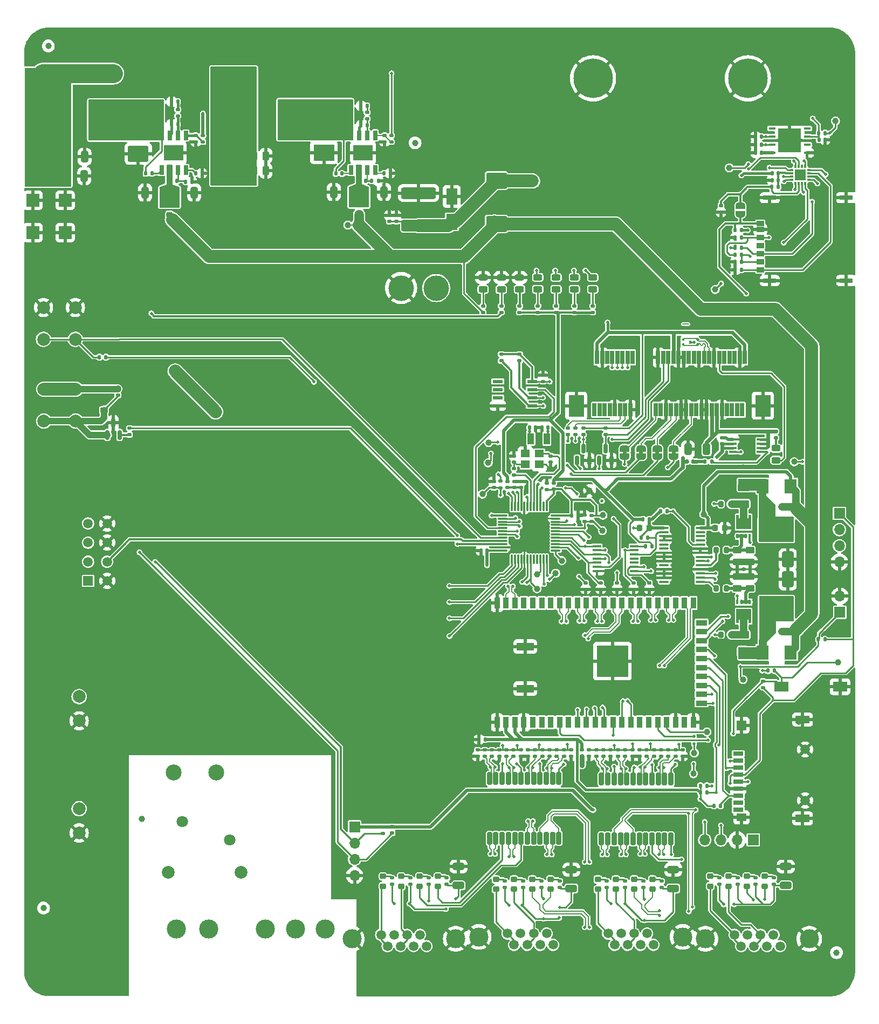
<source format=gtl>
G04 #@! TF.GenerationSoftware,KiCad,Pcbnew,7.0.6-0*
G04 #@! TF.CreationDate,2023-09-12T11:21:29-03:00*
G04 #@! TF.ProjectId,macunaima_rev2.3,6d616375-6e61-4696-9d61-5f726576322e,rev?*
G04 #@! TF.SameCoordinates,Original*
G04 #@! TF.FileFunction,Copper,L1,Top*
G04 #@! TF.FilePolarity,Positive*
%FSLAX46Y46*%
G04 Gerber Fmt 4.6, Leading zero omitted, Abs format (unit mm)*
G04 Created by KiCad (PCBNEW 7.0.6-0) date 2023-09-12 11:21:29*
%MOMM*%
%LPD*%
G01*
G04 APERTURE LIST*
G04 Aperture macros list*
%AMRoundRect*
0 Rectangle with rounded corners*
0 $1 Rounding radius*
0 $2 $3 $4 $5 $6 $7 $8 $9 X,Y pos of 4 corners*
0 Add a 4 corners polygon primitive as box body*
4,1,4,$2,$3,$4,$5,$6,$7,$8,$9,$2,$3,0*
0 Add four circle primitives for the rounded corners*
1,1,$1+$1,$2,$3*
1,1,$1+$1,$4,$5*
1,1,$1+$1,$6,$7*
1,1,$1+$1,$8,$9*
0 Add four rect primitives between the rounded corners*
20,1,$1+$1,$2,$3,$4,$5,0*
20,1,$1+$1,$4,$5,$6,$7,0*
20,1,$1+$1,$6,$7,$8,$9,0*
20,1,$1+$1,$8,$9,$2,$3,0*%
%AMFreePoly0*
4,1,19,0.500000,-0.750000,0.000000,-0.750000,0.000000,-0.744911,-0.071157,-0.744911,-0.207708,-0.704816,-0.327430,-0.627875,-0.420627,-0.520320,-0.479746,-0.390866,-0.500000,-0.250000,-0.500000,0.250000,-0.479746,0.390866,-0.420627,0.520320,-0.327430,0.627875,-0.207708,0.704816,-0.071157,0.744911,0.000000,0.744911,0.000000,0.750000,0.500000,0.750000,0.500000,-0.750000,0.500000,-0.750000,
$1*%
%AMFreePoly1*
4,1,19,0.000000,0.744911,0.071157,0.744911,0.207708,0.704816,0.327430,0.627875,0.420627,0.520320,0.479746,0.390866,0.500000,0.250000,0.500000,-0.250000,0.479746,-0.390866,0.420627,-0.520320,0.327430,-0.627875,0.207708,-0.704816,0.071157,-0.744911,0.000000,-0.744911,0.000000,-0.750000,-0.500000,-0.750000,-0.500000,0.750000,0.000000,0.750000,0.000000,0.744911,0.000000,0.744911,
$1*%
%AMFreePoly2*
4,1,17,1.395000,0.765000,0.855000,0.765000,0.855000,0.535000,1.395000,0.535000,1.395000,0.115000,0.855000,0.115000,0.855000,-0.115000,1.395000,-0.115000,1.395000,-0.535000,0.855000,-0.535000,0.855000,-0.765000,1.395000,-0.765000,1.395000,-1.185000,-0.855000,-1.185000,-0.855000,1.185000,1.395000,1.185000,1.395000,0.765000,1.395000,0.765000,$1*%
G04 Aperture macros list end*
G04 #@! TA.AperFunction,SMDPad,CuDef*
%ADD10RoundRect,0.225000X0.250000X-0.225000X0.250000X0.225000X-0.250000X0.225000X-0.250000X-0.225000X0*%
G04 #@! TD*
G04 #@! TA.AperFunction,SMDPad,CuDef*
%ADD11R,1.000000X1.800000*%
G04 #@! TD*
G04 #@! TA.AperFunction,SMDPad,CuDef*
%ADD12RoundRect,0.135000X0.185000X-0.135000X0.185000X0.135000X-0.185000X0.135000X-0.185000X-0.135000X0*%
G04 #@! TD*
G04 #@! TA.AperFunction,SMDPad,CuDef*
%ADD13RoundRect,0.140000X-0.140000X-0.170000X0.140000X-0.170000X0.140000X0.170000X-0.140000X0.170000X0*%
G04 #@! TD*
G04 #@! TA.AperFunction,SMDPad,CuDef*
%ADD14RoundRect,0.135000X-0.185000X0.135000X-0.185000X-0.135000X0.185000X-0.135000X0.185000X0.135000X0*%
G04 #@! TD*
G04 #@! TA.AperFunction,SMDPad,CuDef*
%ADD15RoundRect,0.140000X0.170000X-0.140000X0.170000X0.140000X-0.170000X0.140000X-0.170000X-0.140000X0*%
G04 #@! TD*
G04 #@! TA.AperFunction,SMDPad,CuDef*
%ADD16RoundRect,0.140000X0.140000X0.170000X-0.140000X0.170000X-0.140000X-0.170000X0.140000X-0.170000X0*%
G04 #@! TD*
G04 #@! TA.AperFunction,SMDPad,CuDef*
%ADD17RoundRect,0.135000X0.135000X0.185000X-0.135000X0.185000X-0.135000X-0.185000X0.135000X-0.185000X0*%
G04 #@! TD*
G04 #@! TA.AperFunction,ComponentPad*
%ADD18C,2.000000*%
G04 #@! TD*
G04 #@! TA.AperFunction,ComponentPad*
%ADD19R,1.700000X1.700000*%
G04 #@! TD*
G04 #@! TA.AperFunction,ComponentPad*
%ADD20O,1.700000X1.700000*%
G04 #@! TD*
G04 #@! TA.AperFunction,SMDPad,CuDef*
%ADD21RoundRect,0.140000X-0.170000X0.140000X-0.170000X-0.140000X0.170000X-0.140000X0.170000X0.140000X0*%
G04 #@! TD*
G04 #@! TA.AperFunction,SMDPad,CuDef*
%ADD22FreePoly0,90.000000*%
G04 #@! TD*
G04 #@! TA.AperFunction,SMDPad,CuDef*
%ADD23FreePoly1,90.000000*%
G04 #@! TD*
G04 #@! TA.AperFunction,SMDPad,CuDef*
%ADD24C,1.000000*%
G04 #@! TD*
G04 #@! TA.AperFunction,SMDPad,CuDef*
%ADD25RoundRect,0.135000X-0.135000X-0.185000X0.135000X-0.185000X0.135000X0.185000X-0.135000X0.185000X0*%
G04 #@! TD*
G04 #@! TA.AperFunction,SMDPad,CuDef*
%ADD26RoundRect,0.100000X-0.637500X-0.100000X0.637500X-0.100000X0.637500X0.100000X-0.637500X0.100000X0*%
G04 #@! TD*
G04 #@! TA.AperFunction,SMDPad,CuDef*
%ADD27RoundRect,0.243750X0.456250X-0.243750X0.456250X0.243750X-0.456250X0.243750X-0.456250X-0.243750X0*%
G04 #@! TD*
G04 #@! TA.AperFunction,SMDPad,CuDef*
%ADD28RoundRect,0.250000X-0.325000X-0.650000X0.325000X-0.650000X0.325000X0.650000X-0.325000X0.650000X0*%
G04 #@! TD*
G04 #@! TA.AperFunction,SMDPad,CuDef*
%ADD29R,0.650000X1.525000*%
G04 #@! TD*
G04 #@! TA.AperFunction,SMDPad,CuDef*
%ADD30R,3.100000X2.400000*%
G04 #@! TD*
G04 #@! TA.AperFunction,SMDPad,CuDef*
%ADD31R,0.450000X0.400000*%
G04 #@! TD*
G04 #@! TA.AperFunction,SMDPad,CuDef*
%ADD32R,0.450000X0.500000*%
G04 #@! TD*
G04 #@! TA.AperFunction,ComponentPad*
%ADD33C,2.500000*%
G04 #@! TD*
G04 #@! TA.AperFunction,ComponentPad*
%ADD34C,4.000000*%
G04 #@! TD*
G04 #@! TA.AperFunction,SMDPad,CuDef*
%ADD35RoundRect,0.195000X-0.195000X0.805000X-0.195000X-0.805000X0.195000X-0.805000X0.195000X0.805000X0*%
G04 #@! TD*
G04 #@! TA.AperFunction,SMDPad,CuDef*
%ADD36RoundRect,0.147500X-0.147500X-0.172500X0.147500X-0.172500X0.147500X0.172500X-0.147500X0.172500X0*%
G04 #@! TD*
G04 #@! TA.AperFunction,SMDPad,CuDef*
%ADD37R,1.800000X2.500000*%
G04 #@! TD*
G04 #@! TA.AperFunction,SMDPad,CuDef*
%ADD38R,0.300000X0.570000*%
G04 #@! TD*
G04 #@! TA.AperFunction,SMDPad,CuDef*
%ADD39R,0.570000X0.300000*%
G04 #@! TD*
G04 #@! TA.AperFunction,SMDPad,CuDef*
%ADD40R,1.750000X1.750000*%
G04 #@! TD*
G04 #@! TA.AperFunction,SMDPad,CuDef*
%ADD41RoundRect,0.218750X0.256250X-0.218750X0.256250X0.218750X-0.256250X0.218750X-0.256250X-0.218750X0*%
G04 #@! TD*
G04 #@! TA.AperFunction,SMDPad,CuDef*
%ADD42R,1.879600X2.260600*%
G04 #@! TD*
G04 #@! TA.AperFunction,SMDPad,CuDef*
%ADD43RoundRect,0.225000X-0.375000X0.225000X-0.375000X-0.225000X0.375000X-0.225000X0.375000X0.225000X0*%
G04 #@! TD*
G04 #@! TA.AperFunction,ComponentPad*
%ADD44C,1.500000*%
G04 #@! TD*
G04 #@! TA.AperFunction,ComponentPad*
%ADD45C,3.000000*%
G04 #@! TD*
G04 #@! TA.AperFunction,SMDPad,CuDef*
%ADD46R,1.600000X0.600000*%
G04 #@! TD*
G04 #@! TA.AperFunction,SMDPad,CuDef*
%ADD47R,1.550000X0.600000*%
G04 #@! TD*
G04 #@! TA.AperFunction,SMDPad,CuDef*
%ADD48RoundRect,0.200000X-0.200000X-0.275000X0.200000X-0.275000X0.200000X0.275000X-0.200000X0.275000X0*%
G04 #@! TD*
G04 #@! TA.AperFunction,SMDPad,CuDef*
%ADD49RoundRect,0.225000X0.225000X0.250000X-0.225000X0.250000X-0.225000X-0.250000X0.225000X-0.250000X0*%
G04 #@! TD*
G04 #@! TA.AperFunction,SMDPad,CuDef*
%ADD50RoundRect,0.250000X-0.450000X0.262500X-0.450000X-0.262500X0.450000X-0.262500X0.450000X0.262500X0*%
G04 #@! TD*
G04 #@! TA.AperFunction,SMDPad,CuDef*
%ADD51R,3.500000X4.000000*%
G04 #@! TD*
G04 #@! TA.AperFunction,SMDPad,CuDef*
%ADD52R,0.420000X0.700000*%
G04 #@! TD*
G04 #@! TA.AperFunction,SMDPad,CuDef*
%ADD53FreePoly2,90.000000*%
G04 #@! TD*
G04 #@! TA.AperFunction,SMDPad,CuDef*
%ADD54RoundRect,0.243750X-0.456250X0.243750X-0.456250X-0.243750X0.456250X-0.243750X0.456250X0.243750X0*%
G04 #@! TD*
G04 #@! TA.AperFunction,SMDPad,CuDef*
%ADD55RoundRect,0.250000X-0.650000X0.325000X-0.650000X-0.325000X0.650000X-0.325000X0.650000X0.325000X0*%
G04 #@! TD*
G04 #@! TA.AperFunction,SMDPad,CuDef*
%ADD56RoundRect,0.147500X0.172500X-0.147500X0.172500X0.147500X-0.172500X0.147500X-0.172500X-0.147500X0*%
G04 #@! TD*
G04 #@! TA.AperFunction,SMDPad,CuDef*
%ADD57R,1.600200X0.711200*%
G04 #@! TD*
G04 #@! TA.AperFunction,ComponentPad*
%ADD58C,1.498600*%
G04 #@! TD*
G04 #@! TA.AperFunction,SMDPad,CuDef*
%ADD59R,1.498600X1.193800*%
G04 #@! TD*
G04 #@! TA.AperFunction,SMDPad,CuDef*
%ADD60R,2.209800X1.193800*%
G04 #@! TD*
G04 #@! TA.AperFunction,SMDPad,CuDef*
%ADD61R,1.498600X1.600200*%
G04 #@! TD*
G04 #@! TA.AperFunction,SMDPad,CuDef*
%ADD62RoundRect,0.250000X0.625000X-0.375000X0.625000X0.375000X-0.625000X0.375000X-0.625000X-0.375000X0*%
G04 #@! TD*
G04 #@! TA.AperFunction,SMDPad,CuDef*
%ADD63RoundRect,0.250000X0.325000X0.650000X-0.325000X0.650000X-0.325000X-0.650000X0.325000X-0.650000X0*%
G04 #@! TD*
G04 #@! TA.AperFunction,SMDPad,CuDef*
%ADD64R,3.300000X2.500000*%
G04 #@! TD*
G04 #@! TA.AperFunction,SMDPad,CuDef*
%ADD65RoundRect,0.075000X-0.075000X0.662500X-0.075000X-0.662500X0.075000X-0.662500X0.075000X0.662500X0*%
G04 #@! TD*
G04 #@! TA.AperFunction,SMDPad,CuDef*
%ADD66RoundRect,0.075000X-0.662500X0.075000X-0.662500X-0.075000X0.662500X-0.075000X0.662500X0.075000X0*%
G04 #@! TD*
G04 #@! TA.AperFunction,ComponentPad*
%ADD67R,2.000000X2.000000*%
G04 #@! TD*
G04 #@! TA.AperFunction,SMDPad,CuDef*
%ADD68RoundRect,0.250000X0.650000X-1.000000X0.650000X1.000000X-0.650000X1.000000X-0.650000X-1.000000X0*%
G04 #@! TD*
G04 #@! TA.AperFunction,SMDPad,CuDef*
%ADD69R,1.150000X0.350000*%
G04 #@! TD*
G04 #@! TA.AperFunction,SMDPad,CuDef*
%ADD70RoundRect,0.250000X0.250000X0.475000X-0.250000X0.475000X-0.250000X-0.475000X0.250000X-0.475000X0*%
G04 #@! TD*
G04 #@! TA.AperFunction,SMDPad,CuDef*
%ADD71RoundRect,0.250000X1.400000X1.000000X-1.400000X1.000000X-1.400000X-1.000000X1.400000X-1.000000X0*%
G04 #@! TD*
G04 #@! TA.AperFunction,SMDPad,CuDef*
%ADD72RoundRect,0.225000X-0.225000X-0.250000X0.225000X-0.250000X0.225000X0.250000X-0.225000X0.250000X0*%
G04 #@! TD*
G04 #@! TA.AperFunction,ComponentPad*
%ADD73C,6.200000*%
G04 #@! TD*
G04 #@! TA.AperFunction,SMDPad,CuDef*
%ADD74RoundRect,0.150000X0.150000X-0.587500X0.150000X0.587500X-0.150000X0.587500X-0.150000X-0.587500X0*%
G04 #@! TD*
G04 #@! TA.AperFunction,SMDPad,CuDef*
%ADD75R,0.660400X2.108200*%
G04 #@! TD*
G04 #@! TA.AperFunction,SMDPad,CuDef*
%ADD76R,2.438400X3.352800*%
G04 #@! TD*
G04 #@! TA.AperFunction,SMDPad,CuDef*
%ADD77RoundRect,0.250000X-1.400000X-1.000000X1.400000X-1.000000X1.400000X1.000000X-1.400000X1.000000X0*%
G04 #@! TD*
G04 #@! TA.AperFunction,SMDPad,CuDef*
%ADD78R,1.400000X1.200000*%
G04 #@! TD*
G04 #@! TA.AperFunction,ComponentPad*
%ADD79R,1.520000X1.520000*%
G04 #@! TD*
G04 #@! TA.AperFunction,ComponentPad*
%ADD80C,1.520000*%
G04 #@! TD*
G04 #@! TA.AperFunction,SMDPad,CuDef*
%ADD81R,1.143000X0.812800*%
G04 #@! TD*
G04 #@! TA.AperFunction,SMDPad,CuDef*
%ADD82R,2.108200X0.711200*%
G04 #@! TD*
G04 #@! TA.AperFunction,SMDPad,CuDef*
%ADD83RoundRect,0.147500X-0.172500X0.147500X-0.172500X-0.147500X0.172500X-0.147500X0.172500X0.147500X0*%
G04 #@! TD*
G04 #@! TA.AperFunction,SMDPad,CuDef*
%ADD84R,2.180000X1.600000*%
G04 #@! TD*
G04 #@! TA.AperFunction,ComponentPad*
%ADD85C,1.800000*%
G04 #@! TD*
G04 #@! TA.AperFunction,SMDPad,CuDef*
%ADD86R,1.409700X0.355600*%
G04 #@! TD*
G04 #@! TA.AperFunction,SMDPad,CuDef*
%ADD87RoundRect,0.250000X2.450000X-0.650000X2.450000X0.650000X-2.450000X0.650000X-2.450000X-0.650000X0*%
G04 #@! TD*
G04 #@! TA.AperFunction,SMDPad,CuDef*
%ADD88R,0.900000X1.800000*%
G04 #@! TD*
G04 #@! TA.AperFunction,SMDPad,CuDef*
%ADD89R,1.800000X0.900000*%
G04 #@! TD*
G04 #@! TA.AperFunction,SMDPad,CuDef*
%ADD90R,5.000000X5.000000*%
G04 #@! TD*
G04 #@! TA.AperFunction,SMDPad,CuDef*
%ADD91R,2.700000X1.200000*%
G04 #@! TD*
G04 #@! TA.AperFunction,SMDPad,CuDef*
%ADD92R,1.112398X0.457200*%
G04 #@! TD*
G04 #@! TA.AperFunction,SMDPad,CuDef*
%ADD93R,3.606800X3.708400*%
G04 #@! TD*
G04 #@! TA.AperFunction,SMDPad,CuDef*
%ADD94RoundRect,0.250000X-0.650000X1.000000X-0.650000X-1.000000X0.650000X-1.000000X0.650000X1.000000X0*%
G04 #@! TD*
G04 #@! TA.AperFunction,SMDPad,CuDef*
%ADD95FreePoly2,270.000000*%
G04 #@! TD*
G04 #@! TA.AperFunction,SMDPad,CuDef*
%ADD96RoundRect,0.250000X-0.625000X0.375000X-0.625000X-0.375000X0.625000X-0.375000X0.625000X0.375000X0*%
G04 #@! TD*
G04 #@! TA.AperFunction,ViaPad*
%ADD97C,0.500000*%
G04 #@! TD*
G04 #@! TA.AperFunction,ViaPad*
%ADD98C,0.800000*%
G04 #@! TD*
G04 #@! TA.AperFunction,ViaPad*
%ADD99C,0.400000*%
G04 #@! TD*
G04 #@! TA.AperFunction,Conductor*
%ADD100C,0.250000*%
G04 #@! TD*
G04 #@! TA.AperFunction,Conductor*
%ADD101C,1.000000*%
G04 #@! TD*
G04 #@! TA.AperFunction,Conductor*
%ADD102C,0.300000*%
G04 #@! TD*
G04 #@! TA.AperFunction,Conductor*
%ADD103C,0.400000*%
G04 #@! TD*
G04 #@! TA.AperFunction,Conductor*
%ADD104C,0.500000*%
G04 #@! TD*
G04 #@! TA.AperFunction,Conductor*
%ADD105C,0.200000*%
G04 #@! TD*
G04 #@! TA.AperFunction,Conductor*
%ADD106C,0.600000*%
G04 #@! TD*
G04 #@! TA.AperFunction,Conductor*
%ADD107C,0.800000*%
G04 #@! TD*
G04 #@! TA.AperFunction,Conductor*
%ADD108C,0.550000*%
G04 #@! TD*
G04 #@! TA.AperFunction,Conductor*
%ADD109C,2.000000*%
G04 #@! TD*
G04 #@! TA.AperFunction,Conductor*
%ADD110C,1.200000*%
G04 #@! TD*
G04 #@! TA.AperFunction,Conductor*
%ADD111C,0.150000*%
G04 #@! TD*
G04 #@! TA.AperFunction,Conductor*
%ADD112C,1.500000*%
G04 #@! TD*
G04 #@! TA.AperFunction,Conductor*
%ADD113C,3.000000*%
G04 #@! TD*
G04 APERTURE END LIST*
G04 #@! TA.AperFunction,EtchedComponent*
G36*
X94635373Y-66921396D02*
G01*
X94035373Y-66921396D01*
X94035373Y-66421396D01*
X94635373Y-66421396D01*
X94635373Y-66921396D01*
G37*
G04 #@! TD.AperFunction*
G04 #@! TA.AperFunction,EtchedComponent*
G36*
X99766173Y-66921396D02*
G01*
X99166173Y-66921396D01*
X99166173Y-66421396D01*
X99766173Y-66421396D01*
X99766173Y-66921396D01*
G37*
G04 #@! TD.AperFunction*
G04 #@! TA.AperFunction,EtchedComponent*
G36*
X102331573Y-66921396D02*
G01*
X101731573Y-66921396D01*
X101731573Y-66421396D01*
X102331573Y-66421396D01*
X102331573Y-66921396D01*
G37*
G04 #@! TD.AperFunction*
G04 #@! TA.AperFunction,EtchedComponent*
G36*
X97200773Y-66921396D02*
G01*
X96600773Y-66921396D01*
X96600773Y-66421396D01*
X97200773Y-66421396D01*
X97200773Y-66921396D01*
G37*
G04 #@! TD.AperFunction*
D10*
X79835716Y-135163813D03*
X79835716Y-133613813D03*
D11*
X79601980Y-64481773D03*
X82101980Y-64481773D03*
D12*
X28123573Y-17936573D03*
X28123573Y-16916573D03*
D13*
X124848702Y-17642593D03*
X125808702Y-17642593D03*
D14*
X75551074Y-133878813D03*
X75551074Y-134898813D03*
D15*
X77011980Y-72165441D03*
X77011980Y-71205441D03*
D16*
X24163573Y-15155573D03*
X23203573Y-15155573D03*
D10*
X113495716Y-134676773D03*
X113495716Y-133126773D03*
D17*
X109395000Y-122082000D03*
X108375000Y-122082000D03*
X100980000Y-75836000D03*
X99960000Y-75836000D03*
D12*
X74967921Y-44675573D03*
X74967921Y-43655573D03*
D13*
X79381980Y-62751773D03*
X80341980Y-62751773D03*
D18*
X8682000Y-104946000D03*
X8682000Y-108756000D03*
D16*
X49958573Y-22906773D03*
X48998573Y-22906773D03*
D14*
X81263930Y-133878813D03*
X81263930Y-134898813D03*
D19*
X114534000Y-127435000D03*
D20*
X111994000Y-127435000D03*
X109454000Y-127435000D03*
X106914000Y-127435000D03*
D21*
X109642821Y-64319872D03*
X109642821Y-65279872D03*
D22*
X94335373Y-67321396D03*
D23*
X94335373Y-66021396D03*
D24*
X108558573Y-41096773D03*
D25*
X25411573Y-24211973D03*
X26431573Y-24211973D03*
D26*
X100505491Y-78494273D03*
X100505491Y-79144273D03*
X100505491Y-79794273D03*
X100505491Y-80444273D03*
X100505491Y-81094273D03*
X100505491Y-81744273D03*
X100505491Y-82394273D03*
X100505491Y-83044273D03*
X100505491Y-83694273D03*
X100505491Y-84344273D03*
X100505491Y-84994273D03*
X100505491Y-85644273D03*
X100505491Y-86294273D03*
X100505491Y-86944273D03*
X106230491Y-86944273D03*
X106230491Y-86294273D03*
X106230491Y-85644273D03*
X106230491Y-84994273D03*
X106230491Y-84344273D03*
X106230491Y-83694273D03*
X106230491Y-83044273D03*
X106230491Y-82394273D03*
X106230491Y-81744273D03*
X106230491Y-81094273D03*
X106230491Y-80444273D03*
X106230491Y-79794273D03*
X106230491Y-79144273D03*
X106230491Y-78494273D03*
D24*
X3107000Y-138107000D03*
D27*
X118101021Y-67870972D03*
X118101021Y-65995972D03*
D16*
X82321980Y-62751773D03*
X81361980Y-62751773D03*
D28*
X6541573Y-23307973D03*
X9491573Y-23307973D03*
D14*
X78407502Y-133878813D03*
X78407502Y-134898813D03*
D24*
X121201173Y-75394273D03*
D18*
X34078573Y-132496773D03*
X22678573Y-132496773D03*
D28*
X48665573Y-25807573D03*
X51615573Y-25807573D03*
D21*
X103445051Y-113330057D03*
X103445051Y-114290057D03*
D29*
X21628573Y-22354973D03*
X22898573Y-22354973D03*
X24168573Y-22354973D03*
X25438573Y-22354973D03*
X25438573Y-16930973D03*
X24168573Y-16930973D03*
X22898573Y-16930973D03*
X21628573Y-16930973D03*
D30*
X23533573Y-19642973D03*
D14*
X63553930Y-133391773D03*
X63553930Y-134411773D03*
D25*
X111671279Y-35647593D03*
X112691279Y-35647593D03*
D12*
X91020435Y-114320057D03*
X91020435Y-113300057D03*
D10*
X92976787Y-135163813D03*
X92976787Y-133613813D03*
D22*
X99466173Y-67321396D03*
D23*
X99466173Y-66021396D03*
D13*
X86032804Y-76531773D03*
X86992804Y-76531773D03*
D15*
X81518573Y-55516773D03*
X81518573Y-54556773D03*
D31*
X103516998Y-48929419D03*
X103516998Y-49729419D03*
D32*
X104666998Y-49329419D03*
D24*
X84494000Y-83623000D03*
D33*
X23495964Y-116861773D03*
X30245964Y-116861773D03*
D34*
X59245964Y-40861773D03*
X64745964Y-40861773D03*
D35*
X101598573Y-117850183D03*
X100608573Y-117850183D03*
X99618573Y-117850183D03*
X98628573Y-117850183D03*
X97638573Y-117850183D03*
X96648573Y-117850183D03*
X95658573Y-117850183D03*
X94668573Y-117850183D03*
X93678573Y-117850183D03*
X92688573Y-117850183D03*
X91698573Y-117850183D03*
X90708573Y-117850183D03*
X90708573Y-127250183D03*
X91698573Y-127250183D03*
X92688573Y-127250183D03*
X93678573Y-127250183D03*
X94668573Y-127250183D03*
X95658573Y-127250183D03*
X96648573Y-127250183D03*
X97638573Y-127250183D03*
X98628573Y-127250183D03*
X99618573Y-127250183D03*
X100608573Y-127250183D03*
X101598573Y-127250183D03*
D36*
X97618573Y-81346773D03*
X98588573Y-81346773D03*
D37*
X67178573Y-30511773D03*
X67178573Y-26511773D03*
D14*
X116068000Y-102496000D03*
X116068000Y-103516000D03*
D38*
X121154464Y-24472593D03*
X121654464Y-24472593D03*
X122154464Y-24472593D03*
X122654464Y-24472593D03*
D39*
X123269464Y-23857593D03*
X123269464Y-23357593D03*
X123269464Y-22857593D03*
X123269464Y-22357593D03*
D38*
X122654464Y-21742593D03*
X122154464Y-21742593D03*
X121654464Y-21742593D03*
X121154464Y-21742593D03*
D39*
X120539464Y-22357593D03*
X120539464Y-22857593D03*
X120539464Y-23357593D03*
X120539464Y-23857593D03*
D40*
X121904464Y-23107593D03*
D12*
X72366265Y-114320057D03*
X72366265Y-113300057D03*
X88083573Y-77506773D03*
X88083573Y-76486773D03*
D10*
X107782860Y-134676773D03*
X107782860Y-133126773D03*
D41*
X52635973Y-29345073D03*
X52635973Y-27770073D03*
D24*
X90933573Y-76496773D03*
D36*
X97223573Y-77161773D03*
X98193573Y-77161773D03*
X104106473Y-68095796D03*
X105076473Y-68095796D03*
D12*
X80712031Y-44672711D03*
X80712031Y-43652711D03*
D19*
X128050000Y-76210000D03*
D20*
X128050000Y-78750000D03*
X128050000Y-81290000D03*
X128050000Y-83830000D03*
D15*
X73783573Y-72156773D03*
X73783573Y-71196773D03*
D42*
X120428373Y-98011773D03*
X116008773Y-98011773D03*
D41*
X22888573Y-29368073D03*
X22888573Y-27793073D03*
D12*
X24164573Y-13863573D03*
X24164573Y-12843573D03*
D15*
X82101980Y-72450350D03*
X82101980Y-71490350D03*
D43*
X12604573Y-56692573D03*
X12604573Y-59992573D03*
D24*
X127600000Y-145100000D03*
D14*
X90592000Y-87096000D03*
X90592000Y-88116000D03*
D17*
X107240181Y-118926773D03*
X106220181Y-118926773D03*
D44*
X118738573Y-144086773D03*
X117718573Y-142306773D03*
X116698573Y-144086773D03*
X115678573Y-142306773D03*
X114658573Y-144086773D03*
X113638573Y-142306773D03*
X112618573Y-144086773D03*
X111598573Y-142306773D03*
D45*
X107018573Y-142936773D03*
X123318573Y-142936773D03*
D24*
X50862373Y-30982573D03*
X83495000Y-85595000D03*
X80636000Y-85787000D03*
D14*
X94413511Y-113300057D03*
X94413511Y-114320057D03*
D12*
X81407801Y-114320057D03*
X81407801Y-113300057D03*
D15*
X58463573Y-30441773D03*
X58463573Y-29481773D03*
D14*
X101179663Y-113300057D03*
X101179663Y-114320057D03*
D46*
X74418573Y-55511773D03*
D47*
X74418573Y-56781773D03*
X74418573Y-58051773D03*
X74418573Y-59321773D03*
X79818573Y-59321773D03*
X79818573Y-58051773D03*
X79818573Y-56781773D03*
X79818573Y-55511773D03*
D16*
X112661279Y-38017593D03*
X111701279Y-38017593D03*
D14*
X74863573Y-71166773D03*
X74863573Y-72186773D03*
X57841074Y-125341000D03*
X57841074Y-126361000D03*
D44*
X63238573Y-144086773D03*
X62218573Y-142306773D03*
X61198573Y-144086773D03*
X60178573Y-142306773D03*
X59158573Y-144086773D03*
X58138573Y-142306773D03*
X57118573Y-144086773D03*
X56098573Y-142306773D03*
D45*
X51518573Y-142936773D03*
X67818573Y-142936773D03*
D10*
X110639288Y-134676773D03*
X110639288Y-133126773D03*
D48*
X109476173Y-74726773D03*
X111126173Y-74726773D03*
D14*
X102317355Y-113300057D03*
X102317355Y-114320057D03*
D16*
X72728573Y-82031773D03*
X71768573Y-82031773D03*
D15*
X100051971Y-114290057D03*
X100051971Y-113330057D03*
D49*
X118993573Y-94734273D03*
X117443573Y-94734273D03*
D14*
X76897033Y-113300057D03*
X76897033Y-114320057D03*
D50*
X112032373Y-81989273D03*
X112032373Y-83814273D03*
D24*
X107263573Y-110486773D03*
D12*
X97786587Y-114320057D03*
X97786587Y-113300057D03*
D51*
X12435573Y-13614973D03*
X2935573Y-13614973D03*
D21*
X82738707Y-67191773D03*
X82738707Y-68151773D03*
D25*
X117444578Y-25002593D03*
X118464578Y-25002593D03*
D28*
X19053573Y-25896573D03*
X22003573Y-25896573D03*
D24*
X110768573Y-22006773D03*
D36*
X117469578Y-22857593D03*
X118439578Y-22857593D03*
D52*
X112043573Y-79800393D03*
X112693573Y-79800393D03*
X113343573Y-79800393D03*
X113993573Y-79800393D03*
D53*
X113018573Y-77845393D03*
D16*
X115845780Y-18372593D03*
X114885780Y-18372593D03*
D12*
X77839976Y-44681773D03*
X77839976Y-43661773D03*
D14*
X93275819Y-113300057D03*
X93275819Y-114320057D03*
D17*
X107240181Y-119986773D03*
X106220181Y-119986773D03*
D54*
X80712031Y-39195073D03*
X80712031Y-41070073D03*
D13*
X52931173Y-15344373D03*
X53891173Y-15344373D03*
D12*
X85445373Y-63884554D03*
X85445373Y-62864554D03*
D15*
X78024725Y-114290057D03*
X78024725Y-113330057D03*
D55*
X119628573Y-131606773D03*
X119628573Y-134556773D03*
D10*
X56412860Y-134676773D03*
X56412860Y-133126773D03*
D56*
X83191980Y-72425350D03*
X83191980Y-71455350D03*
D14*
X112067502Y-133391773D03*
X112067502Y-134411773D03*
D57*
X112172619Y-113913296D03*
X112172619Y-115013296D03*
X112172619Y-116113297D03*
X112172619Y-117213297D03*
X112172619Y-118313297D03*
X112172619Y-119413295D03*
X112172619Y-120513295D03*
X112172619Y-121613296D03*
X112172619Y-122713296D03*
D58*
X122672619Y-121240296D03*
X122672619Y-113240296D03*
D59*
X112678619Y-123910296D03*
D60*
X122272619Y-124040296D03*
D61*
X112673619Y-109440296D03*
D60*
X122272619Y-108540296D03*
D10*
X59269288Y-134676773D03*
X59269288Y-133126773D03*
D50*
X112032373Y-86143394D03*
X112032373Y-87968394D03*
D62*
X113018573Y-74725393D03*
X113018573Y-71925393D03*
D54*
X72095866Y-39204135D03*
X72095866Y-41079135D03*
D14*
X26987573Y-16909573D03*
X26987573Y-17929573D03*
D63*
X9543573Y-20273973D03*
X6593573Y-20273973D03*
D24*
X31603573Y-22490173D03*
D28*
X23810573Y-25896573D03*
X26760573Y-25896573D03*
D55*
X101966072Y-132093813D03*
X101966072Y-135043813D03*
D64*
X47127373Y-19632573D03*
X47137373Y-12732573D03*
D25*
X111671279Y-31797593D03*
X112691279Y-31797593D03*
D65*
X82101980Y-75109273D03*
X81601980Y-75109273D03*
X81101980Y-75109273D03*
X80601980Y-75109273D03*
X80101980Y-75109273D03*
X79601980Y-75109273D03*
X79101980Y-75109273D03*
X78601980Y-75109273D03*
X78101980Y-75109273D03*
X77601980Y-75109273D03*
X77101980Y-75109273D03*
X76601980Y-75109273D03*
D66*
X75189480Y-76521773D03*
X75189480Y-77021773D03*
X75189480Y-77521773D03*
X75189480Y-78021773D03*
X75189480Y-78521773D03*
X75189480Y-79021773D03*
X75189480Y-79521773D03*
X75189480Y-80021773D03*
X75189480Y-80521773D03*
X75189480Y-81021773D03*
X75189480Y-81521773D03*
X75189480Y-82021773D03*
D65*
X76601980Y-83434273D03*
X77101980Y-83434273D03*
X77601980Y-83434273D03*
X78101980Y-83434273D03*
X78601980Y-83434273D03*
X79101980Y-83434273D03*
X79601980Y-83434273D03*
X80101980Y-83434273D03*
X80601980Y-83434273D03*
X81101980Y-83434273D03*
X81601980Y-83434273D03*
X82101980Y-83434273D03*
D66*
X83514480Y-82021773D03*
X83514480Y-81521773D03*
X83514480Y-81021773D03*
X83514480Y-80521773D03*
X83514480Y-80021773D03*
X83514480Y-79521773D03*
X83514480Y-79021773D03*
X83514480Y-78521773D03*
X83514480Y-78021773D03*
X83514480Y-77521773D03*
X83514480Y-77021773D03*
X83514480Y-76521773D03*
D18*
X8088573Y-43908573D03*
X3088573Y-43908573D03*
X8088573Y-48908573D03*
X3088573Y-48908573D03*
D12*
X86456141Y-44672711D03*
X86456141Y-43652711D03*
D14*
X56412860Y-125376000D03*
X56412860Y-126396000D03*
D13*
X52931173Y-12300373D03*
X53891173Y-12300373D03*
D24*
X2450573Y-22752573D03*
X72993573Y-65096773D03*
D16*
X72428573Y-111651773D03*
X71468573Y-111651773D03*
D10*
X90120359Y-135163813D03*
X90120359Y-133613813D03*
D19*
X51942000Y-125379000D03*
D20*
X51942000Y-127919000D03*
X51942000Y-130459000D03*
X51942000Y-132999000D03*
D15*
X76965254Y-68151773D03*
X76965254Y-67191773D03*
D14*
X98226000Y-87096000D03*
X98226000Y-88116000D03*
D15*
X57388573Y-30441773D03*
X57388573Y-29481773D03*
D67*
X6490573Y-27106573D03*
X1440573Y-27106573D03*
X6490573Y-32156573D03*
X1440573Y-32156573D03*
D24*
X80578000Y-88023000D03*
D68*
X119951173Y-90534273D03*
X119951173Y-86534273D03*
D22*
X102031573Y-67321396D03*
D23*
X102031573Y-66021396D03*
D56*
X87660418Y-114295057D03*
X87660418Y-113325057D03*
D14*
X117780358Y-133391773D03*
X117780358Y-134411773D03*
D16*
X112661279Y-34537593D03*
X111701279Y-34537593D03*
X112661279Y-36727593D03*
X111701279Y-36727593D03*
D69*
X111303221Y-64637672D03*
X111303221Y-65287672D03*
X111303221Y-65937672D03*
X111303221Y-66587672D03*
X115653221Y-66587672D03*
X115653221Y-65937672D03*
X115653221Y-65287672D03*
X115653221Y-64637672D03*
D21*
X78081980Y-71205441D03*
X78081980Y-72165441D03*
D54*
X89328199Y-39195073D03*
X89328199Y-41070073D03*
D10*
X95833215Y-135163813D03*
X95833215Y-133613813D03*
D24*
X106743573Y-76346773D03*
D70*
X38003573Y-22481773D03*
X36103573Y-22481773D03*
D14*
X16590573Y-62856573D03*
X16590573Y-63876573D03*
D10*
X74122860Y-135163813D03*
X74122860Y-133613813D03*
D24*
X127438573Y-14666773D03*
D71*
X74223573Y-30815273D03*
X74223573Y-24015273D03*
D24*
X88838000Y-72621000D03*
D72*
X117443573Y-75154273D03*
X118993573Y-75154273D03*
D73*
X89381350Y-7973601D03*
D22*
X112511026Y-29261193D03*
D23*
X112511026Y-27961193D03*
D24*
X116561173Y-91610550D03*
X105273573Y-113776773D03*
D49*
X110083573Y-78491773D03*
X108533573Y-78491773D03*
D14*
X57841074Y-133391773D03*
X57841074Y-134411773D03*
D21*
X88755051Y-113330057D03*
X88755051Y-114290057D03*
D48*
X108696173Y-88004273D03*
X110346173Y-88004273D03*
D45*
X23968573Y-141391773D03*
X29048573Y-141391773D03*
D14*
X93158000Y-87096000D03*
X93158000Y-88116000D03*
D15*
X82535493Y-114290057D03*
X82535493Y-113330057D03*
D25*
X56518573Y-22881773D03*
X57538573Y-22881773D03*
D51*
X41803573Y-13490173D03*
X32303573Y-13490173D03*
D55*
X68258573Y-131606773D03*
X68258573Y-134556773D03*
D14*
X60697502Y-133391773D03*
X60697502Y-134411773D03*
D12*
X73503957Y-114320057D03*
X73503957Y-113300057D03*
D14*
X91312773Y-62864554D03*
X91312773Y-63884554D03*
D10*
X82692144Y-135163813D03*
X82692144Y-133613813D03*
D74*
X86882973Y-67888296D03*
X88782973Y-67888296D03*
X87832973Y-66013296D03*
D14*
X87832973Y-62864554D03*
X87832973Y-63884554D03*
D54*
X86456141Y-39195073D03*
X86456141Y-41070073D03*
D75*
X89598998Y-59942001D03*
X89999000Y-51742000D03*
X90398999Y-59942001D03*
X90798998Y-51742000D03*
X91199000Y-59942001D03*
X91598999Y-51742000D03*
X91998998Y-59942001D03*
X92398998Y-51742000D03*
X92798999Y-59942001D03*
X93198998Y-51742000D03*
X93598998Y-59942001D03*
X93998999Y-51742000D03*
X94398999Y-59942001D03*
X94798998Y-51742000D03*
X95198997Y-59942001D03*
X95598999Y-51742000D03*
X99198998Y-59942001D03*
X99598997Y-51742000D03*
X99998999Y-59942001D03*
X100398998Y-51742000D03*
X100798997Y-59942001D03*
X101198999Y-51742000D03*
X101598998Y-59942001D03*
X101998997Y-51742000D03*
X102398997Y-59942001D03*
X102798998Y-51742000D03*
X103198998Y-59942001D03*
X103598997Y-51742000D03*
X103998999Y-59942001D03*
X104398998Y-51742000D03*
X104798997Y-59942001D03*
X105198999Y-51742000D03*
X105598998Y-59942001D03*
X105998997Y-51742000D03*
X106398996Y-59942001D03*
X106798998Y-51742000D03*
X107198997Y-59942001D03*
X107598996Y-51742000D03*
X107998998Y-59942001D03*
X108398997Y-51742000D03*
X108798997Y-59942001D03*
X109198996Y-51742000D03*
X109598998Y-59942001D03*
X109998997Y-51742000D03*
X110398996Y-59942001D03*
X110798998Y-51742000D03*
X111198997Y-59942001D03*
X111598996Y-51742000D03*
X111998998Y-59942001D03*
X112398997Y-51742000D03*
X112798996Y-59942001D03*
X113198995Y-51742000D03*
D76*
X86749002Y-59319701D03*
X116048994Y-59319701D03*
D50*
X114021173Y-86133394D03*
X114021173Y-87958394D03*
D12*
X89882743Y-114320057D03*
X89882743Y-113300057D03*
D22*
X96900773Y-67321396D03*
D23*
X96900773Y-66021396D03*
D77*
X17982573Y-12993973D03*
X17982573Y-19793973D03*
D14*
X97261429Y-133878813D03*
X97261429Y-134898813D03*
X118101021Y-63324672D03*
X118101021Y-64344672D03*
D25*
X22992573Y-24062573D03*
X24012573Y-24062573D03*
D17*
X117883573Y-100876773D03*
X116863573Y-100876773D03*
D44*
X98868573Y-143896773D03*
X97848573Y-142116773D03*
X96828573Y-143896773D03*
X95808573Y-142116773D03*
X94788573Y-143896773D03*
X93768573Y-142116773D03*
X92748573Y-143896773D03*
X91728573Y-142116773D03*
X83108573Y-143896773D03*
X82088573Y-142116773D03*
X81068573Y-143896773D03*
X80048573Y-142116773D03*
X79028573Y-143896773D03*
X78008573Y-142116773D03*
X76988573Y-143896773D03*
X75968573Y-142116773D03*
D45*
X103418573Y-142636773D03*
X71418573Y-142636773D03*
D24*
X3852000Y-2893000D03*
D78*
X78751980Y-68521773D03*
X80951980Y-68521773D03*
X80951980Y-66821773D03*
X78751980Y-66821773D03*
D21*
X71238573Y-113330057D03*
X71238573Y-114290057D03*
D19*
X128125000Y-91710000D03*
D20*
X128125000Y-89170000D03*
D14*
X57729173Y-16917173D03*
X57729173Y-17937173D03*
D15*
X95541203Y-114290057D03*
X95541203Y-113330057D03*
D35*
X84013573Y-117780183D03*
X83023573Y-117780183D03*
X82033573Y-117780183D03*
X81043573Y-117780183D03*
X80053573Y-117780183D03*
X79063573Y-117780183D03*
X78073573Y-117780183D03*
X77083573Y-117780183D03*
X76093573Y-117780183D03*
X75103573Y-117780183D03*
X74113573Y-117780183D03*
X73123573Y-117780183D03*
X73123573Y-127180183D03*
X74113573Y-127180183D03*
X75103573Y-127180183D03*
X76093573Y-127180183D03*
X77083573Y-127180183D03*
X78073573Y-127180183D03*
X79063573Y-127180183D03*
X80053573Y-127180183D03*
X81043573Y-127180183D03*
X82033573Y-127180183D03*
X83023573Y-127180183D03*
X84013573Y-127180183D03*
D63*
X107209473Y-66165396D03*
X104259473Y-66165396D03*
D12*
X86613773Y-63884554D03*
X86613773Y-62864554D03*
D17*
X97926173Y-80012136D03*
X96906173Y-80012136D03*
D12*
X80270109Y-114320057D03*
X80270109Y-113300057D03*
D25*
X26974573Y-22877973D03*
X27994573Y-22877973D03*
D12*
X72095866Y-44681773D03*
X72095866Y-43661773D03*
D73*
X113689150Y-7973601D03*
D10*
X76979288Y-135163813D03*
X76979288Y-133613813D03*
D79*
X10091573Y-86795823D03*
D80*
X10091573Y-83795823D03*
X10091573Y-80795823D03*
X10091573Y-77795823D03*
X13091573Y-86795823D03*
X13091573Y-83795823D03*
X13091573Y-80795823D03*
X13091573Y-77795823D03*
D45*
X37943573Y-141411773D03*
X42643573Y-141411773D03*
X47343573Y-141411773D03*
D48*
X108696173Y-81964273D03*
X110346173Y-81964273D03*
D81*
X115629578Y-32937593D03*
X115629578Y-35477593D03*
X115629578Y-38017593D03*
X115629578Y-31667593D03*
X115629578Y-34207593D03*
X115629578Y-36747593D03*
X115629578Y-30717593D03*
D82*
X117109639Y-39687593D03*
X117109639Y-26687593D03*
X129109580Y-39687593D03*
X129109580Y-26687593D03*
D21*
X85928573Y-113330057D03*
X85928573Y-114290057D03*
X96658895Y-113330057D03*
X96658895Y-114290057D03*
D12*
X76965254Y-70181773D03*
X76965254Y-69161773D03*
D14*
X83663185Y-113300057D03*
X83663185Y-114320057D03*
D72*
X96641173Y-78514273D03*
X98191173Y-78514273D03*
D48*
X109476173Y-95214273D03*
X111126173Y-95214273D03*
D16*
X112661279Y-32937593D03*
X111701279Y-32937593D03*
D25*
X52608573Y-24056773D03*
X53628573Y-24056773D03*
D24*
X61436923Y-18086374D03*
D16*
X20103573Y-22903973D03*
X19143573Y-22903973D03*
D83*
X75921980Y-71190441D03*
X75921980Y-72160441D03*
D54*
X83584086Y-39195073D03*
X83584086Y-41070073D03*
D16*
X118434578Y-23930093D03*
X117474578Y-23930093D03*
X115845780Y-19642593D03*
X114885780Y-19642593D03*
D10*
X116352144Y-134676773D03*
X116352144Y-133126773D03*
X62125716Y-134676773D03*
X62125716Y-133126773D03*
D13*
X23204573Y-11626573D03*
X24164573Y-11626573D03*
D21*
X74631649Y-113330057D03*
X74631649Y-114290057D03*
X79142417Y-113330057D03*
X79142417Y-114290057D03*
D74*
X90362773Y-67888296D03*
X92262773Y-67888296D03*
X91312773Y-66013296D03*
D24*
X72923573Y-68276773D03*
D25*
X11881573Y-51699573D03*
X12901573Y-51699573D03*
D21*
X92148127Y-113330057D03*
X92148127Y-114290057D03*
D84*
X118970000Y-103393000D03*
X128150000Y-103393000D03*
D14*
X84800877Y-113300057D03*
X84800877Y-114320057D03*
D25*
X124745000Y-95972000D03*
X125765000Y-95972000D03*
D24*
X121121173Y-94554273D03*
D55*
X85968573Y-132093813D03*
X85968573Y-135043813D03*
D14*
X66410358Y-133391773D03*
X66410358Y-134411773D03*
D24*
X105143573Y-117046773D03*
D14*
X91548573Y-133878813D03*
X91548573Y-134898813D03*
X100117857Y-133878813D03*
X100117857Y-134898813D03*
D85*
X24858573Y-124516773D03*
X32358573Y-127416773D03*
D12*
X53893773Y-14332373D03*
X53893773Y-13312373D03*
D18*
X8143573Y-56728573D03*
X3143573Y-56728573D03*
X8143573Y-61728573D03*
X3143573Y-61728573D03*
D17*
X107985021Y-68095796D03*
X106965021Y-68095796D03*
D24*
X90843573Y-78926773D03*
D12*
X89328199Y-44672711D03*
X89328199Y-43652711D03*
D24*
X120945821Y-68118295D03*
D14*
X94405001Y-133878813D03*
X94405001Y-134898813D03*
D16*
X115845780Y-17102593D03*
X114885780Y-17102593D03*
D54*
X74967921Y-39215073D03*
X74967921Y-41090073D03*
D70*
X38003573Y-20119573D03*
X36103573Y-20119573D03*
D12*
X109444578Y-28977593D03*
X109444578Y-27957593D03*
X14772573Y-57689573D03*
X14772573Y-56669573D03*
D14*
X84120358Y-133878813D03*
X84120358Y-134898813D03*
D86*
X89960823Y-81346815D03*
X89960823Y-81996801D03*
X89960823Y-82646787D03*
X89960823Y-83296773D03*
X89960823Y-83946759D03*
X89960823Y-84596745D03*
X89960823Y-85246731D03*
X95866323Y-85246731D03*
X95866323Y-84596745D03*
X95866323Y-83946759D03*
X95866323Y-83296773D03*
X95866323Y-82646787D03*
X95866323Y-81996801D03*
X95866323Y-81346815D03*
D87*
X61988573Y-31061773D03*
X61988573Y-25961773D03*
D24*
X112907000Y-102277000D03*
D12*
X83584086Y-44672711D03*
X83584086Y-43652711D03*
D17*
X125838702Y-16562593D03*
X124818702Y-16562593D03*
D14*
X77839976Y-51261000D03*
X77839976Y-52281000D03*
X95725750Y-87096000D03*
X95725750Y-88116000D03*
D24*
X72033573Y-73186773D03*
D50*
X114021173Y-81989273D03*
X114021173Y-83814273D03*
D10*
X98689643Y-135163813D03*
X98689643Y-133613813D03*
D28*
X53612373Y-25809373D03*
X56562373Y-25809373D03*
D18*
X8682000Y-122529000D03*
X8682000Y-126339000D03*
D88*
X74318573Y-108981773D03*
X75718573Y-108981773D03*
X77118573Y-108981773D03*
X78518573Y-108981773D03*
X79918573Y-108981773D03*
X81318573Y-108981773D03*
X82718573Y-108981773D03*
X84118573Y-108981773D03*
X85518573Y-108981773D03*
X86918573Y-108981773D03*
X88318573Y-108981773D03*
X89718573Y-108981773D03*
X91118573Y-108981773D03*
X92518573Y-108981773D03*
X93918573Y-108981773D03*
X95318573Y-108981773D03*
X96718573Y-108981773D03*
X98118573Y-108981773D03*
X99518573Y-108981773D03*
X100918573Y-108981773D03*
X102318573Y-108981773D03*
X103718573Y-108981773D03*
X105118573Y-108981773D03*
D89*
X106418573Y-105981773D03*
X106418573Y-104581773D03*
X106418573Y-103181773D03*
X106418573Y-101781773D03*
X106418573Y-100381773D03*
X106418573Y-98981773D03*
X106418573Y-97581773D03*
X106418573Y-96181773D03*
X106418573Y-94781773D03*
X106418573Y-93381773D03*
D88*
X105118573Y-90281773D03*
X103718573Y-90281773D03*
X102318573Y-90281773D03*
X100918573Y-90281773D03*
X99518573Y-90281773D03*
X98118573Y-90281773D03*
X96718573Y-90281773D03*
X95318573Y-90281773D03*
X93918573Y-90281773D03*
X92518573Y-90281773D03*
X91118573Y-90281773D03*
X89718573Y-90281773D03*
X88318573Y-90281773D03*
X86918573Y-90281773D03*
X85518573Y-90281773D03*
X84118573Y-90281773D03*
X82718573Y-90281773D03*
X81318573Y-90281773D03*
X79918573Y-90281773D03*
X78518573Y-90281773D03*
X77118573Y-90281773D03*
X75718573Y-90281773D03*
X74318573Y-90281773D03*
D90*
X92418573Y-99381773D03*
D91*
X78718573Y-103681773D03*
X78718573Y-97081773D03*
D24*
X18548573Y-124136773D03*
D14*
X75759341Y-113300057D03*
X75759341Y-114320057D03*
X74967921Y-51261000D03*
X74967921Y-52281000D03*
D54*
X77839976Y-39204135D03*
X77839976Y-41079135D03*
D74*
X13134573Y-63892073D03*
X15034573Y-63892073D03*
X14084573Y-62017073D03*
D21*
X89163573Y-76516773D03*
X89163573Y-77476773D03*
D92*
X122986379Y-19642593D03*
X122986379Y-18372593D03*
X122986379Y-17102593D03*
X122986379Y-15832593D03*
X117494777Y-15832593D03*
X117494777Y-17102593D03*
X117494777Y-18372593D03*
X117494777Y-19642593D03*
D93*
X120240578Y-17737593D03*
D94*
X119951173Y-79436773D03*
X119951173Y-83436773D03*
D29*
X51352521Y-22348973D03*
X52622521Y-22348973D03*
X53892521Y-22348973D03*
X55162521Y-22348973D03*
X55162521Y-16924973D03*
X53892521Y-16924973D03*
X52622521Y-16924973D03*
X51352521Y-16924973D03*
D30*
X53257521Y-19636973D03*
D24*
X127838000Y-99597000D03*
D25*
X54640573Y-24056773D03*
X55660573Y-24056773D03*
D24*
X116561173Y-78300393D03*
D52*
X113993573Y-90110550D03*
X113343573Y-90110550D03*
X112693573Y-90110550D03*
X112043573Y-90110550D03*
D95*
X113018573Y-92065550D03*
D96*
X113018573Y-95230550D03*
X113018573Y-98030550D03*
D14*
X88225000Y-87096000D03*
X88225000Y-88116000D03*
D10*
X64982144Y-134676773D03*
X64982144Y-133126773D03*
D42*
X120428373Y-71935393D03*
X116008773Y-71935393D03*
D14*
X56636973Y-16917173D03*
X56636973Y-17937173D03*
X114923930Y-133391773D03*
X114923930Y-134411773D03*
X109211074Y-133391773D03*
X109211074Y-134411773D03*
D12*
X98924279Y-114320057D03*
X98924279Y-113300057D03*
D97*
X96798573Y-69406773D03*
X120179578Y-19177593D03*
X98338573Y-65106773D03*
X120830719Y-29988919D03*
X121464578Y-17787593D03*
X121354578Y-23647593D03*
X120179578Y-18467593D03*
X110568573Y-140206773D03*
X110278573Y-67526773D03*
X98748573Y-54676773D03*
X78913573Y-72216773D03*
X120233652Y-25381694D03*
X115874578Y-25697593D03*
X78492340Y-76585540D03*
X94178573Y-49416773D03*
X109738573Y-57476773D03*
X118894578Y-17077593D03*
X124148573Y-26006773D03*
X109878573Y-30126773D03*
X120179578Y-17107593D03*
X74393074Y-115151773D03*
X87278573Y-75366773D03*
X107483573Y-112676773D03*
X124074578Y-15417593D03*
X97993000Y-74578000D03*
X106663573Y-88816773D03*
D98*
X121641000Y-108973000D03*
D97*
X83633573Y-65436773D03*
X91502000Y-74400000D03*
X124760811Y-23796360D03*
X126944578Y-18967593D03*
X106660021Y-64010495D03*
X105908573Y-54536773D03*
X112258573Y-21096773D03*
X60908573Y-124366773D03*
X110073573Y-71566773D03*
X82743573Y-69326773D03*
X120179578Y-17757593D03*
X78503573Y-115496773D03*
X110811173Y-86154273D03*
X95278573Y-115361773D03*
X100348573Y-57539419D03*
X102798573Y-49336773D03*
X114021173Y-85304273D03*
X110841173Y-83824273D03*
X89478573Y-63599419D03*
X120088573Y-21326773D03*
X122424578Y-23657593D03*
X123958573Y-34356773D03*
X95718073Y-78516773D03*
X121364578Y-22537593D03*
X114021173Y-84644273D03*
X106062000Y-111200000D03*
D98*
X117897000Y-127953000D03*
D97*
X124228573Y-18926773D03*
X121418573Y-27606773D03*
X120179578Y-16377593D03*
X114648573Y-148126773D03*
X121464578Y-18467593D03*
X121904464Y-23107593D03*
X98180021Y-68323472D03*
X110974578Y-34532593D03*
X121464578Y-16377593D03*
X99313573Y-115116773D03*
X122444578Y-22537593D03*
X113605221Y-65307872D03*
X126208573Y-21436773D03*
X100858573Y-65026773D03*
X74318573Y-66606773D03*
X82103573Y-70626773D03*
X105197609Y-49329801D03*
X79573573Y-69766773D03*
X118894578Y-19177593D03*
X118894578Y-16377593D03*
X108203573Y-109346773D03*
X118894578Y-18477593D03*
X71298573Y-115131773D03*
X113021173Y-84994273D03*
X81703573Y-115326773D03*
X105959821Y-66222272D03*
X116174578Y-24127593D03*
X91988573Y-115331773D03*
X121464578Y-17107593D03*
X118894578Y-17777593D03*
X121464578Y-19177593D03*
X96153573Y-55716773D03*
X100583573Y-77256773D03*
X112908573Y-68796773D03*
X110430221Y-49322295D03*
X108372821Y-46528295D03*
D98*
X117814000Y-107564000D03*
D97*
X78248573Y-64026773D03*
X103450021Y-67514672D03*
X33587373Y-7182573D03*
X34137373Y-6632573D03*
X32487373Y-7182573D03*
X33587373Y-6632573D03*
X87660418Y-114803618D03*
X32487373Y-6632573D03*
X33037373Y-6632573D03*
X87663573Y-115746773D03*
X34137373Y-7182573D03*
X33587373Y-7732573D03*
X103452345Y-68095796D03*
X32487373Y-7732573D03*
X33037373Y-7732573D03*
X57743573Y-7182573D03*
X33037373Y-7182573D03*
X34137373Y-7732573D03*
X112664486Y-23192686D03*
X91653573Y-46269419D03*
X111308573Y-47886773D03*
X113688573Y-31796773D03*
X113348573Y-63326672D03*
X119364578Y-24122593D03*
X109488573Y-40166773D03*
X92400021Y-53350495D03*
X119304578Y-33742593D03*
X94800021Y-53350495D03*
X94000021Y-53350495D03*
X125910311Y-23063147D03*
X93200021Y-53350495D03*
X120888573Y-20956773D03*
X102868573Y-112481773D03*
X98618573Y-115621773D03*
X102268573Y-115601773D03*
X98368573Y-112351773D03*
X95558573Y-112371773D03*
X92708573Y-112611773D03*
X92688573Y-115911773D03*
X95868573Y-116041773D03*
X113758000Y-21416200D03*
X116967753Y-32937593D03*
X119272672Y-23357342D03*
X123778573Y-27326773D03*
X122435078Y-25857593D03*
X113778573Y-22208093D03*
X114038283Y-35867063D03*
X104410796Y-138630224D03*
X123716621Y-85309821D03*
X121121173Y-96304373D03*
D99*
X29230573Y-35297573D03*
X30086573Y-60869573D03*
D97*
X104393576Y-123274114D03*
D99*
X30099573Y-60305573D03*
D97*
X88063573Y-141111773D03*
D99*
X29738573Y-35842573D03*
X23201573Y-53879573D03*
X30619573Y-60299573D03*
X29218573Y-35848573D03*
D97*
X88063573Y-130871773D03*
X123716621Y-84479821D03*
D99*
X23721573Y-54461573D03*
D97*
X121121173Y-95594373D03*
D99*
X23734573Y-53897573D03*
X23746573Y-53346573D03*
X30111573Y-59754573D03*
X28685573Y-35830573D03*
D97*
X99778573Y-139286773D03*
D99*
X24254573Y-53891573D03*
X29205573Y-36412573D03*
X29566573Y-60287573D03*
D97*
X123716621Y-87079821D03*
X123716621Y-86189821D03*
X105491000Y-122724000D03*
X104943072Y-137958000D03*
X117443573Y-76846773D03*
X117443573Y-76166773D03*
X99778573Y-138536773D03*
X88813573Y-141111773D03*
X117443573Y-93136773D03*
X88813573Y-130871773D03*
X117443573Y-93876773D03*
X126574578Y-16552593D03*
X121079964Y-25415540D03*
X116518573Y-19642593D03*
X124607632Y-24478885D03*
X116528573Y-18372593D03*
X116508573Y-17102593D03*
X122528573Y-20906773D03*
X117080018Y-21977154D03*
X123858573Y-14268093D03*
X80918573Y-112521773D03*
X81000885Y-115504085D03*
X85368573Y-112471773D03*
X84758573Y-115541773D03*
X75138573Y-115461773D03*
X77408573Y-115451773D03*
X75188573Y-112591773D03*
X77468573Y-112601773D03*
X94335373Y-68460596D03*
X77467340Y-79020540D03*
X85326480Y-68629419D03*
X77502480Y-72894941D03*
X76802978Y-72893996D03*
X85901293Y-70016698D03*
X77480917Y-79834117D03*
X101103573Y-69002396D03*
X87389864Y-69203687D03*
X77812513Y-77480998D03*
X77833573Y-78236773D03*
X90358573Y-69204187D03*
X74421431Y-65059631D03*
X76103558Y-73051654D03*
X85448573Y-64839419D03*
X73448573Y-76521773D03*
X86613773Y-64819419D03*
X73323573Y-66796773D03*
X92388573Y-64619419D03*
X87832973Y-64619419D03*
X116704021Y-66603272D03*
X122266621Y-68118295D03*
X86983573Y-107046773D03*
X80488196Y-38107711D03*
X83438196Y-38107711D03*
X88373573Y-106926773D03*
X86378196Y-38097711D03*
X89633573Y-106766773D03*
X88174691Y-38101216D03*
X90878776Y-106666258D03*
X76793573Y-87644823D03*
X105790121Y-48958003D03*
X105790121Y-49708003D03*
X76043573Y-87644823D03*
X112563573Y-66592396D03*
X92609073Y-77083006D03*
X114566229Y-136804117D03*
X101668573Y-129721773D03*
X111528573Y-137526273D03*
X109868573Y-137526273D03*
X97448573Y-136701773D03*
X97478573Y-140051773D03*
X92168573Y-137431773D03*
X94405001Y-137438201D03*
X81618073Y-136686902D03*
X78258573Y-137701773D03*
X84138573Y-138027273D03*
X84068573Y-139661773D03*
X76178573Y-137631773D03*
X81618073Y-139771773D03*
X58148573Y-137411773D03*
X63548573Y-136981773D03*
X66268573Y-138266273D03*
X67788573Y-136667273D03*
X60548573Y-137421773D03*
X114003573Y-80756773D03*
X107903573Y-83036773D03*
X112038573Y-89201773D03*
X108628573Y-85641773D03*
X108528573Y-95221773D03*
X108498573Y-86521773D03*
X108383573Y-74716773D03*
X107473573Y-83696773D03*
X116338573Y-136722273D03*
X103244806Y-130485540D03*
X106220181Y-120970405D03*
X110923017Y-118559719D03*
X108684073Y-119986773D03*
X110873000Y-115094000D03*
X108058573Y-118926773D03*
X110335000Y-116156000D03*
X109134073Y-112523000D03*
X113674297Y-118313297D03*
X100488573Y-116069508D03*
X101993573Y-92931802D03*
X96768573Y-116032109D03*
X99803573Y-100081773D03*
X90793573Y-93132497D03*
X82903573Y-116136002D03*
X88093407Y-95306607D03*
X79183573Y-116119044D03*
X101243573Y-92931802D03*
X99738573Y-116069508D03*
X97518573Y-116032109D03*
X100553573Y-100081773D03*
X82153573Y-116136002D03*
X90043573Y-93132497D03*
X88623739Y-95836939D03*
X79933573Y-116119044D03*
X94548573Y-116244547D03*
X99193573Y-92935834D03*
X90828573Y-116245008D03*
X95643573Y-93113758D03*
X87993573Y-93085037D03*
X76963573Y-116106691D03*
X73243573Y-115966089D03*
X84443573Y-93155441D03*
X93798573Y-116244547D03*
X98443573Y-92935834D03*
X96393573Y-93113758D03*
X91578573Y-116245008D03*
X87243573Y-93085037D03*
X76213573Y-116106691D03*
X73993573Y-115966089D03*
X85193573Y-93155441D03*
X111371619Y-110740619D03*
X107413000Y-111776773D03*
X92533573Y-110996773D03*
X91243573Y-81986773D03*
X105153573Y-115516773D03*
X88083573Y-78481773D03*
X108423573Y-98546773D03*
X82514000Y-86576000D03*
X78254176Y-86952997D03*
X94791948Y-105647907D03*
X109688472Y-93136472D03*
X110578000Y-92364000D03*
X89422000Y-122716000D03*
X69583573Y-119638000D03*
X72728573Y-84351773D03*
X74513573Y-70076773D03*
X86032804Y-74086004D03*
X82568573Y-55516773D03*
X45552573Y-55580573D03*
X94092462Y-105643196D03*
X78953573Y-87066773D03*
X106922000Y-124597500D03*
X81548573Y-59326773D03*
X88715400Y-79926773D03*
X109457000Y-125138000D03*
X87953000Y-80443000D03*
X81488573Y-58046773D03*
X82321980Y-63331773D03*
X81347621Y-72232658D03*
X79381980Y-63321773D03*
X80776483Y-71600702D03*
X14067073Y-7232573D03*
X28127000Y-13489000D03*
X20030573Y-44841573D03*
X15230073Y-7232573D03*
X14648573Y-7232573D03*
X87174073Y-86100073D03*
X88120000Y-81346815D03*
X91880639Y-83870894D03*
X93143000Y-85500000D03*
X100488573Y-129725643D03*
X99738573Y-129725643D03*
X97518573Y-129645202D03*
X96768573Y-129645202D03*
X94548573Y-129684636D03*
X93798573Y-129684636D03*
X91578573Y-129713226D03*
X90828573Y-129713226D03*
X82903573Y-129721999D03*
X82153573Y-129721999D03*
X79933573Y-124495449D03*
X79183573Y-124495449D03*
X76963573Y-130063129D03*
X76213573Y-130063129D03*
X73993573Y-129612913D03*
X73243573Y-129612913D03*
X108204073Y-106003000D03*
X112504773Y-100231773D03*
X105233573Y-112386773D03*
X105223573Y-111202273D03*
X115953573Y-100876773D03*
X91283573Y-83296773D03*
X87090018Y-83198476D03*
X97349073Y-84596773D03*
X113439578Y-41752593D03*
X90773683Y-74245362D03*
X85283573Y-77356773D03*
X77193573Y-76926773D03*
X112511026Y-26141193D03*
X94393573Y-81996773D03*
X86453573Y-77947273D03*
X101957733Y-75876273D03*
X98498073Y-85246773D03*
X108779521Y-67314172D03*
X105675021Y-68095796D03*
X109388821Y-66704872D03*
X106305021Y-68095796D03*
X85054828Y-72260206D03*
X79027480Y-73636773D03*
X86848573Y-73176773D03*
X74868573Y-73366773D03*
X108038573Y-104576773D03*
X66834573Y-87592773D03*
X66834573Y-90132773D03*
X66834573Y-92672773D03*
X66834573Y-95466773D03*
D99*
X79860573Y-24075573D03*
X80380573Y-24069573D03*
X79327573Y-24057573D03*
X79872573Y-23524573D03*
X79847573Y-24639573D03*
D97*
X81668573Y-87296773D03*
X18183573Y-82290573D03*
X20614573Y-83840573D03*
X82176480Y-85906773D03*
X68073573Y-81009573D03*
X68073573Y-79672773D03*
D100*
X82535493Y-114290057D02*
X82535493Y-114494853D01*
X81938573Y-68521773D02*
X82743573Y-69326773D01*
X95541203Y-114290057D02*
X95541203Y-115099143D01*
D101*
X114021173Y-86133394D02*
X112042373Y-86133394D01*
D102*
X78601980Y-76475900D02*
X78601980Y-75109273D01*
D100*
X96641173Y-78514273D02*
X95720573Y-78514273D01*
X74631649Y-114913198D02*
X74393074Y-115151773D01*
X104666998Y-49329419D02*
X105197227Y-49329419D01*
D103*
X52622521Y-15653025D02*
X52931173Y-15344373D01*
D100*
X79142417Y-114857929D02*
X78503573Y-115496773D01*
X105197227Y-49329419D02*
X105197609Y-49329801D01*
D103*
X52622521Y-16924973D02*
X52622521Y-15653025D01*
D102*
X113021173Y-84994273D02*
X106245491Y-84994273D01*
D100*
X110979578Y-34537593D02*
X110974578Y-34532593D01*
D103*
X23203573Y-15155573D02*
X23203573Y-16625973D01*
D100*
X124660172Y-23796360D02*
X124221405Y-23357593D01*
X95541203Y-115099143D02*
X95278573Y-115361773D01*
X124760811Y-23796360D02*
X124660172Y-23796360D01*
X74631649Y-114290057D02*
X74631649Y-114913198D01*
D104*
X111303221Y-64637672D02*
X110539472Y-64637672D01*
D101*
X112032373Y-83814273D02*
X114021173Y-83814273D01*
D100*
X95720573Y-78514273D02*
X95718073Y-78516773D01*
X92148127Y-115172219D02*
X91988573Y-115331773D01*
D103*
X23203573Y-16625973D02*
X22898573Y-16930973D01*
D100*
X82535493Y-114494853D02*
X81703573Y-115326773D01*
D104*
X110221672Y-64319872D02*
X109642821Y-64319872D01*
D100*
X79142417Y-114290057D02*
X79142417Y-114857929D01*
X71238573Y-114290057D02*
X71238573Y-115071773D01*
X80951980Y-68521773D02*
X81938573Y-68521773D01*
D102*
X78492340Y-76585540D02*
X78601980Y-76475900D01*
D100*
X111701279Y-34537593D02*
X110979578Y-34537593D01*
D104*
X110539472Y-64637672D02*
X110221672Y-64319872D01*
D100*
X92148127Y-114290057D02*
X92148127Y-115172219D01*
X100051971Y-114378375D02*
X99313573Y-115116773D01*
X71238573Y-115071773D02*
X71298573Y-115131773D01*
X124221405Y-23357593D02*
X123269464Y-23357593D01*
D104*
X76958573Y-61596773D02*
X75343573Y-63211773D01*
X84626980Y-63560130D02*
X82663623Y-61596773D01*
X82663623Y-61596773D02*
X76958573Y-61596773D01*
X75343573Y-69846773D02*
X75921980Y-70425180D01*
X83353573Y-70786773D02*
X83403573Y-70836773D01*
X91022000Y-72535000D02*
X91504950Y-72535000D01*
D105*
X103440021Y-68083472D02*
X103452345Y-68095796D01*
D104*
X95648773Y-77161773D02*
X97223573Y-77161773D01*
D106*
X104106473Y-68095796D02*
X103452345Y-68095796D01*
D100*
X95143573Y-77836773D02*
X95818573Y-77161773D01*
D104*
X83191980Y-70948366D02*
X84626980Y-69513366D01*
D100*
X98588573Y-81061773D02*
X98183936Y-80657136D01*
D102*
X80488196Y-44672711D02*
X86378196Y-44672711D01*
D100*
X96563936Y-80657136D02*
X95143573Y-79236773D01*
X57729173Y-7196973D02*
X57743573Y-7182573D01*
D106*
X103450021Y-67514672D02*
X103440021Y-67524672D01*
D104*
X83403573Y-70836773D02*
X89323773Y-70836773D01*
X91022000Y-72535000D02*
X95648773Y-77161773D01*
D100*
X57729173Y-16917173D02*
X57729173Y-7196973D01*
D104*
X91504950Y-72535000D02*
X93236263Y-70803687D01*
X89323773Y-70836773D02*
X91022000Y-72535000D01*
D106*
X103440021Y-67524672D02*
X103440021Y-68083472D01*
D100*
X98183936Y-80657136D02*
X96563936Y-80657136D01*
D104*
X75921980Y-70425180D02*
X75921980Y-71190441D01*
D100*
X87660418Y-115719928D02*
X87663573Y-115723083D01*
D104*
X75343573Y-63211773D02*
X75343573Y-69846773D01*
D100*
X95818573Y-77161773D02*
X97223573Y-77161773D01*
D104*
X83888573Y-44681773D02*
X83888573Y-60371823D01*
D107*
X87660418Y-114803618D02*
X87660418Y-115719928D01*
D103*
X86378196Y-44672711D02*
X89328199Y-44672711D01*
D100*
X95143573Y-79236773D02*
X95143573Y-77836773D01*
D102*
X77863635Y-44672711D02*
X77854573Y-44681773D01*
D100*
X98588573Y-81346773D02*
X98588573Y-81061773D01*
D104*
X84626980Y-69513366D02*
X84626980Y-63560130D01*
X83888573Y-60371823D02*
X82663623Y-61596773D01*
D107*
X87660418Y-114803618D02*
X87660418Y-114295057D01*
D104*
X93236263Y-70803687D02*
X101626659Y-70803687D01*
X101626659Y-70803687D02*
X103450021Y-68980325D01*
D100*
X87663573Y-115723083D02*
X87663573Y-115746773D01*
D106*
X103450021Y-67514672D02*
X103450021Y-68980325D01*
D104*
X83191980Y-71455350D02*
X83191980Y-70948366D01*
D102*
X80488196Y-44672711D02*
X77863635Y-44672711D01*
X116597221Y-65287672D02*
X116856421Y-65028472D01*
D108*
X97103573Y-47864419D02*
X91653573Y-47864419D01*
X111303573Y-47864419D02*
X102053573Y-47864419D01*
X111308573Y-47886773D02*
X111308573Y-47869419D01*
X90000023Y-49517969D02*
X90000023Y-51833018D01*
D103*
X116607621Y-65937672D02*
X116856421Y-65688872D01*
D100*
X95003438Y-62864554D02*
X97103573Y-60764419D01*
D103*
X112999579Y-22857593D02*
X112664486Y-23192686D01*
D108*
X111325927Y-47886773D02*
X111308573Y-47886773D01*
X113200018Y-49760864D02*
X111325927Y-47886773D01*
X91653573Y-47864419D02*
X90000023Y-49517969D01*
D106*
X116856421Y-63326672D02*
X116858421Y-63324672D01*
X116858421Y-63324672D02*
X118097021Y-63324672D01*
X116856421Y-64393472D02*
X116856421Y-63326672D01*
X107209473Y-65067462D02*
X108950263Y-63326672D01*
X108950263Y-63326672D02*
X108769821Y-63146230D01*
X113348573Y-63326672D02*
X116856421Y-63326672D01*
D108*
X102053573Y-47864419D02*
X97103573Y-47864419D01*
D106*
X116856421Y-65688872D02*
X116856421Y-65028472D01*
D100*
X87832973Y-62864554D02*
X95003438Y-62864554D01*
D106*
X118097021Y-63324672D02*
X118099021Y-63326672D01*
D100*
X97103573Y-60764419D02*
X97103573Y-47864419D01*
D103*
X102000020Y-47917972D02*
X102053573Y-47864419D01*
D108*
X113200018Y-51833018D02*
X113200018Y-49760864D01*
D106*
X108950263Y-63326672D02*
X113348573Y-63326672D01*
D103*
X115653221Y-64637672D02*
X116612221Y-64637672D01*
D106*
X116856421Y-65028472D02*
X116856421Y-64393472D01*
D102*
X116612221Y-64637672D02*
X116856421Y-64393472D01*
D103*
X115653221Y-65287672D02*
X116597221Y-65287672D01*
X113688573Y-31796773D02*
X112692099Y-31796773D01*
D106*
X108000021Y-60033019D02*
X108000021Y-64276914D01*
D103*
X115653221Y-65937672D02*
X116607621Y-65937672D01*
D106*
X107209473Y-66165396D02*
X107209473Y-65067462D01*
D103*
X117469578Y-22857593D02*
X112999579Y-22857593D01*
D106*
X102000020Y-51833018D02*
X102000020Y-47917972D01*
D108*
X111308573Y-47869419D02*
X111303573Y-47864419D01*
D103*
X91653573Y-47864419D02*
X91653573Y-46269419D01*
D106*
X108769821Y-63146230D02*
X108769821Y-60221173D01*
D105*
X92400021Y-51833018D02*
X92400021Y-53350495D01*
D100*
X119629578Y-23857593D02*
X119364578Y-24122593D01*
X108558573Y-41096773D02*
X109488573Y-40166773D01*
X120539464Y-23857593D02*
X119629578Y-23857593D01*
D105*
X94800021Y-51833018D02*
X94800021Y-53350495D01*
D100*
X123009578Y-25587593D02*
X122654464Y-25232479D01*
X119304578Y-33742593D02*
X123009578Y-30037593D01*
X122654464Y-25232479D02*
X122654464Y-24472593D01*
X123009578Y-30037593D02*
X123009578Y-25587593D01*
X125910311Y-23063147D02*
X125204757Y-22357593D01*
X125204757Y-22357593D02*
X123269464Y-22357593D01*
D105*
X94000022Y-51833018D02*
X94000021Y-53350495D01*
D100*
X121154464Y-21222664D02*
X121154464Y-21742593D01*
D105*
X93200021Y-51833018D02*
X93200021Y-53350495D01*
D100*
X120888573Y-20956773D02*
X121154464Y-21222664D01*
X101598573Y-117850183D02*
X101598573Y-116271773D01*
X101598573Y-116271773D02*
X102268573Y-115601773D01*
X102868573Y-112481773D02*
X102868573Y-113310057D01*
X102848573Y-113330057D02*
X102347355Y-113330057D01*
X98398573Y-113300057D02*
X98924279Y-113300057D01*
X98628573Y-117850183D02*
X98628573Y-115631773D01*
X101179663Y-113300057D02*
X100081971Y-113300057D01*
X100051971Y-113330057D02*
X98954279Y-113330057D01*
X96658895Y-113330057D02*
X97756587Y-113330057D01*
X102868573Y-113310057D02*
X102848573Y-113330057D01*
X98368573Y-112351773D02*
X98368573Y-113270057D01*
X97786587Y-113300057D02*
X98398573Y-113300057D01*
X98368573Y-113270057D02*
X98398573Y-113300057D01*
X98628573Y-115631773D02*
X98618573Y-115621773D01*
X101179663Y-113300057D02*
X102317355Y-113300057D01*
X103445051Y-113330057D02*
X102848573Y-113330057D01*
X95558573Y-112371773D02*
X95558573Y-113312687D01*
X95658573Y-117850183D02*
X95658573Y-116251773D01*
X92698573Y-113300057D02*
X92178127Y-113300057D01*
X89882743Y-113300057D02*
X88785051Y-113300057D01*
X91020435Y-113300057D02*
X89882743Y-113300057D01*
X92688573Y-117850183D02*
X92688573Y-115911773D01*
X93275819Y-113300057D02*
X92698573Y-113300057D01*
X92148127Y-113330057D02*
X91050435Y-113330057D01*
X95541203Y-113330057D02*
X94443511Y-113330057D01*
X94413511Y-113300057D02*
X93275819Y-113300057D01*
X92708573Y-113290057D02*
X92698573Y-113300057D01*
X95658573Y-116251773D02*
X95868573Y-116041773D01*
X92708573Y-112611773D02*
X92708573Y-113290057D01*
X115629578Y-32937593D02*
X113584578Y-32937593D01*
X111671279Y-35647593D02*
X110799578Y-35647593D01*
X110399578Y-35247593D02*
X110399578Y-34167593D01*
X120539464Y-23357593D02*
X119272923Y-23357593D01*
X113584578Y-32937593D02*
X112661279Y-32937593D01*
X113284578Y-33752593D02*
X113584578Y-33452593D01*
X113167427Y-22006773D02*
X113758000Y-21416200D01*
X110814578Y-33752593D02*
X113284578Y-33752593D01*
X119272923Y-23357593D02*
X119272672Y-23357342D01*
X113584578Y-33452593D02*
X113584578Y-32937593D01*
X110799578Y-35647593D02*
X110399578Y-35247593D01*
X110768573Y-22006773D02*
X113167427Y-22006773D01*
X116967753Y-32937593D02*
X115629578Y-32937593D01*
X110399578Y-34167593D02*
X110814578Y-33752593D01*
X122435078Y-25857593D02*
X122154464Y-25576979D01*
X113521279Y-34537593D02*
X114461279Y-35477593D01*
X112661279Y-34537593D02*
X113521279Y-34537593D01*
X122154464Y-25576979D02*
X122154464Y-24472593D01*
X123778573Y-32338598D02*
X120639578Y-35477593D01*
X114461279Y-35477593D02*
X115629578Y-35477593D01*
X123778573Y-27326773D02*
X123778573Y-32338598D01*
X120639578Y-35477593D02*
X115629578Y-35477593D01*
X122279578Y-38017593D02*
X115629578Y-38017593D01*
X123269464Y-22857593D02*
X124719393Y-22857593D01*
X124719393Y-22857593D02*
X126694578Y-24832778D01*
X126694578Y-33602593D02*
X122279578Y-38017593D01*
X126694578Y-24832778D02*
X126694578Y-33602593D01*
X112661279Y-38017593D02*
X115629578Y-38017593D01*
X121654464Y-21742593D02*
X121654464Y-20909491D01*
X114038283Y-35867063D02*
X113818813Y-35647593D01*
X121654464Y-20909491D02*
X121160159Y-20415186D01*
X121160159Y-20415186D02*
X121126746Y-20381773D01*
X115604893Y-20381773D02*
X113778573Y-22208093D01*
X121126746Y-20381773D02*
X115604893Y-20381773D01*
X113818813Y-35647593D02*
X112691279Y-35647593D01*
X115629578Y-36747593D02*
X112681279Y-36747593D01*
X112661279Y-36727593D02*
X112661279Y-35677593D01*
D104*
X106230491Y-78494273D02*
X107393573Y-78494273D01*
D109*
X57578373Y-35923573D02*
X52635973Y-30981173D01*
D105*
X104243462Y-123124000D02*
X95524546Y-123124000D01*
D100*
X69115273Y-41704273D02*
X69115273Y-35923573D01*
D105*
X104393572Y-123274118D02*
X104393572Y-138613000D01*
X88213572Y-140961774D02*
X88063573Y-141111773D01*
D109*
X73920073Y-30511773D02*
X74223573Y-30815273D01*
X92930273Y-30815273D02*
X74223573Y-30815273D01*
D104*
X108943573Y-69696773D02*
X119723573Y-69696773D01*
D105*
X97036429Y-138207829D02*
X97965374Y-139136774D01*
X83184025Y-123376773D02*
X86785373Y-123376773D01*
X99628574Y-139136774D02*
X99778573Y-139286773D01*
D109*
X30116573Y-60252573D02*
X30116573Y-60295573D01*
D100*
X72095866Y-44681773D02*
X72091866Y-44685773D01*
D104*
X106743573Y-71896773D02*
X108943573Y-69696773D01*
D105*
X104393576Y-123274114D02*
X104243462Y-123124000D01*
D109*
X123716621Y-49924821D02*
X118011219Y-44219419D01*
X23757573Y-53886573D02*
X23757573Y-53893573D01*
X123716621Y-87079821D02*
X123716621Y-86189821D01*
X106334419Y-44219419D02*
X92930273Y-30815273D01*
D105*
X95833215Y-136389274D02*
X97036429Y-137592488D01*
X97036429Y-137592488D02*
X97036429Y-138207829D01*
D104*
X106743573Y-76346773D02*
X106743573Y-71896773D01*
D109*
X29121173Y-35923573D02*
X23330573Y-30132973D01*
D100*
X69506480Y-42095480D02*
X69115273Y-41704273D01*
D105*
X81038930Y-138320330D02*
X81745373Y-139026773D01*
D100*
X69509573Y-42095480D02*
X69506480Y-42095480D01*
D104*
X107393573Y-78494273D02*
X107393573Y-76996773D01*
D109*
X123716621Y-84479821D02*
X123716621Y-81376773D01*
D110*
X121121173Y-95594373D02*
X121121173Y-94554273D01*
D109*
X74223573Y-30815273D02*
X69115273Y-35923573D01*
D105*
X97965374Y-139136774D02*
X99628574Y-139136774D01*
D110*
X121121173Y-95594373D02*
X121121173Y-97318973D01*
D109*
X123716621Y-81376773D02*
X123716621Y-49924821D01*
D105*
X86785373Y-123376773D02*
X88213572Y-124804972D01*
D110*
X120941173Y-94734273D02*
X121121173Y-94554273D01*
D104*
X120428373Y-70401573D02*
X120428373Y-71935393D01*
D105*
X95658573Y-125750182D02*
X95658573Y-127250183D01*
D109*
X58390573Y-35923573D02*
X29121173Y-35923573D01*
D105*
X52634573Y-30982573D02*
X52635973Y-30981173D01*
X84013573Y-125680182D02*
X82753573Y-124420182D01*
D110*
X121201173Y-72708193D02*
X120428373Y-71935393D01*
D111*
X104370244Y-46514784D02*
X103451548Y-46514784D01*
D105*
X50862373Y-30982573D02*
X52634573Y-30982573D01*
X82753573Y-123807225D02*
X83184025Y-123376773D01*
D109*
X69115273Y-35923573D02*
X58390573Y-35923573D01*
D105*
X88213572Y-124804972D02*
X88213572Y-130721774D01*
X87575373Y-139026773D02*
X88213572Y-139664972D01*
X88213572Y-139664972D02*
X88213572Y-140961774D01*
D109*
X123716621Y-87079821D02*
X123716621Y-91958825D01*
D100*
X73942573Y-31096273D02*
X74223573Y-30815273D01*
D112*
X52635973Y-30981173D02*
X52635973Y-29345073D01*
D109*
X123716621Y-81376773D02*
X123716621Y-77909721D01*
D104*
X107393573Y-78494273D02*
X108531073Y-78494273D01*
D105*
X84013573Y-127180183D02*
X84013573Y-125680182D01*
D104*
X119723573Y-69696773D02*
X120428373Y-70401573D01*
D105*
X104393572Y-138613000D02*
X104410796Y-138630224D01*
D110*
X118993573Y-75154273D02*
X120961173Y-75154273D01*
D105*
X79835716Y-135163813D02*
X79835716Y-136389274D01*
X95524546Y-123124000D02*
X94398573Y-124249973D01*
D110*
X121201173Y-75394273D02*
X121201173Y-72708193D01*
D105*
X81745373Y-139026773D02*
X87575373Y-139026773D01*
X95833215Y-135163813D02*
X95833215Y-136389274D01*
D104*
X107393573Y-76996773D02*
X106743573Y-76346773D01*
D105*
X94398573Y-124249973D02*
X94398573Y-124490182D01*
D109*
X58390573Y-35923573D02*
X57578373Y-35923573D01*
D110*
X118993573Y-94734273D02*
X120941173Y-94734273D01*
D109*
X118011219Y-44219419D02*
X106334419Y-44219419D01*
D100*
X72095866Y-44681773D02*
X69509573Y-42095480D01*
D105*
X94398573Y-124490182D02*
X95658573Y-125750182D01*
X82753573Y-124420182D02*
X82753573Y-123807225D01*
D110*
X120961173Y-75154273D02*
X121201173Y-75394273D01*
D109*
X123716621Y-91958825D02*
X121121173Y-94554273D01*
D110*
X121121173Y-97318973D02*
X120428373Y-98011773D01*
D109*
X123716621Y-77909721D02*
X121201173Y-75394273D01*
D105*
X104393576Y-123274114D02*
X104393572Y-123274118D01*
D109*
X123716621Y-84479821D02*
X123716621Y-85309821D01*
X23757573Y-53893573D02*
X30116573Y-60252573D01*
D105*
X79835716Y-136389274D02*
X81038930Y-137592488D01*
X88213572Y-130721774D02*
X88063573Y-130871773D01*
D100*
X79741573Y-30511773D02*
X80720073Y-30511773D01*
D105*
X81038930Y-137592488D02*
X81038930Y-138320330D01*
D109*
X123716621Y-85309821D02*
X123716621Y-86189821D01*
D110*
X117443573Y-76846773D02*
X117443573Y-76166773D01*
D105*
X97486429Y-138021429D02*
X98151772Y-138686772D01*
D110*
X116008773Y-71935393D02*
X113028573Y-71935393D01*
D105*
X97486429Y-137592488D02*
X97486429Y-138021429D01*
D110*
X119951173Y-79436773D02*
X117697553Y-79436773D01*
X117443573Y-77417993D02*
X116561173Y-78300393D01*
D105*
X98689643Y-135163813D02*
X98689643Y-136389274D01*
X92688573Y-125750182D02*
X92688573Y-127250183D01*
X98689643Y-136389274D02*
X97486429Y-137592488D01*
X99628574Y-138686772D02*
X99778573Y-138536773D01*
D110*
X117443573Y-76166773D02*
X117443573Y-75154273D01*
D105*
X105491000Y-122724000D02*
X104943072Y-123271928D01*
D110*
X116008773Y-71935393D02*
X116008773Y-73719473D01*
X117443573Y-76846773D02*
X117443573Y-77417993D01*
X116008773Y-73719473D02*
X117443573Y-75154273D01*
D105*
X104943072Y-123271928D02*
X104943072Y-137958000D01*
X105491000Y-122724000D02*
X95288146Y-122724000D01*
X95288146Y-122724000D02*
X93948573Y-124063573D01*
X93948573Y-124063573D02*
X93948573Y-124490182D01*
X98151772Y-138686772D02*
X99628574Y-138686772D01*
D110*
X117697553Y-79436773D02*
X116561173Y-78300393D01*
D105*
X93948573Y-124490182D02*
X92688573Y-125750182D01*
X86971773Y-122926773D02*
X88663574Y-124618574D01*
D110*
X117443573Y-93876773D02*
X117443573Y-92492950D01*
D105*
X88663574Y-130721774D02*
X88813573Y-130871773D01*
D110*
X116008773Y-98011773D02*
X116008773Y-96169073D01*
D105*
X81488930Y-138133930D02*
X81931773Y-138576773D01*
D110*
X119951173Y-90534273D02*
X117637450Y-90534273D01*
X117443573Y-92492950D02*
X116561173Y-91610550D01*
D105*
X81043573Y-127180183D02*
X81043573Y-125680182D01*
X81931773Y-138576773D02*
X87761773Y-138576773D01*
X88663574Y-139478574D02*
X88663574Y-140961774D01*
X81488930Y-137593863D02*
X81488930Y-138133930D01*
D110*
X117443573Y-93876773D02*
X117443573Y-94734273D01*
D105*
X82303573Y-124420182D02*
X82303573Y-123620825D01*
X87761773Y-138576773D02*
X88663574Y-139478574D01*
X81043573Y-125680182D02*
X82303573Y-124420182D01*
X82692144Y-136390649D02*
X81488930Y-137593863D01*
D110*
X117637450Y-90534273D02*
X116561173Y-91610550D01*
D105*
X88663574Y-140961774D02*
X88813573Y-141111773D01*
X82997625Y-122926773D02*
X86971773Y-122926773D01*
X88663574Y-124618574D02*
X88663574Y-130721774D01*
D110*
X116008773Y-96169073D02*
X117443573Y-94734273D01*
D105*
X82303573Y-123620825D02*
X82997625Y-122926773D01*
X82692144Y-135163813D02*
X82692144Y-136390649D01*
D110*
X116008773Y-98011773D02*
X113037350Y-98011773D01*
D104*
X116518573Y-19642593D02*
X115845780Y-19642593D01*
D100*
X126564578Y-16562593D02*
X126574578Y-16552593D01*
X127438573Y-14666773D02*
X127438573Y-15688598D01*
X127438573Y-15688598D02*
X126574578Y-16552593D01*
X121154464Y-25341040D02*
X121079964Y-25415540D01*
X125838702Y-16562593D02*
X126564578Y-16562593D01*
X121154464Y-24472593D02*
X121154464Y-25341040D01*
D104*
X117695376Y-19642593D02*
X116518573Y-19642593D01*
D100*
X115845780Y-18372593D02*
X116528573Y-18372593D01*
X116528573Y-18372593D02*
X117695376Y-18372593D01*
X123986340Y-23857593D02*
X124607632Y-24478885D01*
X123269464Y-23857593D02*
X123986340Y-23857593D01*
X122528573Y-20906773D02*
X122654464Y-21032664D01*
X116508573Y-17102593D02*
X117695376Y-17102593D01*
X122654464Y-21032664D02*
X122654464Y-21742593D01*
X115845780Y-17102593D02*
X116508573Y-17102593D01*
X124818702Y-16562593D02*
X124818702Y-17102593D01*
X124818702Y-17102593D02*
X124818702Y-17612593D01*
X122785780Y-17102593D02*
X124818702Y-17102593D01*
X123858573Y-14268093D02*
X124818702Y-15228222D01*
X117080018Y-21977154D02*
X119554185Y-21977154D01*
X119554185Y-21977154D02*
X119934624Y-22357593D01*
X119934624Y-22357593D02*
X120539464Y-22357593D01*
X124818702Y-15228222D02*
X124818702Y-16562593D01*
X53893773Y-13312373D02*
X53893773Y-12302973D01*
X84013573Y-116286773D02*
X84758573Y-115541773D01*
X85928573Y-113330057D02*
X85338573Y-113330057D01*
X84013573Y-117780183D02*
X84013573Y-116286773D01*
X85338573Y-113330057D02*
X84830877Y-113330057D01*
X81407801Y-113300057D02*
X80828573Y-113300057D01*
X80828573Y-113300057D02*
X80270109Y-113300057D01*
X85368573Y-112471773D02*
X85368573Y-113300057D01*
X80828573Y-112611773D02*
X80828573Y-113300057D01*
X80270109Y-113300057D02*
X79172417Y-113300057D01*
X85368573Y-113300057D02*
X85338573Y-113330057D01*
X81043573Y-115546773D02*
X81043573Y-117780183D01*
X82535493Y-113330057D02*
X81437801Y-113330057D01*
X81000885Y-115504085D02*
X81043573Y-115546773D01*
X83663185Y-113300057D02*
X82565493Y-113300057D01*
X80918573Y-112521773D02*
X80828573Y-112611773D01*
X84800877Y-113300057D02*
X83663185Y-113300057D01*
X77335254Y-68521773D02*
X76965254Y-68151773D01*
X76965254Y-69161773D02*
X76965254Y-68151773D01*
X78751980Y-68521773D02*
X77335254Y-68521773D01*
X117303573Y-54214419D02*
X119403573Y-56314419D01*
X119403573Y-56314419D02*
X119403573Y-67408920D01*
X109200019Y-51833018D02*
X109200019Y-53810865D01*
X119403573Y-67408920D02*
X118941521Y-67870972D01*
X109603573Y-54214419D02*
X117303573Y-54214419D01*
X118941521Y-67870972D02*
X118101021Y-67870972D01*
X109200019Y-53810865D02*
X109603573Y-54214419D01*
X75178573Y-113330057D02*
X71238573Y-113330057D01*
X78073573Y-116116773D02*
X77408573Y-115451773D01*
X77468573Y-112601773D02*
X77468573Y-113330057D01*
X78073573Y-117780183D02*
X78073573Y-116116773D01*
X75103573Y-117780183D02*
X75103573Y-115496773D01*
X75103573Y-115496773D02*
X75138573Y-115461773D01*
X75188573Y-112591773D02*
X75188573Y-113320057D01*
X75188573Y-113320057D02*
X75178573Y-113330057D01*
X78024725Y-113330057D02*
X77468573Y-113330057D01*
X77468573Y-113330057D02*
X75178573Y-113330057D01*
D111*
X49958573Y-22906773D02*
X51023773Y-22906773D01*
X51023773Y-22906773D02*
X51352521Y-22578025D01*
D100*
X48986173Y-22894373D02*
X48986173Y-22169173D01*
X50236173Y-16919373D02*
X50236173Y-20894373D01*
D111*
X48998573Y-22156773D02*
X48986173Y-22144373D01*
D100*
X50236173Y-20894373D02*
X48986173Y-22144373D01*
X48986173Y-22169173D02*
X48998573Y-22156773D01*
X94335373Y-68460596D02*
X94335373Y-67321396D01*
X77466107Y-79021773D02*
X75189480Y-79021773D01*
X77467340Y-79020540D02*
X77466107Y-79021773D01*
X53891173Y-15344373D02*
X53891173Y-14334973D01*
X53892521Y-16924973D02*
X53892521Y-15345721D01*
X85326480Y-68629419D02*
X86475748Y-69778687D01*
X86475748Y-69778687D02*
X94443482Y-69778687D01*
X94443482Y-69778687D02*
X96900773Y-67321396D01*
X77601980Y-72994441D02*
X77502480Y-72894941D01*
X77601980Y-75109273D02*
X77601980Y-72994441D01*
X97272282Y-70228687D02*
X99466173Y-68034796D01*
X77101980Y-73307614D02*
X76802978Y-73008612D01*
X86113282Y-70228687D02*
X97272282Y-70228687D01*
X99466173Y-68034796D02*
X99466173Y-67321396D01*
X76802978Y-73008612D02*
X76802978Y-72893996D01*
X85901293Y-70016698D02*
X86113282Y-70228687D01*
X77101980Y-75109273D02*
X77101980Y-73307614D01*
X101103573Y-69002396D02*
X102031573Y-68074396D01*
X77480917Y-79834117D02*
X77467744Y-79834117D01*
X77155400Y-79521773D02*
X75189480Y-79521773D01*
X102031573Y-68074396D02*
X102031573Y-67321396D01*
X77467744Y-79834117D02*
X77155400Y-79521773D01*
X87389864Y-69203687D02*
X86882973Y-68696796D01*
X77771738Y-77521773D02*
X75189480Y-77521773D01*
X86882973Y-68696796D02*
X86882973Y-67888296D01*
X77812513Y-77480998D02*
X77771738Y-77521773D01*
X90358573Y-69204187D02*
X90362773Y-69199987D01*
X77618573Y-78021773D02*
X75189480Y-78021773D01*
X90362773Y-69199987D02*
X90362773Y-67888296D01*
X77833573Y-78236773D02*
X77618573Y-78021773D01*
X85448573Y-64839419D02*
X85448573Y-64275819D01*
X74418931Y-65062131D02*
X73028215Y-65062131D01*
X85448573Y-64275819D02*
X85445373Y-64272619D01*
X85445373Y-64272619D02*
X85445373Y-63884554D01*
X76601980Y-73550076D02*
X76103558Y-73051654D01*
X74421431Y-65059631D02*
X74418931Y-65062131D01*
X76601980Y-75109273D02*
X76601980Y-73550076D01*
X76103558Y-73051654D02*
X76556125Y-73504221D01*
X73323573Y-66796773D02*
X73323573Y-67876773D01*
D102*
X73448573Y-76521773D02*
X75189480Y-76521773D01*
D105*
X86613773Y-64819419D02*
X86613773Y-63884554D01*
D100*
X73323573Y-67876773D02*
X72923573Y-68276773D01*
X97604053Y-58363939D02*
X97604053Y-61013939D01*
X94733438Y-63884554D02*
X91312773Y-63884554D01*
X97604053Y-61013939D02*
X94733438Y-63884554D01*
X100400021Y-55567971D02*
X97604053Y-58363939D01*
X91312773Y-63884554D02*
X91312773Y-66013296D01*
X100400021Y-51833018D02*
X100400021Y-55567971D01*
X98053573Y-61414419D02*
X98053573Y-58550137D01*
D105*
X87832973Y-66013296D02*
X87832973Y-64619419D01*
X87832973Y-64619419D02*
X87832973Y-63884554D01*
D100*
X101200022Y-55403688D02*
X101200022Y-51833018D01*
X94848573Y-64619419D02*
X98053573Y-61414419D01*
X92388573Y-64619419D02*
X94848573Y-64619419D01*
X98053573Y-58550137D02*
X101200022Y-55403688D01*
X122266621Y-68118295D02*
X120945821Y-68118295D01*
X108231145Y-68095796D02*
X108355021Y-68219672D01*
X108355021Y-68219672D02*
X115087621Y-68219672D01*
X115087621Y-68219672D02*
X116704021Y-66603272D01*
D102*
X115653221Y-66587672D02*
X116688421Y-66587672D01*
X116688421Y-66587672D02*
X116704021Y-66603272D01*
D100*
X107985021Y-68095796D02*
X108231145Y-68095796D01*
D105*
X94400022Y-61467970D02*
X94400022Y-60221173D01*
X93708573Y-62159419D02*
X94400022Y-61467970D01*
X86613773Y-62364219D02*
X86818573Y-62159419D01*
X86818573Y-62159419D02*
X93708573Y-62159419D01*
X86613773Y-62864554D02*
X86613773Y-62364219D01*
X85445373Y-62372619D02*
X85445373Y-62864554D01*
X86058573Y-61759419D02*
X85445373Y-62372619D01*
X93348573Y-61759419D02*
X86058573Y-61759419D01*
X93600021Y-60221173D02*
X93600021Y-61507971D01*
X93600021Y-61507971D02*
X93348573Y-61759419D01*
D102*
X118101021Y-64344672D02*
X118101021Y-65995972D01*
D110*
X113018573Y-77845393D02*
X113018573Y-74725393D01*
X113018573Y-74725393D02*
X111127553Y-74725393D01*
X111127553Y-74725393D02*
X111126173Y-74726773D01*
X111142450Y-95230550D02*
X111126173Y-95214273D01*
X113018573Y-95230550D02*
X111142450Y-95230550D01*
X113018573Y-92065550D02*
X113018573Y-95230550D01*
D102*
X119621452Y-22857593D02*
X120539464Y-22857593D01*
X118464578Y-25002593D02*
X118464578Y-23960093D01*
X118439578Y-22857593D02*
X118439578Y-23942593D01*
X119521201Y-22757342D02*
X118539829Y-22757342D01*
X119621452Y-22857593D02*
X119521201Y-22757342D01*
D100*
X80488196Y-38107711D02*
X80488196Y-38971238D01*
X86918573Y-108981773D02*
X86918573Y-107111773D01*
X80488196Y-38971238D02*
X80712031Y-39195073D01*
X80482573Y-38113334D02*
X80488196Y-38107711D01*
X86918573Y-107111773D02*
X86983573Y-107046773D01*
X83438196Y-39049183D02*
X83584086Y-39195073D01*
X88318573Y-106981773D02*
X88373573Y-106926773D01*
X88318573Y-108981773D02*
X88318573Y-106981773D01*
X83431115Y-38114792D02*
X83438196Y-38107711D01*
X83438196Y-38107711D02*
X83438196Y-39049183D01*
X89718573Y-108981773D02*
X89718573Y-106851773D01*
X86378196Y-39117128D02*
X86456141Y-39195073D01*
X86379657Y-38099172D02*
X86378196Y-38097711D01*
X89718573Y-106851773D02*
X89633573Y-106766773D01*
X86378196Y-38097711D02*
X86378196Y-39117128D01*
X88234342Y-38101216D02*
X89328199Y-39195073D01*
X91118573Y-106906055D02*
X90878776Y-106666258D01*
X88174691Y-38101216D02*
X88234342Y-38101216D01*
X91118573Y-108981773D02*
X91118573Y-106906055D01*
X89244835Y-39171360D02*
X89304486Y-39171360D01*
D111*
X103641998Y-48804419D02*
X105636537Y-48804419D01*
X107600019Y-51833018D02*
X107600019Y-50251867D01*
X107600019Y-50251867D02*
X107375020Y-50026868D01*
D105*
X76643574Y-87794822D02*
X76793573Y-87644823D01*
D111*
X105990121Y-49158003D02*
X105790121Y-48958003D01*
X105636537Y-48804419D02*
X105790121Y-48958003D01*
X107375020Y-49624208D02*
X106908815Y-49158003D01*
D105*
X77118573Y-90281773D02*
X77118573Y-88931772D01*
X77118573Y-88931772D02*
X76643573Y-88456772D01*
D111*
X107375020Y-50026868D02*
X107375020Y-49624208D01*
X106908815Y-49158003D02*
X105990121Y-49158003D01*
D105*
X76643573Y-88456772D02*
X76643574Y-87794822D01*
D111*
X105643705Y-49854419D02*
X105790121Y-49708003D01*
D105*
X76193573Y-88456772D02*
X76193572Y-87794822D01*
D111*
X106800021Y-50251867D02*
X107025020Y-50026868D01*
X107025020Y-50026868D02*
X107025020Y-49769182D01*
X106800021Y-51833018D02*
X106800021Y-50251867D01*
X105990121Y-49508003D02*
X105790121Y-49708003D01*
X106063841Y-49508003D02*
X105990121Y-49508003D01*
X103641998Y-49854419D02*
X105643705Y-49854419D01*
X107025020Y-49769182D02*
X106763841Y-49508003D01*
D105*
X75718573Y-88931772D02*
X76193573Y-88456772D01*
X76193572Y-87794822D02*
X76043573Y-87644823D01*
D111*
X106238841Y-49771798D02*
X106238841Y-49683003D01*
D105*
X75718573Y-90281773D02*
X75718573Y-88931772D01*
D111*
X106588841Y-49683003D02*
X106588841Y-49771798D01*
X106238797Y-49683003D02*
G75*
G03*
X106063841Y-49508003I-174997J3D01*
G01*
X106413841Y-49946841D02*
G75*
G03*
X106588841Y-49771798I-41J175041D01*
G01*
X106238802Y-49771798D02*
G75*
G03*
X106413841Y-49946798I174998J-2D01*
G01*
X106763841Y-49508041D02*
G75*
G03*
X106588841Y-49683003I-41J-174959D01*
G01*
D100*
X91967255Y-84596745D02*
X93514000Y-83050000D01*
X89960823Y-84596745D02*
X91967255Y-84596745D01*
X112563573Y-66592396D02*
X111307945Y-66592396D01*
X93514000Y-77987933D02*
X92609073Y-77083006D01*
X93514000Y-83050000D02*
X93514000Y-77987933D01*
X68614969Y-137691773D02*
X63296964Y-137691773D01*
X78073573Y-127180183D02*
X78073573Y-130526773D01*
X74934969Y-131371773D02*
X68614969Y-137691773D01*
X63296964Y-137691773D02*
X62125716Y-136520525D01*
X62125716Y-136520525D02*
X62125716Y-134676773D01*
X77228573Y-131371773D02*
X74934969Y-131371773D01*
X78073573Y-130526773D02*
X77228573Y-131371773D01*
X56098573Y-142306773D02*
X56098573Y-143066773D01*
X56098573Y-143066773D02*
X57118573Y-144086773D01*
X56098573Y-134991060D02*
X56098573Y-142306773D01*
X56412860Y-134676773D02*
X56098573Y-134991060D01*
X80048573Y-140361773D02*
X80048573Y-142876773D01*
X76979288Y-135163813D02*
X76979288Y-137292488D01*
X76979288Y-137292488D02*
X80048573Y-140361773D01*
X80048573Y-142876773D02*
X79028573Y-143896773D01*
X59269288Y-141397488D02*
X60178573Y-142306773D01*
X60178573Y-143066773D02*
X59158573Y-144086773D01*
X59269288Y-134676773D02*
X59269288Y-141397488D01*
X60178573Y-142306773D02*
X60178573Y-143066773D01*
X74122860Y-140271060D02*
X74122860Y-135163813D01*
X76988573Y-144146773D02*
X76988573Y-143136773D01*
X76988573Y-143136773D02*
X74122860Y-140271060D01*
D105*
X99200021Y-61547971D02*
X94726596Y-66021396D01*
X99200021Y-60033019D02*
X99200021Y-61547971D01*
X97698573Y-64479419D02*
X96900773Y-65277219D01*
X98648573Y-64479419D02*
X97698573Y-64479419D01*
X101600021Y-61527971D02*
X98648573Y-64479419D01*
X101600021Y-60033019D02*
X101600021Y-61527971D01*
X96900773Y-65277219D02*
X96900773Y-66021396D01*
X99466173Y-64461819D02*
X99466173Y-66021396D01*
X102400020Y-60033019D02*
X102400020Y-61527972D01*
X102400020Y-61527972D02*
X99466173Y-64461819D01*
X104800020Y-60033019D02*
X104800020Y-62197972D01*
X102031573Y-64966419D02*
X102031573Y-66021396D01*
X104800020Y-62197972D02*
X102031573Y-64966419D01*
D100*
X86378196Y-41071534D02*
X86379657Y-41070073D01*
X86456141Y-43652711D02*
X86456141Y-41070073D01*
X83418196Y-41082992D02*
X83431115Y-41070073D01*
X83584086Y-43652711D02*
X83584086Y-41070073D01*
X80488196Y-41075696D02*
X80482573Y-41070073D01*
X80712031Y-43652711D02*
X80712031Y-41070073D01*
X89328199Y-43652711D02*
X89328199Y-41070073D01*
D104*
X112032373Y-81989273D02*
X110371173Y-81989273D01*
X112043573Y-79800393D02*
X112693573Y-79800393D01*
X112693573Y-79800393D02*
X112693573Y-81328073D01*
X112032373Y-81989273D02*
X114021173Y-81989273D01*
X112693573Y-79800393D02*
X113333573Y-79800393D01*
X112693573Y-81328073D02*
X112032373Y-81989273D01*
X113343573Y-90110550D02*
X113343573Y-88635994D01*
X114021173Y-87958394D02*
X110392052Y-87958394D01*
X113993573Y-90110550D02*
X113343573Y-90110550D01*
X114021173Y-87958394D02*
X112042373Y-87958394D01*
X113343573Y-88635994D02*
X114021173Y-87958394D01*
X113343573Y-90110550D02*
X112703573Y-90110550D01*
D100*
X110346173Y-88004273D02*
X111996494Y-88004273D01*
D111*
X53892521Y-22348973D02*
X53892521Y-24050521D01*
X53892521Y-24050521D02*
X53898773Y-24056773D01*
D100*
X53898773Y-24056773D02*
X54640573Y-24056773D01*
X53628573Y-24056773D02*
X53898773Y-24056773D01*
D111*
X55548573Y-22881773D02*
X55162521Y-22495721D01*
X56518573Y-22881773D02*
X55548573Y-22881773D01*
X57656973Y-17937173D02*
X56636973Y-16917173D01*
X55162521Y-16924973D02*
X56629173Y-16924973D01*
D100*
X101598573Y-129651773D02*
X101598573Y-127250183D01*
X101668573Y-129721773D02*
X101598573Y-129651773D01*
X113495716Y-135733604D02*
X114566229Y-136804117D01*
X113495716Y-135733604D02*
X113495716Y-134676773D01*
X68428573Y-137241773D02*
X65698573Y-137241773D01*
X65698573Y-137241773D02*
X64982144Y-136525344D01*
X64982144Y-136525344D02*
X64982144Y-134676773D01*
X75103573Y-127180183D02*
X75103573Y-130566773D01*
X75103573Y-130566773D02*
X68428573Y-137241773D01*
X90120359Y-140508559D02*
X90120359Y-135163813D01*
X92748573Y-143896773D02*
X92748573Y-143136773D01*
X92748573Y-143136773D02*
X90120359Y-140508559D01*
X117515358Y-133126773D02*
X117780358Y-133391773D01*
X116352144Y-133126773D02*
X117515358Y-133126773D01*
X98689643Y-133613813D02*
X99852857Y-133613813D01*
X99852857Y-133613813D02*
X100117857Y-133878813D01*
X83855358Y-133613813D02*
X84120358Y-133878813D01*
X82692144Y-133613813D02*
X83855358Y-133613813D01*
X64982144Y-133126773D02*
X66145358Y-133126773D01*
X66145358Y-133126773D02*
X66410358Y-133391773D01*
X114658930Y-133126773D02*
X114923930Y-133391773D01*
X113495716Y-133126773D02*
X114658930Y-133126773D01*
X96996429Y-133613813D02*
X97261429Y-133878813D01*
X95833215Y-133613813D02*
X96996429Y-133613813D01*
X80998930Y-133613813D02*
X81263930Y-133878813D01*
X79835716Y-133613813D02*
X80998930Y-133613813D01*
X62125716Y-133126773D02*
X63288930Y-133126773D01*
X63288930Y-133126773D02*
X63553930Y-133391773D01*
X110639288Y-133126773D02*
X111802502Y-133126773D01*
X92976787Y-133613813D02*
X94140001Y-133613813D01*
X94140001Y-133613813D02*
X94405001Y-133878813D01*
X76979288Y-133613813D02*
X78142502Y-133613813D01*
X78142502Y-133613813D02*
X78407502Y-133878813D01*
X59269288Y-133126773D02*
X60432502Y-133126773D01*
X60432502Y-133126773D02*
X60697502Y-133391773D01*
X107782860Y-133126773D02*
X108946074Y-133126773D01*
X109211074Y-133391773D02*
X108946074Y-133126773D01*
X91283573Y-133613813D02*
X91548573Y-133878813D01*
X90120359Y-133613813D02*
X91283573Y-133613813D01*
X74122860Y-133613813D02*
X75286074Y-133613813D01*
X75286074Y-133613813D02*
X75551074Y-133878813D01*
X56412860Y-133126773D02*
X57576074Y-133126773D01*
X57576074Y-133126773D02*
X57841074Y-133391773D01*
X117208573Y-137471773D02*
X116088573Y-137471773D01*
X117780358Y-136899988D02*
X117208573Y-137471773D01*
X109211074Y-136868774D02*
X109211074Y-134411773D01*
X114923930Y-136307130D02*
X114923930Y-134411773D01*
X116088573Y-137471773D02*
X114923930Y-136307130D01*
X119628573Y-134556773D02*
X117925358Y-134556773D01*
X112888573Y-137471773D02*
X112067502Y-136650702D01*
X109868573Y-137526273D02*
X109211074Y-136868774D01*
X113408573Y-137471773D02*
X112888573Y-137471773D01*
X117780358Y-134411773D02*
X117780358Y-136899988D01*
X117925358Y-134556773D02*
X117780358Y-134411773D01*
X111583073Y-137471773D02*
X113408573Y-137471773D01*
X116088573Y-137471773D02*
X113408573Y-137471773D01*
X112067502Y-136650702D02*
X112067502Y-134411773D01*
X111528573Y-137526273D02*
X111583073Y-137471773D01*
X101966072Y-138684274D02*
X100598573Y-140051773D01*
X101966072Y-135556773D02*
X101966072Y-138684274D01*
X97261429Y-134898813D02*
X97261429Y-136514629D01*
X100598573Y-140051773D02*
X97478573Y-140051773D01*
X101966072Y-135043813D02*
X100262857Y-135043813D01*
X91548573Y-134898813D02*
X91548573Y-136811773D01*
X97018573Y-140051773D02*
X94405001Y-137438201D01*
X91548573Y-136811773D02*
X92168573Y-137431773D01*
X97478573Y-140051773D02*
X97018573Y-140051773D01*
X94405001Y-137438201D02*
X94405001Y-134898813D01*
X97261429Y-136514629D02*
X97448573Y-136701773D01*
X75551074Y-137004274D02*
X76178573Y-137631773D01*
X78407502Y-137552844D02*
X78258573Y-137701773D01*
X81263930Y-136332759D02*
X81618073Y-136686902D01*
X81263930Y-134898813D02*
X81263930Y-136332759D01*
X85968573Y-135043813D02*
X84265358Y-135043813D01*
X78407502Y-134898813D02*
X78407502Y-137552844D01*
X80328573Y-139771773D02*
X78258573Y-137701773D01*
X85968573Y-137111773D02*
X85053073Y-138027273D01*
X83958573Y-139771773D02*
X84068573Y-139661773D01*
X85053073Y-138027273D02*
X84138573Y-138027273D01*
X81618073Y-139771773D02*
X83958573Y-139771773D01*
X85968573Y-135556773D02*
X85968573Y-137111773D01*
X75551074Y-134898813D02*
X75551074Y-137004274D01*
X81618073Y-139771773D02*
X80328573Y-139771773D01*
X68258573Y-136197273D02*
X67788573Y-136667273D01*
X57841074Y-137104274D02*
X57841074Y-134411773D01*
X68258573Y-134556773D02*
X66555358Y-134556773D01*
X68258573Y-135556773D02*
X68258573Y-136197273D01*
X58148573Y-137411773D02*
X57841074Y-137104274D01*
X63548573Y-136981773D02*
X63553930Y-136976416D01*
X68258573Y-135556773D02*
X68258573Y-134556773D01*
X60548573Y-137421773D02*
X60697502Y-137272844D01*
X60697502Y-137272844D02*
X60697502Y-134411773D01*
X66555358Y-134556773D02*
X66410358Y-134411773D01*
X63553930Y-136976416D02*
X63553930Y-134411773D01*
X66268573Y-138266273D02*
X61393073Y-138266273D01*
X61393073Y-138266273D02*
X60548573Y-137421773D01*
D102*
X113993573Y-80746773D02*
X114003573Y-80756773D01*
X113993573Y-79800393D02*
X113993573Y-80746773D01*
X107903573Y-83036773D02*
X107896073Y-83044273D01*
X107896073Y-83044273D02*
X106230491Y-83044273D01*
D100*
X112043573Y-90110550D02*
X112043573Y-89206773D01*
X108626073Y-85644273D02*
X106230491Y-85644273D01*
X112043573Y-89206773D02*
X112038573Y-89201773D01*
X108628573Y-85641773D02*
X108626073Y-85644273D01*
X107636173Y-86944273D02*
X108696173Y-88004273D01*
X106230491Y-86944273D02*
X107636173Y-86944273D01*
X108498573Y-86521773D02*
X108271073Y-86294273D01*
X108271073Y-86294273D02*
X106230491Y-86294273D01*
X108528573Y-95221773D02*
X109468673Y-95221773D01*
D102*
X107871173Y-84344273D02*
X108696173Y-83519273D01*
X108696173Y-83519273D02*
X108696173Y-81964273D01*
X106230491Y-84344273D02*
X107871173Y-84344273D01*
D100*
X106230491Y-83694273D02*
X107471073Y-83694273D01*
X107471073Y-83694273D02*
X107473573Y-83696773D01*
X108383573Y-74716773D02*
X109466173Y-74716773D01*
X116352144Y-136708702D02*
X116352144Y-134676773D01*
X103244806Y-130485540D02*
X103238573Y-130491773D01*
X98628573Y-129428816D02*
X98628573Y-127250183D01*
X116338573Y-136722273D02*
X116352144Y-136708702D01*
X103238573Y-130491773D02*
X99691530Y-130491773D01*
X99691530Y-130491773D02*
X98628573Y-129428816D01*
X96906173Y-79799273D02*
X98191173Y-78514273D01*
D104*
X100505491Y-78494273D02*
X98211173Y-78494273D01*
X98634227Y-77161773D02*
X99960000Y-75836000D01*
D100*
X96906173Y-80012136D02*
X96906173Y-79799273D01*
D104*
X98193573Y-77161773D02*
X98193573Y-78511873D01*
X98193573Y-77161773D02*
X98634227Y-77161773D01*
D100*
X115678573Y-142306773D02*
X115678573Y-143066773D01*
X112656000Y-140738000D02*
X110639288Y-138721288D01*
X110639288Y-138721288D02*
X110639288Y-134676773D01*
X114109800Y-140738000D02*
X112656000Y-140738000D01*
X115678573Y-142306773D02*
X114109800Y-140738000D01*
X115678573Y-143066773D02*
X114658573Y-144086773D01*
X94788573Y-143896773D02*
X95808573Y-142876773D01*
X92976787Y-137249987D02*
X92976787Y-135163813D01*
X95808573Y-142876773D02*
X95808573Y-140081773D01*
X95808573Y-140081773D02*
X92976787Y-137249987D01*
X111598573Y-142306773D02*
X111598573Y-143066773D01*
X107782860Y-138491060D02*
X107782860Y-134676773D01*
X111598573Y-143066773D02*
X112618573Y-144086773D01*
X111598573Y-142306773D02*
X107782860Y-138491060D01*
D103*
X86860418Y-118183618D02*
X86860418Y-111729928D01*
D100*
X130198000Y-95972000D02*
X125765000Y-95972000D01*
D103*
X105771508Y-119538100D02*
X106220181Y-119986773D01*
D100*
X129022000Y-101231000D02*
X130200000Y-100053000D01*
X115558000Y-114878016D02*
X115558000Y-107584000D01*
D108*
X86948573Y-111641773D02*
X87341812Y-112035012D01*
D100*
X130200000Y-78360000D02*
X130200000Y-95974000D01*
X106220181Y-120970405D02*
X107331776Y-122082000D01*
X106220181Y-119986773D02*
X106220181Y-118926773D01*
X117608000Y-105056000D02*
X116068000Y-103516000D01*
X117608000Y-105534000D02*
X117608000Y-105056000D01*
X117608000Y-105534000D02*
X120865000Y-105534000D01*
D108*
X87341812Y-112035012D02*
X87341812Y-112045301D01*
D103*
X88214900Y-119538100D02*
X105771508Y-119538100D01*
D108*
X75718573Y-110481773D02*
X76878573Y-111641773D01*
D100*
X120865000Y-105534000D02*
X125168000Y-101231000D01*
D108*
X87660418Y-112363907D02*
X87660418Y-113325057D01*
D103*
X86860418Y-111729928D02*
X86948573Y-111641773D01*
D100*
X111122519Y-117213297D02*
X110923017Y-117412799D01*
D108*
X78218573Y-111641773D02*
X86948573Y-111641773D01*
D100*
X107331776Y-122082000D02*
X108375000Y-122082000D01*
X125168000Y-101231000D02*
X129022000Y-101231000D01*
X113222719Y-117213297D02*
X115558000Y-114878016D01*
D108*
X76878573Y-111641773D02*
X72438573Y-111641773D01*
X75718573Y-108981773D02*
X75718573Y-110481773D01*
D100*
X130200000Y-100053000D02*
X130200000Y-95974000D01*
X112172619Y-117213297D02*
X113222719Y-117213297D01*
D108*
X87341812Y-112045301D02*
X87660418Y-112363907D01*
D100*
X130198000Y-95972000D02*
X130200000Y-95974000D01*
D108*
X77118573Y-110541773D02*
X78218573Y-111641773D01*
D100*
X128050000Y-76210000D02*
X130200000Y-78360000D01*
D108*
X76878573Y-111641773D02*
X78218573Y-111641773D01*
D100*
X115558000Y-107584000D02*
X117608000Y-105534000D01*
D108*
X72438573Y-111641773D02*
X72428573Y-111651773D01*
D103*
X88214900Y-119538100D02*
X86860418Y-118183618D01*
D108*
X77118573Y-108981773D02*
X77118573Y-110541773D01*
D100*
X110923017Y-117412799D02*
X110923017Y-118559719D01*
X112172619Y-117213297D02*
X111122519Y-117213297D01*
X106220181Y-120970405D02*
X106220181Y-119986773D01*
X108664000Y-114428000D02*
X108664000Y-112866100D01*
X108684073Y-119986773D02*
X108684073Y-114448073D01*
X108664000Y-112866100D02*
X108559073Y-112761173D01*
X108684073Y-114448073D02*
X108664000Y-114428000D01*
X108779073Y-104282273D02*
X107678573Y-103181773D01*
X107678573Y-103181773D02*
X106418573Y-103181773D01*
X107240181Y-119986773D02*
X108684073Y-119986773D01*
X108779073Y-112064827D02*
X108779073Y-104282273D01*
X112172619Y-115013296D02*
X110953704Y-115013296D01*
X108559073Y-112761173D02*
X108559073Y-112284827D01*
X108559073Y-112284827D02*
X108779073Y-112064827D01*
X110953704Y-115013296D02*
X110873000Y-115094000D01*
X107240181Y-118926773D02*
X108058573Y-118926773D01*
X112172619Y-116113297D02*
X110377703Y-116113297D01*
X107608573Y-98981773D02*
X106418573Y-98981773D01*
X110158573Y-105934134D02*
X110168573Y-105924134D01*
X110335000Y-116156000D02*
X110158573Y-115979573D01*
X110377703Y-116113297D02*
X110335000Y-116156000D01*
X110168573Y-101541773D02*
X107608573Y-98981773D01*
X110335000Y-116156000D02*
X110283073Y-116207927D01*
X110168573Y-105924134D02*
X110168573Y-101541773D01*
X110158573Y-115979573D02*
X110158573Y-105934134D01*
X109229073Y-112428000D02*
X109229073Y-103392273D01*
X109229073Y-103392273D02*
X107618573Y-101781773D01*
X107618573Y-101781773D02*
X106418573Y-101781773D01*
X109134073Y-112523000D02*
X109229073Y-112428000D01*
X112172619Y-118313297D02*
X113674297Y-118313297D01*
X110622295Y-120513295D02*
X110528000Y-120419000D01*
X109395000Y-122082000D02*
X109395000Y-121740590D01*
X109708573Y-119599573D02*
X109708573Y-117513000D01*
X109395000Y-121740590D02*
X110622295Y-120513295D01*
X107598573Y-100381773D02*
X106418573Y-100381773D01*
X109708573Y-117513000D02*
X109708573Y-102491773D01*
X110528000Y-120419000D02*
X109708573Y-119599573D01*
X112172619Y-120513295D02*
X110622295Y-120513295D01*
X109708573Y-102491773D02*
X107598573Y-100381773D01*
D105*
X101843573Y-92106774D02*
X101843574Y-92781803D01*
X100338574Y-117580184D02*
X100338574Y-116219507D01*
X102318573Y-90281773D02*
X102318573Y-91631774D01*
X102318573Y-91631774D02*
X101843573Y-92106774D01*
X100526749Y-115318589D02*
X100338574Y-115506764D01*
X100338574Y-115506764D02*
X100338574Y-115919509D01*
X100338574Y-116219507D02*
X100488573Y-116069508D01*
X102317355Y-114320057D02*
X101318823Y-115318589D01*
X101318823Y-115318589D02*
X100526749Y-115318589D01*
X100338574Y-115919509D02*
X100488573Y-116069508D01*
X101843574Y-92781803D02*
X101993573Y-92931802D01*
X104193573Y-91206773D02*
X103718573Y-90731773D01*
X100353573Y-99531773D02*
X104193573Y-95691773D01*
X96918572Y-116182108D02*
X96768573Y-116032109D01*
X96918572Y-117580184D02*
X96918572Y-116182108D01*
X100003573Y-99881773D02*
X100003573Y-99853955D01*
X98130432Y-114670250D02*
X97318573Y-115482109D01*
X100003573Y-99853955D02*
X100325755Y-99531773D01*
X96968573Y-115832109D02*
X96768573Y-116032109D01*
X97786587Y-114320057D02*
X98130432Y-114663902D01*
X100325755Y-99531773D02*
X100353573Y-99531773D01*
X96968573Y-115804291D02*
X96968573Y-115832109D01*
X99803573Y-100081773D02*
X100003573Y-99881773D01*
X98130432Y-114663902D02*
X98130432Y-114670250D01*
X97290755Y-115482109D02*
X96968573Y-115804291D01*
X104193573Y-95691773D02*
X104193573Y-91206773D01*
X97318573Y-115482109D02*
X97290755Y-115482109D01*
X82753574Y-115986003D02*
X82903573Y-116136002D01*
X90643573Y-92106774D02*
X90643574Y-92982498D01*
X82753574Y-116286001D02*
X82903573Y-116136002D01*
X82753574Y-117510184D02*
X82753574Y-116286001D01*
X90643574Y-92982498D02*
X90793573Y-93132497D01*
X84457032Y-114663902D02*
X84457032Y-114896007D01*
X84457032Y-114896007D02*
X83906161Y-115446878D01*
X83906161Y-115446878D02*
X83111662Y-115446878D01*
X83111662Y-115446878D02*
X82753574Y-115804966D01*
X84800877Y-114320057D02*
X84457032Y-114663902D01*
X82753574Y-115804966D02*
X82753574Y-115986003D01*
X91118573Y-91631774D02*
X90643573Y-92106774D01*
X91118573Y-90281773D02*
X91118573Y-91631774D01*
X79333572Y-115757889D02*
X80270109Y-114821352D01*
X92518573Y-90281773D02*
X92518573Y-91631774D01*
X91845373Y-94346773D02*
X89265374Y-94346773D01*
X79183573Y-116119044D02*
X79333572Y-115969045D01*
X89265374Y-94346773D02*
X88305540Y-95306607D01*
X79333572Y-117510184D02*
X79333572Y-116269043D01*
X92993573Y-93198573D02*
X91845373Y-94346773D01*
X80270109Y-114821352D02*
X80270109Y-114320057D01*
X88305540Y-95306607D02*
X88093407Y-95306607D01*
X92518573Y-91631774D02*
X92993573Y-92106774D01*
X79333572Y-115969045D02*
X79333572Y-115757889D01*
X92993573Y-92106774D02*
X92993573Y-93198573D01*
X79333572Y-116269043D02*
X79183573Y-116119044D01*
X101393572Y-92781803D02*
X101243573Y-92931802D01*
X99888572Y-115320366D02*
X99888572Y-115919509D01*
X101179663Y-114320057D02*
X101179663Y-114821352D01*
X99888572Y-115919509D02*
X99738573Y-116069508D01*
X101179663Y-114821352D02*
X101132426Y-114868589D01*
X99888572Y-116219507D02*
X99738573Y-116069508D01*
X99888572Y-117580184D02*
X99888572Y-116219507D01*
X101132426Y-114868589D02*
X100340349Y-114868589D01*
X100918573Y-91631774D02*
X101393573Y-92106774D01*
X100340349Y-114868589D02*
X99888572Y-115320366D01*
X101393573Y-92106774D02*
X101393572Y-92781803D01*
X100918573Y-90281773D02*
X100918573Y-91631774D01*
X100553573Y-99968170D02*
X104643573Y-95878170D01*
X104643573Y-95878170D02*
X104643573Y-91206773D01*
X97368574Y-116182108D02*
X97518573Y-116032109D01*
X98580434Y-114663902D02*
X98580434Y-114856645D01*
X104643573Y-91206773D02*
X105118573Y-90731773D01*
X98924279Y-114320057D02*
X98580434Y-114663902D01*
X97518573Y-115918506D02*
X97518573Y-116032109D01*
X97368574Y-117580184D02*
X97368574Y-116182108D01*
X98580434Y-114856645D02*
X97518573Y-115918506D01*
X100553573Y-100081773D02*
X100553573Y-99968170D01*
X84007030Y-114663902D02*
X84007030Y-114709609D01*
X89718573Y-91631774D02*
X90193573Y-92106774D01*
X82303572Y-117510184D02*
X82303572Y-116286001D01*
X90193572Y-92982498D02*
X90043573Y-93132497D01*
X82303572Y-115986003D02*
X82153573Y-116136002D01*
X82303572Y-115618568D02*
X82303572Y-115986003D01*
X84007030Y-114709609D02*
X83719761Y-114996878D01*
X82925262Y-114996878D02*
X82303572Y-115618568D01*
X89718573Y-90281773D02*
X89718573Y-91631774D01*
X82303572Y-116286001D02*
X82153573Y-116136002D01*
X90193573Y-92106774D02*
X90193572Y-92982498D01*
X83719761Y-114996878D02*
X82925262Y-114996878D01*
X83663185Y-114320057D02*
X84007030Y-114663902D01*
X79783574Y-115944284D02*
X81407801Y-114320057D01*
X79783574Y-117510184D02*
X79783574Y-116269043D01*
X79783574Y-115969045D02*
X79783574Y-115944284D01*
X93443573Y-93384973D02*
X92031773Y-94796773D01*
X93443573Y-92106774D02*
X93443573Y-93384973D01*
X79933573Y-116119044D02*
X79783574Y-115969045D01*
X88623739Y-95624806D02*
X88623739Y-95836939D01*
X93918573Y-90281773D02*
X93918573Y-91631774D01*
X92031773Y-94796773D02*
X89451772Y-94796773D01*
X79783574Y-116269043D02*
X79933573Y-116119044D01*
X89451772Y-94796773D02*
X88623739Y-95624806D01*
X93918573Y-91631774D02*
X93443573Y-92106774D01*
X94398574Y-116394546D02*
X94548573Y-116244547D01*
X94413511Y-114800058D02*
X94069665Y-115143904D01*
X94348573Y-116044547D02*
X94548573Y-116244547D01*
X94413511Y-114320057D02*
X94413511Y-114800058D01*
X94348573Y-116016729D02*
X94348573Y-116044547D01*
X99043573Y-92106774D02*
X99043574Y-92785835D01*
X94398574Y-117580184D02*
X94398574Y-116394546D01*
X99518573Y-91631774D02*
X99043573Y-92106774D01*
X94069665Y-115737821D02*
X94348573Y-116016729D01*
X99043574Y-92785835D02*
X99193573Y-92935834D01*
X99518573Y-90281773D02*
X99518573Y-91631774D01*
X94069665Y-115143904D02*
X94069665Y-115737821D01*
X95318573Y-91631774D02*
X95793573Y-92106774D01*
X90978572Y-116395007D02*
X90828573Y-116245008D01*
X95793572Y-92963759D02*
X95643573Y-93113758D01*
X89882743Y-114800058D02*
X90226589Y-115143904D01*
X90226589Y-115529421D02*
X90828573Y-116131405D01*
X90828573Y-116131405D02*
X90828573Y-116245008D01*
X95793573Y-92106774D02*
X95793572Y-92963759D01*
X95318573Y-90281773D02*
X95318573Y-91631774D01*
X90226589Y-115143904D02*
X90226589Y-115529421D01*
X90978572Y-117580184D02*
X90978572Y-116395007D01*
X89882743Y-114320057D02*
X89882743Y-114800058D01*
X87843573Y-92106774D02*
X87843574Y-92935038D01*
X76209342Y-115352460D02*
X76209342Y-115007748D01*
X76763573Y-115878873D02*
X76441391Y-115556691D01*
X76209342Y-115007748D02*
X76897033Y-114320057D01*
X76413573Y-115556691D02*
X76209342Y-115352460D01*
X76813574Y-117510184D02*
X76813574Y-116256690D01*
X87843574Y-92935038D02*
X87993573Y-93085037D01*
X76763573Y-115906691D02*
X76763573Y-115878873D01*
X88318573Y-90281773D02*
X88318573Y-91631774D01*
X76963573Y-116106691D02*
X76763573Y-115906691D01*
X88318573Y-91631774D02*
X87843573Y-92106774D01*
X76441391Y-115556691D02*
X76413573Y-115556691D01*
X76813574Y-116256690D02*
X76963573Y-116106691D01*
X72710111Y-115319024D02*
X73243573Y-115852486D01*
X73393572Y-117510184D02*
X73393572Y-116116088D01*
X72710111Y-114713903D02*
X72710111Y-115319024D01*
X84593572Y-93005442D02*
X84443573Y-93155441D01*
X84118573Y-90281773D02*
X84118573Y-91631774D01*
X73393572Y-116116088D02*
X73243573Y-115966089D01*
X72366265Y-114370057D02*
X72710111Y-114713903D01*
X84593573Y-92106774D02*
X84593572Y-93005442D01*
X73243573Y-115852486D02*
X73243573Y-115966089D01*
X84118573Y-91631774D02*
X84593573Y-92106774D01*
X98593573Y-92106774D02*
X98593572Y-92785835D01*
X93619665Y-115143904D02*
X93619665Y-115952036D01*
X93275819Y-114320057D02*
X93275819Y-114800058D01*
X93275819Y-114800058D02*
X93619665Y-115143904D01*
X98118573Y-90281773D02*
X98118573Y-91631774D01*
X98118573Y-91631774D02*
X98593573Y-92106774D01*
X98593572Y-92785835D02*
X98443573Y-92935834D01*
X93948572Y-116394546D02*
X93798573Y-116244547D01*
X93798573Y-116130944D02*
X93798573Y-116244547D01*
X93948572Y-117580184D02*
X93948572Y-116394546D01*
X93619665Y-115952036D02*
X93798573Y-116130944D01*
X91378573Y-116045008D02*
X91578573Y-116245008D01*
X90676589Y-115143904D02*
X90676589Y-115343024D01*
X90676589Y-115343024D02*
X91028573Y-115695008D01*
X96718573Y-91631774D02*
X96243573Y-92106774D01*
X91020435Y-114320057D02*
X91020435Y-114800058D01*
X91428574Y-116395007D02*
X91578573Y-116245008D01*
X91028573Y-115695008D02*
X91056391Y-115695008D01*
X96243573Y-92106774D02*
X96243574Y-92963759D01*
X96243574Y-92963759D02*
X96393573Y-93113758D01*
X91056391Y-115695008D02*
X91378573Y-116017190D01*
X91378573Y-116017190D02*
X91378573Y-116045008D01*
X91428574Y-117580184D02*
X91428574Y-116395007D01*
X91020435Y-114800058D02*
X90676589Y-115143904D01*
X96718573Y-90281773D02*
X96718573Y-91631774D01*
X76213573Y-116106691D02*
X76213573Y-115993088D01*
X76363572Y-116256690D02*
X76213573Y-116106691D01*
X87393572Y-92935038D02*
X87243573Y-93085037D01*
X75759341Y-115538856D02*
X75759341Y-114320057D01*
X86918573Y-91631774D02*
X87393573Y-92106774D01*
X76363572Y-117510184D02*
X76363572Y-116256690D01*
X87393573Y-92106774D02*
X87393572Y-92935038D01*
X76213573Y-115993088D02*
X75759341Y-115538856D01*
X86918573Y-90281773D02*
X86918573Y-91631774D01*
X73843574Y-117510184D02*
X73843574Y-116116088D01*
X73793573Y-115766089D02*
X73993573Y-115966089D01*
X73793573Y-115738271D02*
X73793573Y-115766089D01*
X85043574Y-93005442D02*
X85193573Y-93155441D01*
X85043573Y-92106774D02*
X85043574Y-93005442D01*
X85518573Y-91631774D02*
X85043573Y-92106774D01*
X73503957Y-114370057D02*
X73160111Y-114713903D01*
X73443573Y-115416089D02*
X73471391Y-115416089D01*
X73843574Y-116116088D02*
X73993573Y-115966089D01*
X73160111Y-114713903D02*
X73160111Y-115132627D01*
X73160111Y-115132627D02*
X73443573Y-115416089D01*
X73471391Y-115416089D02*
X73793573Y-115738271D01*
X85518573Y-90281773D02*
X85518573Y-91631774D01*
D100*
X113373738Y-105178881D02*
X111371619Y-107181000D01*
X117883573Y-100876773D02*
X118970000Y-101963200D01*
X95796746Y-111796773D02*
X87941812Y-111796773D01*
X118970000Y-101963200D02*
X118970000Y-103393000D01*
X107413000Y-111776773D02*
X95816746Y-111776773D01*
X95816746Y-111776773D02*
X95796746Y-111796773D01*
X120620800Y-101963200D02*
X122987000Y-99597000D01*
X122987000Y-99597000D02*
X127838000Y-99597000D01*
X87197101Y-111041773D02*
X84498573Y-111041773D01*
X113385119Y-105178881D02*
X116068000Y-102496000D01*
X84118573Y-110661773D02*
X84118573Y-108981773D01*
X84498573Y-111041773D02*
X84118573Y-110661773D01*
X111371619Y-110740619D02*
X111371619Y-107181000D01*
X113385119Y-105178881D02*
X113373738Y-105178881D01*
X87941812Y-111786484D02*
X87197101Y-111041773D01*
X118073000Y-102496000D02*
X118970000Y-103393000D01*
X87941812Y-111796773D02*
X87941812Y-111786484D01*
X118970000Y-101963200D02*
X120620800Y-101963200D01*
X116068000Y-102496000D02*
X118073000Y-102496000D01*
X105143573Y-115526773D02*
X105153573Y-115516773D01*
X91243573Y-81986773D02*
X91233545Y-81996801D01*
X91233545Y-81996801D02*
X89960823Y-81996801D01*
X92533573Y-110996773D02*
X92533573Y-108996773D01*
X105143573Y-117046773D02*
X105143573Y-115526773D01*
X89163573Y-77476773D02*
X89393573Y-77476773D01*
X106418573Y-97581773D02*
X107458573Y-97581773D01*
X88043573Y-78521773D02*
X83514480Y-78521773D01*
X88083573Y-78481773D02*
X88043573Y-78521773D01*
X89163573Y-77476773D02*
X88113573Y-77476773D01*
X89393573Y-77476773D02*
X90843573Y-78926773D01*
X88083573Y-78481773D02*
X88083573Y-77506773D01*
X107458573Y-97581773D02*
X108423573Y-98546773D01*
X79101980Y-86105193D02*
X79101980Y-83434273D01*
X78254176Y-86952997D02*
X79101980Y-86105193D01*
X95318573Y-106174532D02*
X95318573Y-108981773D01*
X82514000Y-86576000D02*
X83495000Y-85595000D01*
X94791948Y-105647907D02*
X95318573Y-106174532D01*
X106868573Y-96181773D02*
X106418573Y-96181773D01*
X109688472Y-93136472D02*
X107643573Y-95181371D01*
X107643573Y-95406773D02*
X106868573Y-96181773D01*
X107643573Y-95181371D02*
X107643573Y-95406773D01*
X110578000Y-92364000D02*
X109436346Y-92364000D01*
X107018573Y-94781773D02*
X106418573Y-94781773D01*
X109436346Y-92364000D02*
X107018573Y-94781773D01*
D104*
X58685000Y-125376000D02*
X56498333Y-125376000D01*
D102*
X75189480Y-82021773D02*
X72738573Y-82021773D01*
X82101980Y-75109273D02*
X82101980Y-74221773D01*
X88992804Y-74086004D02*
X89923573Y-75016773D01*
D100*
X74863573Y-70426773D02*
X74513573Y-70076773D01*
X58685000Y-125376000D02*
X58682000Y-125379000D01*
D102*
X79818573Y-53239597D02*
X79818573Y-55511773D01*
X86032804Y-74086004D02*
X88992804Y-74086004D01*
X83191980Y-73131773D02*
X83191980Y-72425350D01*
X86032804Y-76531773D02*
X86032804Y-74086004D01*
X89923573Y-75016773D02*
X89923573Y-76516773D01*
X74967921Y-51261000D02*
X77839976Y-51261000D01*
D100*
X41747573Y-51699573D02*
X45552573Y-55504573D01*
X56498333Y-125376000D02*
X56495333Y-125379000D01*
D104*
X89255000Y-122716000D02*
X89422000Y-122716000D01*
D100*
X89163573Y-76516773D02*
X89923573Y-76516773D01*
D102*
X83514480Y-76521773D02*
X86022804Y-76521773D01*
D100*
X89923573Y-76516773D02*
X90913573Y-76516773D01*
D104*
X63845573Y-125376000D02*
X58685000Y-125376000D01*
X86177000Y-119638000D02*
X89255000Y-122716000D01*
D100*
X74863573Y-71166773D02*
X74863573Y-70426773D01*
X82101980Y-72450350D02*
X83166980Y-72450350D01*
D104*
X56495333Y-125379000D02*
X51942000Y-125379000D01*
D100*
X81518573Y-55516773D02*
X82568573Y-55516773D01*
X12901573Y-51699573D02*
X41747573Y-51699573D01*
D104*
X69583573Y-119638000D02*
X86177000Y-119638000D01*
D102*
X84372150Y-72425350D02*
X86032804Y-74086004D01*
D104*
X69583573Y-119638000D02*
X63845573Y-125376000D01*
D102*
X77839976Y-51261000D02*
X79818573Y-53239597D01*
D100*
X45552573Y-55504573D02*
X45552573Y-55580573D01*
D104*
X72728573Y-84351773D02*
X72728573Y-82031773D01*
D100*
X82568573Y-55516773D02*
X79823573Y-55516773D01*
D102*
X82101980Y-74221773D02*
X83191980Y-73131773D01*
X83191980Y-72425350D02*
X84372150Y-72425350D01*
X78101980Y-75109273D02*
X78101980Y-72185441D01*
X75921980Y-72160441D02*
X77006980Y-72160441D01*
X77011980Y-72165441D02*
X78081980Y-72165441D01*
D100*
X79601980Y-83434273D02*
X79601980Y-86418366D01*
X79601980Y-86418366D02*
X79601980Y-87046980D01*
X79601980Y-87046980D02*
X80578000Y-88023000D01*
X93918573Y-105817085D02*
X94092462Y-105643196D01*
X79601980Y-86418366D02*
X78953573Y-87066773D01*
X93918573Y-108981773D02*
X93918573Y-105817085D01*
X81096980Y-70046773D02*
X83216980Y-70046773D01*
X80101980Y-75109273D02*
X80101980Y-71041773D01*
X80951980Y-66821773D02*
X82368707Y-66821773D01*
X84051980Y-69211773D02*
X84051980Y-67511773D01*
X83731980Y-67191773D02*
X82738707Y-67191773D01*
X83216980Y-70046773D02*
X84051980Y-69211773D01*
X82368707Y-66821773D02*
X82738707Y-67191773D01*
X84051980Y-67511773D02*
X83731980Y-67191773D01*
X80101980Y-71041773D02*
X81096980Y-70046773D01*
X79601980Y-71041773D02*
X78741980Y-70181773D01*
X78741980Y-70181773D02*
X76965254Y-70181773D01*
X79601980Y-75109273D02*
X79601980Y-71041773D01*
X83514480Y-82643480D02*
X84494000Y-83623000D01*
X83514480Y-82021773D02*
X83514480Y-82643480D01*
X81101980Y-83434273D02*
X81101980Y-85321020D01*
X81101980Y-85321020D02*
X80636000Y-85787000D01*
X79818573Y-59321773D02*
X81543573Y-59321773D01*
D102*
X79343573Y-59321773D02*
X79818573Y-59321773D01*
X76514000Y-56492200D02*
X79343573Y-59321773D01*
D100*
X87810400Y-79021773D02*
X83514480Y-79021773D01*
X88715400Y-79926773D02*
X87810400Y-79021773D01*
X106922000Y-124597500D02*
X106914000Y-124605500D01*
X81543573Y-59321773D02*
X81548573Y-59326773D01*
D102*
X74967921Y-52281000D02*
X76514000Y-53827079D01*
X76514000Y-53827079D02*
X76514000Y-56492200D01*
D100*
X106914000Y-124605500D02*
X106914000Y-127435000D01*
X20103573Y-22903973D02*
X21079573Y-22903973D01*
X21079573Y-22903973D02*
X21628573Y-22354973D01*
X109457000Y-127432000D02*
X109454000Y-127435000D01*
D102*
X77839976Y-56548176D02*
X79343573Y-58051773D01*
X77839976Y-52281000D02*
X77839976Y-56548176D01*
X79343573Y-58051773D02*
X79818573Y-58051773D01*
D100*
X79818573Y-58051773D02*
X81483573Y-58051773D01*
X87031773Y-79521773D02*
X83514480Y-79521773D01*
X81483573Y-58051773D02*
X81488573Y-58046773D01*
X87953000Y-80443000D02*
X87031773Y-79521773D01*
X109457000Y-125138000D02*
X109457000Y-127432000D01*
X19143573Y-22903973D02*
X19143573Y-21846146D01*
X19143573Y-21846146D02*
X21628573Y-19361146D01*
X21628573Y-19361146D02*
X21628573Y-16930973D01*
D102*
X82321980Y-62751773D02*
X82321980Y-63331773D01*
X82321980Y-63331773D02*
X82321980Y-64261773D01*
X81101980Y-72478299D02*
X81101980Y-75109273D01*
X81347621Y-72232658D02*
X81101980Y-72478299D01*
X79381980Y-62751773D02*
X79381980Y-63321773D01*
X80776483Y-71600702D02*
X80601980Y-71775205D01*
X80601980Y-71775205D02*
X80601980Y-75109273D01*
X79381980Y-63321773D02*
X79381980Y-64261773D01*
D104*
X28123573Y-16916573D02*
X28123573Y-13493573D01*
D113*
X2935573Y-7243573D02*
X14068573Y-7243573D01*
D101*
X14772573Y-56669573D02*
X14749573Y-56692573D01*
D102*
X75037573Y-44675573D02*
X74411373Y-45301773D01*
D101*
X14749573Y-56692573D02*
X12604573Y-56692573D01*
X12604573Y-56692573D02*
X8902573Y-56692573D01*
D113*
X2935573Y-13614973D02*
X2935573Y-7243573D01*
D100*
X28123573Y-13492427D02*
X28127000Y-13489000D01*
D109*
X8143573Y-56728573D02*
X3143573Y-56728573D01*
D100*
X14078073Y-7243573D02*
X14067073Y-7232573D01*
D101*
X8902573Y-56692573D02*
X8866573Y-56728573D01*
D102*
X20370773Y-45181773D02*
X20030573Y-44841573D01*
X74411373Y-45301773D02*
X20370773Y-45301773D01*
D101*
X14749573Y-56692573D02*
X14770573Y-56713573D01*
D102*
X20370773Y-45301773D02*
X20370773Y-45181773D01*
D100*
X28369573Y-16914973D02*
X28353573Y-16930973D01*
X28123573Y-13493573D02*
X28123573Y-13492427D01*
D101*
X8866573Y-56728573D02*
X8143573Y-56728573D01*
D100*
X85998573Y-80021773D02*
X83514480Y-80021773D01*
X87323615Y-81346815D02*
X88120000Y-81346815D01*
X89960823Y-81346815D02*
X88120000Y-81346815D01*
X87174073Y-86100073D02*
X88225000Y-87151000D01*
X85998573Y-80021773D02*
X87323615Y-81346815D01*
X93143000Y-87081000D02*
X93158000Y-87096000D01*
X91858573Y-83848828D02*
X91858573Y-83058600D01*
X87987191Y-82646787D02*
X85862177Y-80521773D01*
X85862177Y-80521773D02*
X83514480Y-80521773D01*
X91446760Y-82646787D02*
X89960823Y-82646787D01*
X89960823Y-82646787D02*
X87987191Y-82646787D01*
X93143000Y-85500000D02*
X93143000Y-87081000D01*
X91880639Y-83870894D02*
X91858573Y-83848828D01*
X91858573Y-83058600D02*
X91446760Y-82646787D01*
D105*
X100338573Y-129020184D02*
X100338574Y-129575644D01*
X100608573Y-128750184D02*
X100338573Y-129020184D01*
X100338574Y-129575644D02*
X100488573Y-129725643D01*
X100608573Y-127250183D02*
X100608573Y-128750184D01*
X99888572Y-129575644D02*
X99738573Y-129725643D01*
X99618573Y-128750184D02*
X99888573Y-129020184D01*
X99618573Y-127250183D02*
X99618573Y-128750184D01*
X99888573Y-129020184D02*
X99888572Y-129575644D01*
X97368573Y-129020184D02*
X97368574Y-129495203D01*
X97368574Y-129495203D02*
X97518573Y-129645202D01*
X97638573Y-128750184D02*
X97368573Y-129020184D01*
X97638573Y-127250183D02*
X97638573Y-128750184D01*
X96648573Y-127250183D02*
X96648573Y-128750184D01*
X96648573Y-128750184D02*
X96918573Y-129020184D01*
X96918573Y-129020184D02*
X96918572Y-129495203D01*
X96918572Y-129495203D02*
X96768573Y-129645202D01*
X94668573Y-128750184D02*
X94398573Y-129020184D01*
X94398573Y-129020184D02*
X94398574Y-129534637D01*
X94668573Y-127250183D02*
X94668573Y-128750184D01*
X94398574Y-129534637D02*
X94548573Y-129684636D01*
X93948573Y-129020184D02*
X93948572Y-129534637D01*
X93948572Y-129534637D02*
X93798573Y-129684636D01*
X93678573Y-128750184D02*
X93948573Y-129020184D01*
X93678573Y-127250183D02*
X93678573Y-128750184D01*
X91428573Y-129020184D02*
X91428574Y-129563227D01*
X91698573Y-127250183D02*
X91698573Y-128750184D01*
X91698573Y-128750184D02*
X91428573Y-129020184D01*
X91428574Y-129563227D02*
X91578573Y-129713226D01*
X90978573Y-129020184D02*
X90978572Y-129563227D01*
X90708573Y-128750184D02*
X90978573Y-129020184D01*
X90978572Y-129563227D02*
X90828573Y-129713226D01*
X90708573Y-127250183D02*
X90708573Y-128750184D01*
X83023573Y-128680184D02*
X82753573Y-128950184D01*
X82753574Y-129572000D02*
X82903573Y-129721999D01*
X82753573Y-128950184D02*
X82753574Y-129572000D01*
X83023573Y-127180183D02*
X83023573Y-128680184D01*
X82303572Y-129572000D02*
X82153573Y-129721999D01*
X82033573Y-128680184D02*
X82303573Y-128950184D01*
X82033573Y-127180183D02*
X82033573Y-128680184D01*
X82303573Y-128950184D02*
X82303572Y-129572000D01*
X80053573Y-127180183D02*
X80053573Y-125680182D01*
X80053573Y-125680182D02*
X79783573Y-125410182D01*
X79783574Y-124645448D02*
X79933573Y-124495449D01*
X79783573Y-125410182D02*
X79783574Y-124645448D01*
X79063573Y-127180183D02*
X79063573Y-125680182D01*
X79063573Y-125680182D02*
X79333573Y-125410182D01*
X79333573Y-125410182D02*
X79333572Y-124645448D01*
X79333572Y-124645448D02*
X79183573Y-124495449D01*
X77083573Y-127180183D02*
X77083573Y-128680184D01*
X76813574Y-129913130D02*
X76963573Y-130063129D01*
X77083573Y-128680184D02*
X76813573Y-128950184D01*
X76813573Y-128950184D02*
X76813574Y-129913130D01*
X76363573Y-128950184D02*
X76363572Y-129913130D01*
X76363572Y-129913130D02*
X76213573Y-130063129D01*
X76093573Y-127180183D02*
X76093573Y-128680184D01*
X76093573Y-128680184D02*
X76363573Y-128950184D01*
X74113573Y-128680184D02*
X73843573Y-128950184D01*
X74113573Y-127180183D02*
X74113573Y-128680184D01*
X73843574Y-129462914D02*
X73993573Y-129612913D01*
X73843573Y-128950184D02*
X73843574Y-129462914D01*
X73393572Y-129462914D02*
X73243573Y-129612913D01*
X73123573Y-127180183D02*
X73123573Y-128680184D01*
X73393573Y-128950184D02*
X73393572Y-129462914D01*
X73123573Y-128680184D02*
X73393573Y-128950184D01*
D100*
X72095866Y-41079135D02*
X72095866Y-43661773D01*
D102*
X77854573Y-43661773D02*
X77854573Y-41079135D01*
D100*
X112504773Y-101874773D02*
X112907000Y-102277000D01*
X124833000Y-95884000D02*
X124745000Y-95972000D01*
X112504773Y-100231773D02*
X112518166Y-100218380D01*
X125431000Y-94453000D02*
X124833000Y-95051000D01*
X112504773Y-100231773D02*
X112504773Y-101874773D01*
X124833000Y-95051000D02*
X124833000Y-95884000D01*
X108182846Y-105981773D02*
X106418573Y-105981773D01*
X112518166Y-100218380D02*
X121469000Y-100218380D01*
X128125000Y-91710000D02*
X128125000Y-91754000D01*
X128125000Y-91754000D02*
X125431000Y-94448000D01*
X108204073Y-106003000D02*
X108182846Y-105981773D01*
X124745000Y-96942380D02*
X121469000Y-100218380D01*
X125431000Y-94448000D02*
X125431000Y-94453000D01*
X124745000Y-95972000D02*
X124745000Y-96942380D01*
X100918573Y-108981773D02*
X100918573Y-109911773D01*
X100918573Y-109911773D02*
X101493573Y-110486773D01*
X101493573Y-110486773D02*
X107263573Y-110486773D01*
X105273573Y-112426773D02*
X105233573Y-112386773D01*
X100539073Y-111202273D02*
X99518573Y-110181773D01*
X105223573Y-111202273D02*
X100539073Y-111202273D01*
X99518573Y-110181773D02*
X99518573Y-108981773D01*
X105273573Y-113776773D02*
X105273573Y-112426773D01*
X95866323Y-81346815D02*
X97618531Y-81346815D01*
X89960823Y-83296773D02*
X91283573Y-83296773D01*
X116863573Y-100876773D02*
X115953573Y-100876773D01*
X97010000Y-84596773D02*
X97009972Y-84596745D01*
X97009972Y-84596745D02*
X95866323Y-84596745D01*
X85341444Y-81521773D02*
X83514480Y-81521773D01*
X97349073Y-84596773D02*
X97010000Y-84596773D01*
X95128255Y-84596745D02*
X94834000Y-84891000D01*
X87090018Y-83198476D02*
X87018147Y-83198476D01*
X94834000Y-84891000D02*
X94834000Y-85601000D01*
X96948000Y-85818000D02*
X98226000Y-87096000D01*
X94834000Y-85601000D02*
X95051000Y-85818000D01*
X87018147Y-83198476D02*
X85341444Y-81521773D01*
X95051000Y-85818000D02*
X96948000Y-85818000D01*
X97010000Y-84596773D02*
X95866351Y-84596773D01*
X95866323Y-84596745D02*
X95128255Y-84596745D01*
X88650767Y-83946759D02*
X88650767Y-85469325D01*
X83514480Y-81021773D02*
X85725781Y-81021773D01*
X85725781Y-81021773D02*
X88650767Y-83946759D01*
X88650767Y-83946759D02*
X89960823Y-83946759D01*
X90277442Y-87096000D02*
X90592000Y-87096000D01*
X88650767Y-85469325D02*
X90277442Y-87096000D01*
D102*
X115629578Y-30717593D02*
X112511026Y-30717593D01*
X111671279Y-31797593D02*
X111671279Y-30720892D01*
D100*
X83514480Y-77521773D02*
X85118573Y-77521773D01*
X85118573Y-77521773D02*
X85283573Y-77356773D01*
D102*
X110149578Y-30717593D02*
X111674578Y-30717593D01*
X113439578Y-41752593D02*
X109197078Y-37510093D01*
X112511026Y-30717593D02*
X111674578Y-30717593D01*
X109197078Y-37510093D02*
X109197078Y-31670093D01*
X111671279Y-30720892D02*
X111674578Y-30717593D01*
X109197078Y-31670093D02*
X110149578Y-30717593D01*
X112511026Y-30717593D02*
X112511026Y-29321193D01*
X109444578Y-27267593D02*
X109444578Y-27957593D01*
D100*
X117788978Y-26006993D02*
X121318353Y-26006993D01*
X77098573Y-77021773D02*
X75189480Y-77021773D01*
X77193573Y-76926773D02*
X77098573Y-77021773D01*
X117444578Y-25002593D02*
X117444578Y-25662593D01*
X121318353Y-26006993D02*
X121654464Y-25670882D01*
D102*
X112511026Y-26141193D02*
X110570978Y-26141193D01*
D100*
X121654464Y-25670882D02*
X121654464Y-24472593D01*
D102*
X112511026Y-27961193D02*
X112511026Y-26141193D01*
X110570978Y-26141193D02*
X109444578Y-27267593D01*
D100*
X117444578Y-25662593D02*
X117788978Y-26006993D01*
D102*
X112511026Y-26141193D02*
X113649626Y-25002593D01*
X113649626Y-25002593D02*
X117444578Y-25002593D01*
D100*
X94393573Y-81996773D02*
X95866295Y-81996773D01*
X94384000Y-82006346D02*
X94384000Y-85821250D01*
X94393573Y-81996773D02*
X94384000Y-82006346D01*
X83514480Y-78021773D02*
X86379073Y-78021773D01*
X94384000Y-85821250D02*
X95725750Y-87163000D01*
X86379073Y-78021773D02*
X86453573Y-77947273D01*
X99223573Y-79484273D02*
X99563573Y-79144273D01*
X99223573Y-81736773D02*
X99223573Y-79484273D01*
X99223573Y-80012136D02*
X97926173Y-80012136D01*
X95866323Y-82646787D02*
X98313559Y-82646787D01*
X98313559Y-82646787D02*
X99223573Y-81736773D01*
X99563573Y-79144273D02*
X100505491Y-79144273D01*
X101957733Y-75876273D02*
X101917460Y-75836000D01*
X101957733Y-75876273D02*
X104393573Y-78312113D01*
X104971073Y-81094273D02*
X106230491Y-81094273D01*
X98498031Y-85246731D02*
X98498073Y-85246773D01*
X95866323Y-85246731D02*
X98498031Y-85246731D01*
X104393573Y-78312113D02*
X104393573Y-80516773D01*
X101917460Y-75836000D02*
X100980000Y-75836000D01*
X104393573Y-80516773D02*
X104971073Y-81094273D01*
X83177286Y-60269938D02*
X83177286Y-58176773D01*
X70958573Y-76666773D02*
X70958573Y-65826773D01*
X70958573Y-65826773D02*
X75763573Y-61021773D01*
X75189480Y-78521773D02*
X72813573Y-78521773D01*
X82425451Y-61021773D02*
X83177286Y-60269938D01*
X75763573Y-61021773D02*
X82425451Y-61021773D01*
X83177286Y-58176773D02*
X81782286Y-56781773D01*
X81782286Y-56781773D02*
X79818573Y-56781773D01*
X72813573Y-78521773D02*
X70958573Y-76666773D01*
D106*
X105076473Y-68095796D02*
X105675021Y-68095796D01*
X109642821Y-66450872D02*
X109642821Y-65279872D01*
D108*
X105675021Y-68095796D02*
X106965021Y-68095796D01*
D103*
X111303221Y-65287672D02*
X109650621Y-65287672D01*
X111303221Y-65937672D02*
X109840821Y-65937672D01*
D102*
X109642821Y-65739672D02*
X109642821Y-65279872D01*
D106*
X108779521Y-67314172D02*
X109642821Y-66450872D01*
D102*
X109840821Y-65937672D02*
X109642821Y-65739672D01*
D100*
X74868573Y-73366773D02*
X74863573Y-73361773D01*
X74863573Y-73361773D02*
X74863573Y-72186773D01*
X108038573Y-104576773D02*
X108033573Y-104581773D01*
X108033573Y-104581773D02*
X106418573Y-104581773D01*
X73063573Y-72156773D02*
X72033573Y-73186773D01*
X79101980Y-73711273D02*
X79027480Y-73636773D01*
X73783573Y-72156773D02*
X73063573Y-72156773D01*
X73783573Y-72156773D02*
X74833573Y-72156773D01*
X85932006Y-72260206D02*
X86848573Y-73176773D01*
X85054828Y-72260206D02*
X85932006Y-72260206D01*
X79101980Y-75109273D02*
X79101980Y-73711273D01*
X8088573Y-48908573D02*
X14961573Y-48908573D01*
X14974573Y-48895573D02*
X40570878Y-48895573D01*
X14961573Y-48908573D02*
X14974573Y-48895573D01*
X11881573Y-51699573D02*
X10879573Y-51699573D01*
X10879573Y-51699573D02*
X8088573Y-48908573D01*
X3088573Y-48908573D02*
X8088573Y-48908573D01*
X40570878Y-48895573D02*
X70968878Y-79293573D01*
X71697078Y-80021773D02*
X75189480Y-80021773D01*
X70968878Y-79293573D02*
X71697078Y-80021773D01*
X75262177Y-85719823D02*
X76601980Y-84380020D01*
X72799385Y-87592773D02*
X74672335Y-85719823D01*
X76601980Y-84380020D02*
X76601980Y-83434273D01*
X66834573Y-87592773D02*
X72799385Y-87592773D01*
X74672335Y-85719823D02*
X75262177Y-85719823D01*
X66834573Y-90132773D02*
X70895781Y-90132773D01*
X75448573Y-86169823D02*
X77101980Y-84516416D01*
X70895781Y-90132773D02*
X74858731Y-86169823D01*
X74858731Y-86169823D02*
X75448573Y-86169823D01*
X77101980Y-84516416D02*
X77101980Y-83434273D01*
X77601980Y-84652812D02*
X77601980Y-83434273D01*
X75045127Y-86619823D02*
X75634969Y-86619823D01*
X68992177Y-92672773D02*
X75045127Y-86619823D01*
X66834573Y-92672773D02*
X68992177Y-92672773D01*
X75634969Y-86619823D02*
X77601980Y-84652812D01*
X75231523Y-87069823D02*
X66834573Y-95466773D01*
X78101980Y-83434273D02*
X78101980Y-84789208D01*
X75821365Y-87069823D02*
X75231523Y-87069823D01*
X78101980Y-84789208D02*
X75821365Y-87069823D01*
D103*
X24168573Y-15160573D02*
X24163573Y-15155573D01*
X24163573Y-13864573D02*
X24164573Y-13863573D01*
X24168573Y-16930973D02*
X24168573Y-15160573D01*
X24163573Y-15155573D02*
X24163573Y-13864573D01*
X24164573Y-12843573D02*
X24164573Y-11626573D01*
D109*
X67178573Y-30511773D02*
X67727073Y-30511773D01*
X74283873Y-24075573D02*
X74223573Y-24015273D01*
X67727073Y-30511773D02*
X74223573Y-24015273D01*
D100*
X58463573Y-30441773D02*
X61368573Y-30441773D01*
D109*
X79860573Y-24075573D02*
X74283873Y-24075573D01*
D100*
X61368573Y-30441773D02*
X61988573Y-31061773D01*
D109*
X61988573Y-31061773D02*
X66628573Y-31061773D01*
D100*
X57388573Y-30441773D02*
X58463573Y-30441773D01*
D109*
X66628573Y-31061773D02*
X67178573Y-30511773D01*
D100*
X49289573Y-113429573D02*
X49289573Y-127806573D01*
X49289573Y-127806573D02*
X51942000Y-130459000D01*
X81668573Y-87296773D02*
X81601980Y-87230180D01*
X81601980Y-87230180D02*
X81601980Y-83434273D01*
X18183573Y-82290573D02*
X18183573Y-82323573D01*
X18183573Y-82323573D02*
X49289573Y-113429573D01*
X53743074Y-130459000D02*
X51942000Y-130459000D01*
X57841074Y-126361000D02*
X53743074Y-130459000D01*
X56412860Y-126396000D02*
X53465000Y-126396000D01*
X82176480Y-85906773D02*
X82101980Y-85832273D01*
X82101980Y-85832273D02*
X82101980Y-83434273D01*
D102*
X49764573Y-112882573D02*
X49764573Y-125741573D01*
X20614573Y-83840573D02*
X20722573Y-83840573D01*
X20722573Y-83840573D02*
X49764573Y-112882573D01*
X49764573Y-125741573D02*
X51942000Y-127919000D01*
D100*
X53465000Y-126396000D02*
X51942000Y-127919000D01*
D102*
X68688573Y-80272273D02*
X16615123Y-80272273D01*
X68688573Y-80272273D02*
X68938073Y-80521773D01*
X68938073Y-80521773D02*
X75189480Y-80521773D01*
X16615123Y-80272273D02*
X13091573Y-83795823D01*
X15034573Y-63892073D02*
X16575073Y-63892073D01*
D100*
X24168573Y-23906573D02*
X24012573Y-24062573D01*
X24012573Y-24062573D02*
X25262173Y-24062573D01*
X25262173Y-24062573D02*
X25411573Y-24211973D01*
X24168573Y-22354973D02*
X24168573Y-23906573D01*
D103*
X26966173Y-16930973D02*
X26987573Y-16909573D01*
D100*
X27096573Y-16909573D02*
X28123573Y-17936573D01*
X26987573Y-16909573D02*
X27096573Y-16909573D01*
D103*
X25438573Y-16930973D02*
X26966173Y-16930973D01*
D100*
X68073573Y-79672773D02*
X51257373Y-62856573D01*
X51257373Y-62856573D02*
X16590573Y-62856573D01*
D102*
X68073573Y-81009573D02*
X68085773Y-81021773D01*
X68085773Y-81021773D02*
X75189480Y-81021773D01*
D100*
X75032386Y-41091157D02*
X75044408Y-41079135D01*
X75032386Y-43661773D02*
X75032386Y-41091157D01*
X26451573Y-22354973D02*
X26974573Y-22877973D01*
X25438573Y-22354973D02*
X26451573Y-22354973D01*
D101*
X8143573Y-61728573D02*
X10307073Y-63892073D01*
X8143573Y-61728573D02*
X3143573Y-61728573D01*
D102*
X14772573Y-57824573D02*
X12604573Y-59992573D01*
D101*
X10307073Y-63892073D02*
X13134573Y-63892073D01*
X12091573Y-61728573D02*
X8143573Y-61728573D01*
X12604573Y-59992573D02*
X12604573Y-61215573D01*
D102*
X14772573Y-57689573D02*
X14772573Y-57824573D01*
D101*
X12604573Y-61215573D02*
X12091573Y-61728573D01*
G04 #@! TA.AperFunction,Conductor*
G36*
X7391694Y-6352975D02*
G01*
X7438187Y-6406631D01*
X7449573Y-6458973D01*
X7449573Y-24856973D01*
X7429571Y-24925094D01*
X7375915Y-24971587D01*
X7323573Y-24982973D01*
X275573Y-24982973D01*
X207452Y-24962971D01*
X160959Y-24909315D01*
X149573Y-24856973D01*
X149573Y-6458973D01*
X169575Y-6390852D01*
X223231Y-6344359D01*
X275573Y-6332973D01*
X7323573Y-6332973D01*
X7391694Y-6352975D01*
G37*
G04 #@! TD.AperFunction*
G04 #@! TA.AperFunction,Conductor*
G36*
X53020694Y-21501775D02*
G01*
X53067187Y-21555431D01*
X53078573Y-21607772D01*
X53078573Y-24581773D01*
X54119860Y-24952748D01*
X54177316Y-24994451D01*
X54203106Y-25060598D01*
X54203573Y-25071440D01*
X54203573Y-28105773D01*
X54183571Y-28173894D01*
X54129915Y-28220387D01*
X54077573Y-28231773D01*
X51154573Y-28231773D01*
X51086452Y-28211771D01*
X51039959Y-28158115D01*
X51028573Y-28105773D01*
X51028573Y-25070700D01*
X51048575Y-25002579D01*
X51102231Y-24956086D01*
X51112354Y-24951983D01*
X52153573Y-24581773D01*
X52153573Y-21607773D01*
X52173575Y-21539652D01*
X52227231Y-21493159D01*
X52279573Y-21481773D01*
X52952573Y-21481773D01*
X53020694Y-21501775D01*
G37*
G04 #@! TD.AperFunction*
G04 #@! TA.AperFunction,Conductor*
G36*
X116537533Y-70806458D02*
G01*
X116583288Y-70859262D01*
X116594491Y-70909848D01*
X116613573Y-73466774D01*
X118017269Y-74880217D01*
X118050542Y-74941655D01*
X118053283Y-74968291D01*
X118043573Y-76696773D01*
X120729572Y-76696773D01*
X120796611Y-76716458D01*
X120842366Y-76769262D01*
X120853572Y-76820773D01*
X120853572Y-80562318D01*
X120833887Y-80629357D01*
X120781083Y-80675112D01*
X120729119Y-80686317D01*
X115507583Y-80667226D01*
X115440616Y-80647297D01*
X115395054Y-80594326D01*
X115384037Y-80542763D01*
X115404916Y-74968291D01*
X115413573Y-72656773D01*
X115413572Y-72656772D01*
X112250775Y-72704839D01*
X112183444Y-72686175D01*
X112136892Y-72634072D01*
X112124898Y-72579561D01*
X112142295Y-70909481D01*
X112162677Y-70842651D01*
X112215954Y-70797448D01*
X112266288Y-70786773D01*
X116470494Y-70786773D01*
X116537533Y-70806458D01*
G37*
G04 #@! TD.AperFunction*
G04 #@! TA.AperFunction,Conductor*
G36*
X21935612Y-11306575D02*
G01*
X21982105Y-11360231D01*
X21993491Y-11412655D01*
X21989455Y-17606055D01*
X21969409Y-17674163D01*
X21915723Y-17720621D01*
X21863455Y-17731973D01*
X10269573Y-17731973D01*
X10201452Y-17711971D01*
X10154959Y-17658315D01*
X10143573Y-17605973D01*
X10143573Y-11412573D01*
X10163575Y-11344452D01*
X10217231Y-11297959D01*
X10269573Y-11286573D01*
X21867491Y-11286573D01*
X21935612Y-11306575D01*
G37*
G04 #@! TD.AperFunction*
G04 #@! TA.AperFunction,Conductor*
G36*
X23287694Y-21541575D02*
G01*
X23334187Y-21595231D01*
X23345573Y-21647573D01*
X23345573Y-24621573D01*
X24386860Y-24992548D01*
X24444316Y-25034251D01*
X24470106Y-25100398D01*
X24470573Y-25111240D01*
X24470573Y-28145573D01*
X24450571Y-28213694D01*
X24396915Y-28260187D01*
X24344573Y-28271573D01*
X21421573Y-28271573D01*
X21353452Y-28251571D01*
X21306959Y-28197915D01*
X21295573Y-28145573D01*
X21295573Y-25110500D01*
X21315575Y-25042379D01*
X21369231Y-24995886D01*
X21379354Y-24991783D01*
X22420573Y-24621573D01*
X22420573Y-21647573D01*
X22440575Y-21579452D01*
X22494231Y-21532959D01*
X22546573Y-21521573D01*
X23219573Y-21521573D01*
X23287694Y-21541575D01*
G37*
G04 #@! TD.AperFunction*
G04 #@! TA.AperFunction,Conductor*
G36*
X120770028Y-89186320D02*
G01*
X120836994Y-89206250D01*
X120882555Y-89259221D01*
X120893573Y-89310319D01*
X120893573Y-93032748D01*
X120873888Y-93099787D01*
X120857254Y-93120429D01*
X120837229Y-93140454D01*
X120775906Y-93173939D01*
X120749548Y-93176773D01*
X118083573Y-93176773D01*
X118093283Y-94905254D01*
X118073975Y-94972403D01*
X118057269Y-94993328D01*
X116653573Y-96406771D01*
X116634491Y-98963698D01*
X116614306Y-99030589D01*
X116561162Y-99075949D01*
X116510494Y-99086773D01*
X112306288Y-99086773D01*
X112239249Y-99067088D01*
X112193494Y-99014284D01*
X112182295Y-98964065D01*
X112164898Y-97293984D01*
X112183883Y-97226743D01*
X112236207Y-97180440D01*
X112290774Y-97168706D01*
X115180917Y-97212629D01*
X115453572Y-97216773D01*
X115453572Y-97216772D01*
X115453573Y-97216773D01*
X115438805Y-89291458D01*
X115458365Y-89224384D01*
X115511083Y-89178531D01*
X115563259Y-89167230D01*
X120770028Y-89186320D01*
G37*
G04 #@! TD.AperFunction*
G04 #@! TA.AperFunction,Conductor*
G36*
X36545694Y-6151775D02*
G01*
X36592187Y-6205431D01*
X36603573Y-6257773D01*
X36603573Y-24655773D01*
X36583571Y-24723894D01*
X36529915Y-24770387D01*
X36477573Y-24781773D01*
X29429573Y-24781773D01*
X29361452Y-24761771D01*
X29314959Y-24708115D01*
X29303573Y-24655773D01*
X29303573Y-6257773D01*
X29323575Y-6189652D01*
X29377231Y-6143159D01*
X29429573Y-6131773D01*
X36477573Y-6131773D01*
X36545694Y-6151775D01*
G37*
G04 #@! TD.AperFunction*
G04 #@! TA.AperFunction,Conductor*
G36*
X51645612Y-11276775D02*
G01*
X51692105Y-11330431D01*
X51703491Y-11382855D01*
X51699455Y-17576255D01*
X51679409Y-17644363D01*
X51625723Y-17690821D01*
X51573455Y-17702173D01*
X39979573Y-17702173D01*
X39911452Y-17682171D01*
X39864959Y-17628515D01*
X39853573Y-17576173D01*
X39853573Y-11382773D01*
X39873575Y-11314652D01*
X39927231Y-11268159D01*
X39979573Y-11256773D01*
X51577491Y-11256773D01*
X51645612Y-11276775D01*
G37*
G04 #@! TD.AperFunction*
G04 #@! TA.AperFunction,Conductor*
G36*
X108666871Y-134596292D02*
G01*
X108698553Y-134638266D01*
X108747008Y-134742176D01*
X108747010Y-134742179D01*
X108830666Y-134825835D01*
X108831840Y-134826657D01*
X108833242Y-134828411D01*
X108838464Y-134833633D01*
X108837881Y-134834215D01*
X108876171Y-134882112D01*
X108885574Y-134929873D01*
X108885574Y-136851813D01*
X108885334Y-136857300D01*
X108884123Y-136871149D01*
X108881925Y-136896271D01*
X108881810Y-136897581D01*
X108886478Y-136915003D01*
X108892277Y-136936646D01*
X108893465Y-136942008D01*
X108895132Y-136951456D01*
X108900486Y-136981821D01*
X108902579Y-136987570D01*
X108908940Y-137002926D01*
X108911519Y-137008457D01*
X108934708Y-137041574D01*
X108937661Y-137046210D01*
X108954282Y-137074998D01*
X108957880Y-137081229D01*
X108983569Y-137102785D01*
X108988861Y-137107225D01*
X108992903Y-137110929D01*
X109191949Y-137309975D01*
X109384657Y-137502683D01*
X109418683Y-137564995D01*
X109420279Y-137573846D01*
X109431874Y-137654492D01*
X109431875Y-137654496D01*
X109431875Y-137654497D01*
X109431876Y-137654499D01*
X109485691Y-137772336D01*
X109549327Y-137845777D01*
X109570524Y-137870240D01*
X109669523Y-137933863D01*
X109679504Y-137940277D01*
X109803801Y-137976773D01*
X109803805Y-137976773D01*
X109933341Y-137976773D01*
X109933345Y-137976773D01*
X110057642Y-137940277D01*
X110119670Y-137900414D01*
X110187788Y-137880413D01*
X110255908Y-137900415D01*
X110302401Y-137954070D01*
X110313788Y-138006413D01*
X110313788Y-138704327D01*
X110313548Y-138709814D01*
X110310024Y-138750095D01*
X110312011Y-138757509D01*
X110320491Y-138789160D01*
X110321679Y-138794522D01*
X110324393Y-138809911D01*
X110328700Y-138834335D01*
X110330793Y-138840084D01*
X110337154Y-138855440D01*
X110339733Y-138860971D01*
X110362922Y-138894088D01*
X110365875Y-138898724D01*
X110386094Y-138933743D01*
X110417075Y-138959739D01*
X110421117Y-138963443D01*
X112413849Y-140956176D01*
X112417554Y-140960219D01*
X112443544Y-140991193D01*
X112443546Y-140991195D01*
X112478561Y-141011410D01*
X112483198Y-141014364D01*
X112516316Y-141037553D01*
X112521876Y-141040146D01*
X112537196Y-141046492D01*
X112542955Y-141048588D01*
X112582779Y-141055610D01*
X112588126Y-141056794D01*
X112627193Y-141067263D01*
X112658012Y-141064566D01*
X112667470Y-141063740D01*
X112672962Y-141063500D01*
X113922784Y-141063500D01*
X113990905Y-141083502D01*
X114011879Y-141100405D01*
X114124629Y-141213155D01*
X114158655Y-141275467D01*
X114153590Y-141346282D01*
X114111043Y-141403118D01*
X114044523Y-141427929D01*
X113998958Y-141422825D01*
X113871431Y-141384140D01*
X113824904Y-141370026D01*
X113824903Y-141370025D01*
X113824897Y-141370024D01*
X113638576Y-141351674D01*
X113638570Y-141351674D01*
X113452249Y-141370024D01*
X113452238Y-141370026D01*
X113273076Y-141424374D01*
X113273072Y-141424376D01*
X113107947Y-141512637D01*
X112963216Y-141631416D01*
X112844437Y-141776147D01*
X112756176Y-141941272D01*
X112756174Y-141941276D01*
X112739147Y-141997410D01*
X112700232Y-142056791D01*
X112635391Y-142085707D01*
X112565210Y-142074976D01*
X112511971Y-142028006D01*
X112497999Y-141997410D01*
X112480971Y-141941276D01*
X112480969Y-141941272D01*
X112454107Y-141891016D01*
X112392709Y-141776148D01*
X112273930Y-141631416D01*
X112129198Y-141512637D01*
X112045712Y-141468013D01*
X111964073Y-141424376D01*
X111964069Y-141424374D01*
X111784907Y-141370026D01*
X111784896Y-141370024D01*
X111598576Y-141351674D01*
X111598570Y-141351674D01*
X111412249Y-141370024D01*
X111412244Y-141370025D01*
X111261936Y-141415620D01*
X111190942Y-141416253D01*
X111136266Y-141384140D01*
X108145265Y-138393139D01*
X108111239Y-138330827D01*
X108108360Y-138304044D01*
X108108360Y-135418066D01*
X108128362Y-135349945D01*
X108177156Y-135305800D01*
X108286080Y-135250301D01*
X108381388Y-135154993D01*
X108442579Y-135034899D01*
X108458360Y-134935261D01*
X108458360Y-134691514D01*
X108478361Y-134623397D01*
X108532016Y-134576904D01*
X108602290Y-134566799D01*
X108666871Y-134596292D01*
G37*
G04 #@! TD.AperFunction*
G04 #@! TA.AperFunction,Conductor*
G36*
X124600498Y-23203095D02*
G01*
X124621472Y-23219998D01*
X126332174Y-24930700D01*
X126366198Y-24993010D01*
X126369078Y-25019793D01*
X126369078Y-33415576D01*
X126349076Y-33483697D01*
X126332173Y-33504671D01*
X122181657Y-37655188D01*
X122119345Y-37689214D01*
X122092562Y-37692093D01*
X116525004Y-37692093D01*
X116456883Y-37672091D01*
X116410390Y-37618435D01*
X116401425Y-37590675D01*
X116391172Y-37539132D01*
X116389945Y-37532962D01*
X116345630Y-37466641D01*
X116345629Y-37466640D01*
X116338735Y-37456322D01*
X116341337Y-37454582D01*
X116316652Y-37409376D01*
X116321717Y-37338561D01*
X116340181Y-37309830D01*
X116338735Y-37308864D01*
X116350249Y-37291632D01*
X116389945Y-37232224D01*
X116401578Y-37173741D01*
X116401578Y-36321445D01*
X116389945Y-36262962D01*
X116345630Y-36196641D01*
X116345629Y-36196640D01*
X116338735Y-36186322D01*
X116341337Y-36184582D01*
X116316652Y-36139376D01*
X116321717Y-36068561D01*
X116340181Y-36039830D01*
X116338735Y-36038864D01*
X116367851Y-35995289D01*
X116389945Y-35962224D01*
X116401424Y-35904511D01*
X116434333Y-35841602D01*
X116496028Y-35806470D01*
X116525004Y-35803093D01*
X120622618Y-35803093D01*
X120628103Y-35803332D01*
X120668385Y-35806857D01*
X120707448Y-35796389D01*
X120712809Y-35795200D01*
X120752623Y-35788181D01*
X120752625Y-35788179D01*
X120758416Y-35786072D01*
X120773679Y-35779750D01*
X120779259Y-35777148D01*
X120779259Y-35777147D01*
X120779262Y-35777147D01*
X120812395Y-35753945D01*
X120817006Y-35751008D01*
X120852033Y-35730787D01*
X120878031Y-35699802D01*
X120881724Y-35695771D01*
X123996765Y-32580731D01*
X124000783Y-32577049D01*
X124031767Y-32551053D01*
X124051994Y-32516016D01*
X124054925Y-32511415D01*
X124078127Y-32478282D01*
X124078127Y-32478279D01*
X124080720Y-32472720D01*
X124087053Y-32457431D01*
X124089158Y-32451647D01*
X124089161Y-32451643D01*
X124096184Y-32411804D01*
X124097364Y-32406482D01*
X124107836Y-32367405D01*
X124105064Y-32335716D01*
X124104313Y-32327127D01*
X124104073Y-32321635D01*
X124104073Y-27686054D01*
X124124075Y-27617933D01*
X124134849Y-27603541D01*
X124161455Y-27572836D01*
X124215270Y-27454999D01*
X124233706Y-27326773D01*
X124215270Y-27198547D01*
X124161455Y-27080710D01*
X124076622Y-26982806D01*
X124076621Y-26982805D01*
X123967646Y-26912771D01*
X123967643Y-26912769D01*
X123967642Y-26912769D01*
X123967639Y-26912768D01*
X123843349Y-26876274D01*
X123843347Y-26876273D01*
X123843345Y-26876273D01*
X123713801Y-26876273D01*
X123713798Y-26876273D01*
X123713796Y-26876274D01*
X123589506Y-26912768D01*
X123589500Y-26912771D01*
X123529197Y-26951525D01*
X123461076Y-26971526D01*
X123392956Y-26951523D01*
X123346464Y-26897867D01*
X123335078Y-26845526D01*
X123335078Y-25604552D01*
X123335318Y-25599058D01*
X123338842Y-25558786D01*
X123328370Y-25519707D01*
X123327188Y-25514375D01*
X123320166Y-25474548D01*
X123320163Y-25474542D01*
X123318063Y-25468774D01*
X123311722Y-25453463D01*
X123309132Y-25447909D01*
X123285941Y-25414789D01*
X123282987Y-25410151D01*
X123271351Y-25389997D01*
X123262772Y-25375138D01*
X123262771Y-25375137D01*
X123231796Y-25349145D01*
X123227742Y-25345431D01*
X123016868Y-25134556D01*
X122982842Y-25072244D01*
X122979964Y-25045469D01*
X122979964Y-24893157D01*
X122989556Y-24844938D01*
X122993331Y-24835823D01*
X122993486Y-24835047D01*
X123004964Y-24777341D01*
X123004964Y-24511426D01*
X123024966Y-24443306D01*
X123055455Y-24410559D01*
X123142368Y-24345497D01*
X123207431Y-24258584D01*
X123264267Y-24216037D01*
X123308299Y-24208093D01*
X123574211Y-24208093D01*
X123574212Y-24208093D01*
X123632695Y-24196460D01*
X123632698Y-24196457D01*
X123641814Y-24192683D01*
X123690030Y-24183093D01*
X123799324Y-24183093D01*
X123867445Y-24203095D01*
X123888419Y-24219998D01*
X124123716Y-24455295D01*
X124157742Y-24517607D01*
X124159338Y-24526458D01*
X124170933Y-24607104D01*
X124170934Y-24607108D01*
X124170934Y-24607109D01*
X124170935Y-24607111D01*
X124224750Y-24724948D01*
X124294491Y-24805435D01*
X124309583Y-24822852D01*
X124409511Y-24887072D01*
X124418563Y-24892889D01*
X124542860Y-24929385D01*
X124542864Y-24929385D01*
X124672400Y-24929385D01*
X124672404Y-24929385D01*
X124796701Y-24892889D01*
X124905681Y-24822852D01*
X124990514Y-24724948D01*
X125044329Y-24607111D01*
X125062765Y-24478885D01*
X125044329Y-24350659D01*
X124990514Y-24232822D01*
X124905681Y-24134918D01*
X124905680Y-24134917D01*
X124796705Y-24064883D01*
X124796702Y-24064881D01*
X124796701Y-24064881D01*
X124773583Y-24058093D01*
X124672408Y-24028386D01*
X124672406Y-24028385D01*
X124672404Y-24028385D01*
X124672400Y-24028385D01*
X124669648Y-24028385D01*
X124667007Y-24027609D01*
X124663483Y-24027103D01*
X124663555Y-24026596D01*
X124601527Y-24008383D01*
X124580553Y-23991480D01*
X124228505Y-23639432D01*
X124224790Y-23635379D01*
X124219741Y-23629362D01*
X124198795Y-23604399D01*
X124198794Y-23604398D01*
X124198791Y-23604396D01*
X124163775Y-23584179D01*
X124159140Y-23581226D01*
X124126023Y-23558038D01*
X124121583Y-23555968D01*
X124085742Y-23530870D01*
X124062465Y-23507593D01*
X123582387Y-23507593D01*
X123576210Y-23507290D01*
X123574214Y-23507093D01*
X123574212Y-23507093D01*
X123245464Y-23507093D01*
X123177343Y-23487091D01*
X123130850Y-23433435D01*
X123119464Y-23381093D01*
X123119464Y-23334093D01*
X123139466Y-23265972D01*
X123193122Y-23219479D01*
X123245464Y-23208093D01*
X123574209Y-23208093D01*
X123574212Y-23208093D01*
X123574214Y-23208092D01*
X123576210Y-23207896D01*
X123582387Y-23207593D01*
X124072777Y-23207593D01*
X124112372Y-23185972D01*
X124139155Y-23183093D01*
X124532377Y-23183093D01*
X124600498Y-23203095D01*
G37*
G04 #@! TD.AperFunction*
G04 #@! TA.AperFunction,Conductor*
G36*
X117016539Y-25373095D02*
G01*
X117037512Y-25389997D01*
X117082172Y-25434656D01*
X117116198Y-25496967D01*
X117119078Y-25523752D01*
X117119078Y-25645632D01*
X117118838Y-25651125D01*
X117114353Y-25702381D01*
X117111884Y-25702165D01*
X117100943Y-25756615D01*
X117051544Y-25807608D01*
X116989410Y-25823993D01*
X116006941Y-25823993D01*
X115946445Y-25830498D01*
X115809574Y-25881548D01*
X115809573Y-25881548D01*
X115692634Y-25969088D01*
X115605094Y-26086027D01*
X115605094Y-26086028D01*
X115554044Y-26222899D01*
X115547539Y-26283395D01*
X115547539Y-26433593D01*
X118671740Y-26433593D01*
X118682088Y-26423244D01*
X118691741Y-26390372D01*
X118745397Y-26343879D01*
X118797739Y-26332493D01*
X121301393Y-26332493D01*
X121306878Y-26332732D01*
X121347160Y-26336257D01*
X121386223Y-26325789D01*
X121391584Y-26324600D01*
X121431398Y-26317581D01*
X121431400Y-26317579D01*
X121437191Y-26315472D01*
X121452454Y-26309150D01*
X121458034Y-26306548D01*
X121458034Y-26306547D01*
X121458037Y-26306547D01*
X121491170Y-26283345D01*
X121495781Y-26280408D01*
X121530808Y-26260187D01*
X121556806Y-26229202D01*
X121560499Y-26225171D01*
X121807820Y-25977850D01*
X121870130Y-25943826D01*
X121940945Y-25948891D01*
X121997781Y-25991438D01*
X122011526Y-26014604D01*
X122052193Y-26103651D01*
X122052194Y-26103653D01*
X122052195Y-26103654D01*
X122052196Y-26103656D01*
X122100061Y-26158896D01*
X122137029Y-26201560D01*
X122228254Y-26260187D01*
X122246009Y-26271597D01*
X122370306Y-26308093D01*
X122370310Y-26308093D01*
X122499846Y-26308093D01*
X122499850Y-26308093D01*
X122522580Y-26301419D01*
X122593577Y-26301419D01*
X122653303Y-26339803D01*
X122682796Y-26404384D01*
X122684078Y-26422315D01*
X122684078Y-29850576D01*
X122664076Y-29918697D01*
X122647173Y-29939671D01*
X119331657Y-33255188D01*
X119269345Y-33289214D01*
X119242562Y-33292093D01*
X119239806Y-33292093D01*
X119239803Y-33292093D01*
X119239801Y-33292094D01*
X119115511Y-33328588D01*
X119115504Y-33328591D01*
X119006529Y-33398625D01*
X118932816Y-33483697D01*
X118921696Y-33496530D01*
X118868304Y-33613442D01*
X118867881Y-33614368D01*
X118853321Y-33715638D01*
X118849445Y-33742593D01*
X118867881Y-33870819D01*
X118921696Y-33988656D01*
X119006529Y-34086560D01*
X119115509Y-34156597D01*
X119239806Y-34193093D01*
X119239810Y-34193093D01*
X119369346Y-34193093D01*
X119369350Y-34193093D01*
X119493647Y-34156597D01*
X119602627Y-34086560D01*
X119687460Y-33988656D01*
X119741275Y-33870819D01*
X119752870Y-33790164D01*
X119782363Y-33725585D01*
X119788479Y-33719016D01*
X123227769Y-30279727D01*
X123231792Y-30276042D01*
X123246085Y-30264048D01*
X123311122Y-30235587D01*
X123381226Y-30246804D01*
X123434138Y-30294143D01*
X123453072Y-30360573D01*
X123453073Y-32151581D01*
X123433071Y-32219702D01*
X123416168Y-32240676D01*
X120541657Y-35115188D01*
X120479345Y-35149214D01*
X120452562Y-35152093D01*
X116525004Y-35152093D01*
X116456883Y-35132091D01*
X116410390Y-35078435D01*
X116401425Y-35050675D01*
X116389945Y-34992964D01*
X116389945Y-34992962D01*
X116345630Y-34926641D01*
X116345629Y-34926640D01*
X116338735Y-34916322D01*
X116341337Y-34914582D01*
X116316652Y-34869376D01*
X116321717Y-34798561D01*
X116340181Y-34769830D01*
X116338735Y-34768864D01*
X116353015Y-34747493D01*
X116389945Y-34692224D01*
X116401578Y-34633741D01*
X116401578Y-33781445D01*
X116389945Y-33722962D01*
X116345630Y-33656641D01*
X116345629Y-33656640D01*
X116338735Y-33646322D01*
X116341337Y-33644582D01*
X116316652Y-33599376D01*
X116321717Y-33528561D01*
X116340181Y-33499830D01*
X116338735Y-33498864D01*
X116348869Y-33483697D01*
X116389945Y-33422224D01*
X116401424Y-33364511D01*
X116434333Y-33301602D01*
X116496028Y-33266470D01*
X116525004Y-33263093D01*
X116603972Y-33263093D01*
X116672092Y-33283095D01*
X116752687Y-33334890D01*
X116778684Y-33351597D01*
X116902981Y-33388093D01*
X116902985Y-33388093D01*
X117032521Y-33388093D01*
X117032525Y-33388093D01*
X117156822Y-33351597D01*
X117265802Y-33281560D01*
X117350635Y-33183656D01*
X117404450Y-33065819D01*
X117422886Y-32937593D01*
X117404450Y-32809367D01*
X117350635Y-32691530D01*
X117265802Y-32593626D01*
X117265801Y-32593625D01*
X117156826Y-32523591D01*
X117156823Y-32523589D01*
X117156822Y-32523589D01*
X117151959Y-32522161D01*
X117032529Y-32487094D01*
X117032527Y-32487093D01*
X117032525Y-32487093D01*
X116902981Y-32487093D01*
X116902979Y-32487093D01*
X116902974Y-32487094D01*
X116783546Y-32522161D01*
X116712550Y-32522161D01*
X116652824Y-32483777D01*
X116623331Y-32419196D01*
X116633436Y-32348922D01*
X116647185Y-32325751D01*
X116651522Y-32319957D01*
X116702572Y-32183086D01*
X116709077Y-32122590D01*
X116709078Y-32122578D01*
X116709078Y-31921593D01*
X114550078Y-31921593D01*
X114550078Y-32122590D01*
X114556583Y-32183086D01*
X114607633Y-32319957D01*
X114607633Y-32319958D01*
X114675476Y-32410584D01*
X114700287Y-32477104D01*
X114685196Y-32546478D01*
X114634994Y-32596680D01*
X114574608Y-32612093D01*
X113179510Y-32612093D01*
X113111389Y-32592091D01*
X113090415Y-32575188D01*
X112999598Y-32484371D01*
X112996276Y-32482045D01*
X112992308Y-32477081D01*
X112991801Y-32476574D01*
X112991857Y-32476517D01*
X112951947Y-32426589D01*
X112944636Y-32355969D01*
X112976666Y-32292609D01*
X113015295Y-32264636D01*
X113021683Y-32261658D01*
X113034192Y-32249149D01*
X113049164Y-32234178D01*
X113111476Y-32200152D01*
X113138259Y-32197273D01*
X113442525Y-32197273D01*
X113494871Y-32208661D01*
X113499502Y-32210776D01*
X113499504Y-32210777D01*
X113499505Y-32210777D01*
X113499509Y-32210779D01*
X113600546Y-32240445D01*
X113623801Y-32247273D01*
X113623805Y-32247273D01*
X113753341Y-32247273D01*
X113753345Y-32247273D01*
X113877642Y-32210777D01*
X113986622Y-32140740D01*
X114071455Y-32042836D01*
X114125270Y-31924999D01*
X114143706Y-31796773D01*
X114125270Y-31668547D01*
X114071455Y-31550710D01*
X113986622Y-31452806D01*
X113986621Y-31452805D01*
X113877646Y-31382771D01*
X113877643Y-31382769D01*
X113877642Y-31382769D01*
X113877632Y-31382766D01*
X113753349Y-31346274D01*
X113753347Y-31346273D01*
X113753345Y-31346273D01*
X113623801Y-31346273D01*
X113623799Y-31346273D01*
X113623794Y-31346274D01*
X113499509Y-31382766D01*
X113494871Y-31384885D01*
X113442525Y-31396273D01*
X113136619Y-31396273D01*
X113068498Y-31376271D01*
X113047524Y-31359368D01*
X113021684Y-31333528D01*
X112967556Y-31308288D01*
X112914271Y-31261370D01*
X112894810Y-31193093D01*
X112915352Y-31125133D01*
X112969375Y-31079068D01*
X113020806Y-31068093D01*
X114425342Y-31068093D01*
X114493463Y-31088095D01*
X114539956Y-31141751D01*
X114550620Y-31207567D01*
X114550078Y-31212605D01*
X114550078Y-31413593D01*
X116709078Y-31413593D01*
X116709078Y-31212607D01*
X116709077Y-31212595D01*
X116702572Y-31152099D01*
X116651522Y-31015228D01*
X116651522Y-31015227D01*
X116563982Y-30898288D01*
X116452069Y-30814511D01*
X116409522Y-30757675D01*
X116401578Y-30713643D01*
X116401578Y-30291446D01*
X116401577Y-30291442D01*
X116399713Y-30282073D01*
X116389945Y-30232962D01*
X116345630Y-30166641D01*
X116279309Y-30122326D01*
X116279306Y-30122325D01*
X116220828Y-30110693D01*
X116220826Y-30110693D01*
X115038330Y-30110693D01*
X115038327Y-30110693D01*
X114979849Y-30122325D01*
X114979846Y-30122326D01*
X114913526Y-30166641D01*
X114869211Y-30232961D01*
X114869210Y-30232965D01*
X114862704Y-30265674D01*
X114829796Y-30328584D01*
X114768101Y-30363716D01*
X114739125Y-30367093D01*
X112987526Y-30367093D01*
X112919405Y-30347091D01*
X112872912Y-30293435D01*
X112861526Y-30241093D01*
X112861526Y-30063362D01*
X112881528Y-29995241D01*
X112935184Y-29948748D01*
X112952015Y-29942470D01*
X112988264Y-29931827D01*
X113119049Y-29872099D01*
X113167997Y-29840642D01*
X113276658Y-29746488D01*
X113314763Y-29702513D01*
X113392495Y-29581559D01*
X113416666Y-29528631D01*
X113457173Y-29390676D01*
X113465454Y-29333082D01*
X113465454Y-28761193D01*
X113449893Y-28682962D01*
X113448713Y-28681197D01*
X113447326Y-28676767D01*
X113445144Y-28671499D01*
X113445615Y-28671303D01*
X113427496Y-28613450D01*
X113446275Y-28544982D01*
X113448681Y-28541236D01*
X113449893Y-28539424D01*
X113465454Y-28461193D01*
X113465454Y-27889304D01*
X113457173Y-27831710D01*
X113416666Y-27693755D01*
X113392495Y-27640827D01*
X113314763Y-27519873D01*
X113276658Y-27475898D01*
X113167997Y-27381744D01*
X113119049Y-27350287D01*
X113119046Y-27350285D01*
X113119044Y-27350284D01*
X112988266Y-27290559D01*
X112952027Y-27279919D01*
X112892301Y-27241536D01*
X112862808Y-27176955D01*
X112861526Y-27159036D01*
X112861526Y-26941593D01*
X115547539Y-26941593D01*
X115547539Y-27091790D01*
X115554044Y-27152286D01*
X115605094Y-27289157D01*
X115605094Y-27289158D01*
X115692634Y-27406097D01*
X115809573Y-27493637D01*
X115946445Y-27544687D01*
X116006941Y-27551192D01*
X116006954Y-27551193D01*
X116855639Y-27551193D01*
X116855639Y-26941593D01*
X117363639Y-26941593D01*
X117363639Y-27551193D01*
X118212324Y-27551193D01*
X118212336Y-27551192D01*
X118272832Y-27544687D01*
X118409703Y-27493637D01*
X118409704Y-27493637D01*
X118526643Y-27406097D01*
X118614183Y-27289158D01*
X118614183Y-27289157D01*
X118665233Y-27152286D01*
X118671738Y-27091790D01*
X118671739Y-27091778D01*
X118671739Y-26941593D01*
X117363639Y-26941593D01*
X116855639Y-26941593D01*
X115547539Y-26941593D01*
X112861526Y-26941593D01*
X112861526Y-26471622D01*
X112881528Y-26403501D01*
X112892305Y-26389106D01*
X112892341Y-26389063D01*
X112893908Y-26387256D01*
X112947723Y-26269419D01*
X112953381Y-26230061D01*
X112982871Y-26165482D01*
X112988989Y-26158911D01*
X113757903Y-25389997D01*
X113820216Y-25355972D01*
X113846999Y-25353093D01*
X116948418Y-25353093D01*
X117016539Y-25373095D01*
G37*
G04 #@! TD.AperFunction*
G04 #@! TA.AperFunction,Conductor*
G36*
X111897400Y-34098095D02*
G01*
X111943893Y-34151751D01*
X111955279Y-34204093D01*
X111955279Y-34665593D01*
X111935277Y-34733714D01*
X111881621Y-34780207D01*
X111829279Y-34791593D01*
X111573279Y-34791593D01*
X111505158Y-34771591D01*
X111458665Y-34717935D01*
X111447279Y-34665593D01*
X111447279Y-34204093D01*
X111467281Y-34135972D01*
X111520937Y-34089479D01*
X111573279Y-34078093D01*
X111829279Y-34078093D01*
X111897400Y-34098095D01*
G37*
G04 #@! TD.AperFunction*
G04 #@! TA.AperFunction,Conductor*
G36*
X120167114Y-24192683D02*
G01*
X120176230Y-24196458D01*
X120176233Y-24196460D01*
X120234716Y-24208093D01*
X120500629Y-24208093D01*
X120568750Y-24228095D01*
X120601497Y-24258584D01*
X120666559Y-24345497D01*
X120753473Y-24410559D01*
X120796019Y-24467394D01*
X120803964Y-24511427D01*
X120803964Y-24777346D01*
X120815596Y-24835824D01*
X120819373Y-24844942D01*
X120828963Y-24893158D01*
X120828963Y-24973263D01*
X120808961Y-25041384D01*
X120785479Y-25068485D01*
X120781910Y-25071576D01*
X120697083Y-25169474D01*
X120697083Y-25169475D01*
X120697082Y-25169476D01*
X120697082Y-25169477D01*
X120643267Y-25287314D01*
X120633396Y-25355972D01*
X120624831Y-25415540D01*
X120642375Y-25537562D01*
X120632270Y-25607836D01*
X120585777Y-25661491D01*
X120517657Y-25681493D01*
X118884338Y-25681493D01*
X118816217Y-25661491D01*
X118769724Y-25607835D01*
X118759620Y-25537561D01*
X118789114Y-25472981D01*
X118795243Y-25466398D01*
X118878641Y-25382999D01*
X118878642Y-25382998D01*
X118878642Y-25382997D01*
X118878643Y-25382997D01*
X118928646Y-25275766D01*
X118935078Y-25226909D01*
X118935078Y-24778277D01*
X118928646Y-24729420D01*
X118878668Y-24622244D01*
X118868008Y-24552054D01*
X118896988Y-24487241D01*
X118956407Y-24448384D01*
X119027402Y-24447821D01*
X119060984Y-24462997D01*
X119166442Y-24530770D01*
X119175509Y-24536597D01*
X119299806Y-24573093D01*
X119299810Y-24573093D01*
X119429346Y-24573093D01*
X119429350Y-24573093D01*
X119553647Y-24536597D01*
X119662627Y-24466560D01*
X119747460Y-24368656D01*
X119798566Y-24256748D01*
X119845058Y-24203095D01*
X119913179Y-24183093D01*
X120118898Y-24183093D01*
X120167114Y-24192683D01*
G37*
G04 #@! TD.AperFunction*
G04 #@! TA.AperFunction,Conductor*
G36*
X120392022Y-20727275D02*
G01*
X120438515Y-20780931D01*
X120448618Y-20851202D01*
X120448618Y-20851205D01*
X120433440Y-20956769D01*
X120433440Y-20956771D01*
X120433440Y-20956773D01*
X120451876Y-21084999D01*
X120505691Y-21202836D01*
X120590524Y-21300740D01*
X120699504Y-21370777D01*
X120713459Y-21374874D01*
X120773185Y-21413254D01*
X120802681Y-21477834D01*
X120803964Y-21495771D01*
X120803964Y-21703757D01*
X120783962Y-21771878D01*
X120753474Y-21804624D01*
X120666560Y-21869688D01*
X120601497Y-21956602D01*
X120544661Y-21999149D01*
X120500629Y-22007093D01*
X120234713Y-22007093D01*
X120176226Y-22018727D01*
X120169046Y-22021701D01*
X120098455Y-22029285D01*
X120034971Y-21997501D01*
X120031741Y-21994384D01*
X119796350Y-21758993D01*
X119792635Y-21754940D01*
X119774310Y-21733101D01*
X119766640Y-21723960D01*
X119766639Y-21723959D01*
X119766636Y-21723957D01*
X119731620Y-21703740D01*
X119726985Y-21700787D01*
X119693868Y-21677599D01*
X119688337Y-21675020D01*
X119672981Y-21668659D01*
X119667232Y-21666566D01*
X119643359Y-21662356D01*
X119627419Y-21659545D01*
X119622057Y-21658357D01*
X119582993Y-21647890D01*
X119582990Y-21647890D01*
X119571312Y-21648911D01*
X119542709Y-21651414D01*
X119537225Y-21651654D01*
X117443799Y-21651654D01*
X117375679Y-21631652D01*
X117269091Y-21563152D01*
X117269088Y-21563150D01*
X117269087Y-21563150D01*
X117231021Y-21551973D01*
X117144794Y-21526655D01*
X117144792Y-21526654D01*
X117144790Y-21526654D01*
X117015246Y-21526654D01*
X117015243Y-21526654D01*
X117015241Y-21526655D01*
X116890951Y-21563149D01*
X116890944Y-21563152D01*
X116781969Y-21633186D01*
X116703316Y-21723959D01*
X116697136Y-21731091D01*
X116643321Y-21848928D01*
X116624885Y-21977154D01*
X116643321Y-22105380D01*
X116697136Y-22223217D01*
X116719115Y-22248582D01*
X116748607Y-22313163D01*
X116738502Y-22383437D01*
X116692008Y-22437092D01*
X116623889Y-22457093D01*
X114343317Y-22457093D01*
X114275196Y-22437091D01*
X114228703Y-22383435D01*
X114218599Y-22313163D01*
X114219041Y-22310090D01*
X114226865Y-22255666D01*
X114256358Y-22191086D01*
X114262460Y-22184530D01*
X115702816Y-20744175D01*
X115765126Y-20710152D01*
X115791909Y-20707273D01*
X120323901Y-20707273D01*
X120392022Y-20727275D01*
G37*
G04 #@! TD.AperFunction*
G04 #@! TA.AperFunction,Conductor*
G36*
X126525017Y18860D02*
G01*
X126688565Y11299D01*
X126802134Y5705D01*
X126896651Y1050D01*
X126902234Y524D01*
X127080857Y-24391D01*
X127273977Y-53037D01*
X127279130Y-54023D01*
X127459370Y-96414D01*
X127613381Y-134991D01*
X127644378Y-142756D01*
X127649093Y-144134D01*
X127704712Y-162775D01*
X127826621Y-203633D01*
X128004568Y-267302D01*
X128008769Y-268979D01*
X128181151Y-345092D01*
X128351245Y-425539D01*
X128354932Y-427435D01*
X128452724Y-481904D01*
X128520232Y-519505D01*
X128681275Y-616029D01*
X128684475Y-618081D01*
X128754903Y-666324D01*
X128841004Y-725305D01*
X128991688Y-837058D01*
X128994406Y-839192D01*
X129140654Y-960633D01*
X129279670Y-1086628D01*
X129281909Y-1088760D01*
X129415410Y-1222259D01*
X129417531Y-1224486D01*
X129543535Y-1363509D01*
X129664990Y-1509770D01*
X129667114Y-1512476D01*
X129778855Y-1663139D01*
X129886084Y-1819673D01*
X129888146Y-1822888D01*
X129984658Y-1983904D01*
X130076731Y-2149205D01*
X130078645Y-2152926D01*
X130159083Y-2322995D01*
X130235199Y-2495380D01*
X130236885Y-2499604D01*
X130300543Y-2677512D01*
X130360051Y-2855056D01*
X130361429Y-2859770D01*
X130407779Y-3044804D01*
X130450161Y-3224997D01*
X130451153Y-3230179D01*
X130479819Y-3423418D01*
X130504712Y-3601868D01*
X130505241Y-3607483D01*
X130515997Y-3826398D01*
X130523005Y-3977949D01*
X130523072Y-3980859D01*
X130523072Y-25742380D01*
X130503070Y-25810501D01*
X130449414Y-25856994D01*
X130379140Y-25867098D01*
X130353040Y-25860436D01*
X130272773Y-25830498D01*
X130212277Y-25823993D01*
X129363580Y-25823993D01*
X129363580Y-27551193D01*
X130212265Y-27551193D01*
X130212277Y-27551192D01*
X130272774Y-27544687D01*
X130353038Y-27514750D01*
X130423854Y-27509684D01*
X130486167Y-27543709D01*
X130520192Y-27606021D01*
X130523072Y-27632805D01*
X130523072Y-38742380D01*
X130503070Y-38810501D01*
X130449414Y-38856994D01*
X130379140Y-38867098D01*
X130353040Y-38860436D01*
X130272773Y-38830498D01*
X130212277Y-38823993D01*
X129363580Y-38823993D01*
X129363580Y-40551193D01*
X130212265Y-40551193D01*
X130212277Y-40551192D01*
X130272774Y-40544687D01*
X130353038Y-40514750D01*
X130423854Y-40509684D01*
X130486167Y-40543709D01*
X130520192Y-40606021D01*
X130523072Y-40632805D01*
X130523072Y-77918555D01*
X130503070Y-77986676D01*
X130449414Y-78033169D01*
X130379140Y-78043273D01*
X130314560Y-78013779D01*
X130307977Y-78007650D01*
X129137405Y-76837078D01*
X129103379Y-76774766D01*
X129100500Y-76747983D01*
X129100500Y-75340253D01*
X129100499Y-75340249D01*
X129098425Y-75329823D01*
X129088867Y-75281769D01*
X129044552Y-75215448D01*
X128978231Y-75171133D01*
X128978228Y-75171132D01*
X128919750Y-75159500D01*
X128919748Y-75159500D01*
X127180252Y-75159500D01*
X127180249Y-75159500D01*
X127121771Y-75171132D01*
X127121768Y-75171133D01*
X127055448Y-75215448D01*
X127011133Y-75281768D01*
X127011132Y-75281771D01*
X126999500Y-75340249D01*
X126999500Y-77079750D01*
X127009377Y-77129406D01*
X127011133Y-77138231D01*
X127055448Y-77204552D01*
X127121769Y-77248867D01*
X127180252Y-77260500D01*
X128587984Y-77260500D01*
X128656105Y-77280502D01*
X128677079Y-77297405D01*
X129837595Y-78457921D01*
X129871621Y-78520233D01*
X129874500Y-78547016D01*
X129874500Y-95520500D01*
X129854498Y-95588621D01*
X129800842Y-95635114D01*
X129748500Y-95646500D01*
X126283100Y-95646500D01*
X126214979Y-95626498D01*
X126179884Y-95592766D01*
X126179062Y-95591592D01*
X126095405Y-95507935D01*
X125988171Y-95457931D01*
X125939322Y-95451500D01*
X125939316Y-95451500D01*
X125590684Y-95451500D01*
X125590677Y-95451500D01*
X125541828Y-95457931D01*
X125434594Y-95507935D01*
X125434593Y-95507936D01*
X125373595Y-95568935D01*
X125311283Y-95602961D01*
X125240468Y-95597896D01*
X125183632Y-95555349D01*
X125158821Y-95488829D01*
X125158500Y-95479840D01*
X125158500Y-95238016D01*
X125178502Y-95169895D01*
X125195400Y-95148925D01*
X125649169Y-94695155D01*
X125653211Y-94691451D01*
X125684194Y-94665455D01*
X125690001Y-94655396D01*
X125710021Y-94629303D01*
X127541922Y-92797404D01*
X127604235Y-92763379D01*
X127631018Y-92760500D01*
X128994747Y-92760500D01*
X128994748Y-92760500D01*
X129053231Y-92748867D01*
X129119552Y-92704552D01*
X129163867Y-92638231D01*
X129175500Y-92579748D01*
X129175500Y-90840252D01*
X129163867Y-90781769D01*
X129119552Y-90715448D01*
X129053231Y-90671133D01*
X129053228Y-90671132D01*
X128994750Y-90659500D01*
X128994748Y-90659500D01*
X128722460Y-90659500D01*
X128654339Y-90639498D01*
X128607846Y-90585842D01*
X128597742Y-90515568D01*
X128627236Y-90450988D01*
X128668075Y-90420891D01*
X128667789Y-90420362D01*
X128671569Y-90418316D01*
X128671845Y-90418113D01*
X128672371Y-90417881D01*
X128870300Y-90310768D01*
X128870301Y-90310767D01*
X129047902Y-90172534D01*
X129200325Y-90006958D01*
X129323419Y-89818548D01*
X129413820Y-89612456D01*
X129413823Y-89612449D01*
X129461544Y-89424000D01*
X128556116Y-89424000D01*
X128584493Y-89379844D01*
X128625000Y-89241889D01*
X128625000Y-89098111D01*
X128584493Y-88960156D01*
X128556116Y-88916000D01*
X129461544Y-88916000D01*
X129461544Y-88915999D01*
X129413823Y-88727550D01*
X129413820Y-88727543D01*
X129323419Y-88521451D01*
X129200325Y-88333041D01*
X129047902Y-88167465D01*
X128870301Y-88029232D01*
X128870300Y-88029231D01*
X128672371Y-87922117D01*
X128672369Y-87922116D01*
X128459512Y-87849043D01*
X128459501Y-87849040D01*
X128379000Y-87835606D01*
X128379000Y-88736325D01*
X128267315Y-88685320D01*
X128160763Y-88670000D01*
X128089237Y-88670000D01*
X127982685Y-88685320D01*
X127870999Y-88736325D01*
X127870999Y-87835606D01*
X127790498Y-87849040D01*
X127790487Y-87849043D01*
X127577630Y-87922116D01*
X127577628Y-87922117D01*
X127379699Y-88029231D01*
X127379698Y-88029232D01*
X127202097Y-88167465D01*
X127049674Y-88333041D01*
X126926580Y-88521451D01*
X126836179Y-88727543D01*
X126836176Y-88727550D01*
X126788455Y-88915999D01*
X126788456Y-88916000D01*
X127693884Y-88916000D01*
X127665507Y-88960156D01*
X127625000Y-89098111D01*
X127625000Y-89241889D01*
X127665507Y-89379844D01*
X127693884Y-89424000D01*
X126788455Y-89424000D01*
X126836176Y-89612449D01*
X126836179Y-89612456D01*
X126926580Y-89818548D01*
X127049674Y-90006958D01*
X127202097Y-90172534D01*
X127379698Y-90310767D01*
X127379699Y-90310768D01*
X127577628Y-90417881D01*
X127578155Y-90418113D01*
X127578335Y-90418264D01*
X127582211Y-90420362D01*
X127581779Y-90421159D01*
X127632503Y-90463795D01*
X127653526Y-90531608D01*
X127634549Y-90600021D01*
X127581598Y-90647315D01*
X127527540Y-90659500D01*
X127255249Y-90659500D01*
X127196771Y-90671132D01*
X127196768Y-90671133D01*
X127130448Y-90715448D01*
X127086133Y-90781768D01*
X127086132Y-90781771D01*
X127074500Y-90840249D01*
X127074500Y-92291983D01*
X127054498Y-92360104D01*
X127037595Y-92381078D01*
X125212843Y-94205830D01*
X125208792Y-94209542D01*
X125177806Y-94235544D01*
X125177805Y-94235546D01*
X125171993Y-94245612D01*
X125151973Y-94271699D01*
X124614843Y-94808829D01*
X124610792Y-94812542D01*
X124579806Y-94838544D01*
X124579804Y-94838547D01*
X124559589Y-94873558D01*
X124556638Y-94878191D01*
X124533445Y-94911316D01*
X124530873Y-94916832D01*
X124524493Y-94932235D01*
X124522412Y-94937952D01*
X124515392Y-94977761D01*
X124514203Y-94983126D01*
X124503736Y-95022192D01*
X124503736Y-95022194D01*
X124503780Y-95022692D01*
X124507091Y-95060544D01*
X124507260Y-95062465D01*
X124507500Y-95067960D01*
X124507499Y-95384341D01*
X124487497Y-95452462D01*
X124434754Y-95498533D01*
X124414599Y-95507932D01*
X124414593Y-95507936D01*
X124330935Y-95591594D01*
X124280931Y-95698828D01*
X124274500Y-95747677D01*
X124274500Y-96196322D01*
X124280931Y-96245171D01*
X124330935Y-96352405D01*
X124382595Y-96404065D01*
X124416621Y-96466377D01*
X124419500Y-96493160D01*
X124419500Y-96755363D01*
X124399498Y-96823484D01*
X124382595Y-96844458D01*
X121371079Y-99855975D01*
X121308767Y-99890001D01*
X121281984Y-99892880D01*
X119563773Y-99892880D01*
X119495652Y-99872878D01*
X119449159Y-99819222D01*
X119437773Y-99766880D01*
X119437773Y-99468573D01*
X119457775Y-99400452D01*
X119511431Y-99353959D01*
X119563773Y-99342573D01*
X121387920Y-99342573D01*
X121387921Y-99342573D01*
X121446404Y-99330940D01*
X121512725Y-99286625D01*
X121557040Y-99220304D01*
X121568673Y-99161821D01*
X121568673Y-98055740D01*
X121588675Y-97987620D01*
X121605573Y-97966650D01*
X121718999Y-97853225D01*
X121718999Y-97853224D01*
X121736722Y-97835502D01*
X121736722Y-97835500D01*
X121750989Y-97821235D01*
X121773186Y-97785906D01*
X121777247Y-97780183D01*
X121803264Y-97747560D01*
X121821365Y-97709971D01*
X121824767Y-97703816D01*
X121846962Y-97668495D01*
X121860740Y-97629117D01*
X121863430Y-97622622D01*
X121881533Y-97585034D01*
X121890815Y-97544363D01*
X121892763Y-97537600D01*
X121906541Y-97498228D01*
X121911210Y-97456782D01*
X121912389Y-97449842D01*
X121921673Y-97409167D01*
X121921673Y-97228779D01*
X121921673Y-95549419D01*
X121921673Y-95549418D01*
X121921672Y-95503726D01*
X121941675Y-95435605D01*
X121958578Y-95414631D01*
X122381800Y-94991409D01*
X124544889Y-92828318D01*
X124546952Y-92826350D01*
X124549390Y-92824126D01*
X124607602Y-92771061D01*
X124657067Y-92705556D01*
X124658816Y-92703347D01*
X124711274Y-92640178D01*
X124722736Y-92619597D01*
X124727493Y-92612297D01*
X124741679Y-92593514D01*
X124778255Y-92520056D01*
X124779584Y-92517535D01*
X124819536Y-92445810D01*
X124827019Y-92423481D01*
X124830356Y-92415425D01*
X124840850Y-92394353D01*
X124863308Y-92315417D01*
X124864158Y-92312672D01*
X124890240Y-92234857D01*
X124893493Y-92211529D01*
X124895292Y-92203006D01*
X124901736Y-92180361D01*
X124907520Y-92117937D01*
X124909307Y-92098652D01*
X124909642Y-92095760D01*
X124914010Y-92064446D01*
X124920977Y-92014506D01*
X124917188Y-91932544D01*
X124917121Y-91929634D01*
X124917121Y-86972135D01*
X124917120Y-86972126D01*
X124917121Y-86576000D01*
X124917121Y-86134318D01*
X124917121Y-86134317D01*
X124917121Y-85254318D01*
X124917121Y-84424318D01*
X124917120Y-84424318D01*
X124917120Y-84084000D01*
X126713455Y-84084000D01*
X126761176Y-84272449D01*
X126761179Y-84272456D01*
X126851580Y-84478548D01*
X126974674Y-84666958D01*
X127127097Y-84832534D01*
X127304698Y-84970767D01*
X127304699Y-84970768D01*
X127502628Y-85077882D01*
X127502630Y-85077883D01*
X127715483Y-85150955D01*
X127715492Y-85150957D01*
X127796000Y-85164391D01*
X127796000Y-84263674D01*
X127907685Y-84314680D01*
X128014237Y-84330000D01*
X128085763Y-84330000D01*
X128192315Y-84314680D01*
X128304000Y-84263674D01*
X128304000Y-85164390D01*
X128384507Y-85150957D01*
X128384516Y-85150955D01*
X128597369Y-85077883D01*
X128597371Y-85077882D01*
X128795300Y-84970768D01*
X128795301Y-84970767D01*
X128972902Y-84832534D01*
X129125325Y-84666958D01*
X129248419Y-84478548D01*
X129338820Y-84272456D01*
X129338823Y-84272449D01*
X129386544Y-84084000D01*
X128481116Y-84084000D01*
X128509493Y-84039844D01*
X128550000Y-83901889D01*
X128550000Y-83758111D01*
X128509493Y-83620156D01*
X128481116Y-83576000D01*
X129386544Y-83576000D01*
X129386544Y-83575999D01*
X129338823Y-83387550D01*
X129338820Y-83387543D01*
X129248419Y-83181451D01*
X129125325Y-82993041D01*
X128972902Y-82827465D01*
X128795301Y-82689232D01*
X128795300Y-82689231D01*
X128597371Y-82582117D01*
X128597368Y-82582116D01*
X128408769Y-82517370D01*
X128350834Y-82476333D01*
X128324282Y-82410488D01*
X128337544Y-82340741D01*
X128386408Y-82289236D01*
X128413105Y-82277623D01*
X128453954Y-82265232D01*
X128636450Y-82167685D01*
X128796410Y-82036410D01*
X128927685Y-81876450D01*
X129025232Y-81693954D01*
X129085300Y-81495934D01*
X129085415Y-81494773D01*
X129105583Y-81290003D01*
X129105583Y-81289996D01*
X129085301Y-81084072D01*
X129085300Y-81084070D01*
X129085300Y-81084066D01*
X129025232Y-80886046D01*
X128927685Y-80703550D01*
X128796410Y-80543590D01*
X128636450Y-80412315D01*
X128636448Y-80412314D01*
X128636447Y-80412313D01*
X128453954Y-80314768D01*
X128403331Y-80299412D01*
X128255934Y-80254700D01*
X128255933Y-80254699D01*
X128255927Y-80254698D01*
X128050003Y-80234417D01*
X128049997Y-80234417D01*
X127844072Y-80254698D01*
X127646045Y-80314768D01*
X127463552Y-80412313D01*
X127303590Y-80543590D01*
X127172313Y-80703552D01*
X127074768Y-80886045D01*
X127014698Y-81084072D01*
X126994417Y-81289996D01*
X126994417Y-81290003D01*
X127014698Y-81495927D01*
X127014699Y-81495933D01*
X127014700Y-81495934D01*
X127041041Y-81582769D01*
X127074768Y-81693954D01*
X127168090Y-81868547D01*
X127172315Y-81876450D01*
X127303590Y-82036410D01*
X127463550Y-82167685D01*
X127646046Y-82265232D01*
X127686893Y-82277622D01*
X127746274Y-82316536D01*
X127775190Y-82381377D01*
X127764461Y-82451558D01*
X127717492Y-82504798D01*
X127691231Y-82517370D01*
X127502628Y-82582118D01*
X127304699Y-82689231D01*
X127304698Y-82689232D01*
X127127097Y-82827465D01*
X126974674Y-82993041D01*
X126851580Y-83181451D01*
X126761179Y-83387543D01*
X126761176Y-83387550D01*
X126713455Y-83575999D01*
X126713456Y-83576000D01*
X127618884Y-83576000D01*
X127590507Y-83620156D01*
X127550000Y-83758111D01*
X127550000Y-83901889D01*
X127590507Y-84039844D01*
X127618884Y-84084000D01*
X126713455Y-84084000D01*
X124917120Y-84084000D01*
X124917121Y-81321270D01*
X124917121Y-78750003D01*
X126994417Y-78750003D01*
X127014698Y-78955927D01*
X127014699Y-78955933D01*
X127014700Y-78955934D01*
X127049536Y-79070774D01*
X127074768Y-79153954D01*
X127172265Y-79336358D01*
X127172315Y-79336450D01*
X127303590Y-79496410D01*
X127463550Y-79627685D01*
X127646046Y-79725232D01*
X127844066Y-79785300D01*
X127844070Y-79785300D01*
X127844072Y-79785301D01*
X128049997Y-79805583D01*
X128050000Y-79805583D01*
X128050003Y-79805583D01*
X128255927Y-79785301D01*
X128255928Y-79785300D01*
X128255934Y-79785300D01*
X128453954Y-79725232D01*
X128636450Y-79627685D01*
X128796410Y-79496410D01*
X128927685Y-79336450D01*
X129025232Y-79153954D01*
X129085300Y-78955934D01*
X129086400Y-78944773D01*
X129105583Y-78750003D01*
X129105583Y-78749996D01*
X129085301Y-78544072D01*
X129085300Y-78544070D01*
X129085300Y-78544066D01*
X129025232Y-78346046D01*
X128927685Y-78163550D01*
X128796410Y-78003590D01*
X128636450Y-77872315D01*
X128636448Y-77872314D01*
X128636447Y-77872313D01*
X128453954Y-77774768D01*
X128416920Y-77763534D01*
X128255934Y-77714700D01*
X128255933Y-77714699D01*
X128255927Y-77714698D01*
X128050003Y-77694417D01*
X128049997Y-77694417D01*
X127844072Y-77714698D01*
X127646045Y-77774768D01*
X127463552Y-77872313D01*
X127303590Y-78003590D01*
X127172313Y-78163552D01*
X127074768Y-78346045D01*
X127014698Y-78544072D01*
X126994417Y-78749996D01*
X126994417Y-78750003D01*
X124917121Y-78750003D01*
X124917121Y-77938932D01*
X124917188Y-77936022D01*
X124920281Y-77869114D01*
X124920978Y-77854040D01*
X124918626Y-77837177D01*
X124917726Y-77830723D01*
X124917121Y-77822009D01*
X124917121Y-49954010D01*
X124917188Y-49951100D01*
X124918583Y-49920917D01*
X124920977Y-49869140D01*
X124909643Y-49787893D01*
X124909308Y-49785002D01*
X124905704Y-49746114D01*
X124901736Y-49703285D01*
X124900516Y-49698997D01*
X124895292Y-49680635D01*
X124893489Y-49672096D01*
X124890239Y-49648789D01*
X124864165Y-49570996D01*
X124863307Y-49568223D01*
X124848651Y-49516713D01*
X124840850Y-49489293D01*
X124835822Y-49479195D01*
X124830356Y-49468217D01*
X124827013Y-49460146D01*
X124824011Y-49451190D01*
X124819536Y-49437836D01*
X124779584Y-49366110D01*
X124778263Y-49363604D01*
X124741679Y-49290132D01*
X124741678Y-49290131D01*
X124741678Y-49290130D01*
X124727498Y-49271354D01*
X124722726Y-49264030D01*
X124720157Y-49259417D01*
X124711274Y-49243468D01*
X124658849Y-49180336D01*
X124657041Y-49178053D01*
X124607603Y-49112586D01*
X124546951Y-49057294D01*
X124544847Y-49055284D01*
X118880754Y-43391191D01*
X118878744Y-43389086D01*
X118852752Y-43360575D01*
X118823455Y-43328438D01*
X118769870Y-43287973D01*
X118757979Y-43278993D01*
X118755698Y-43277186D01*
X118692569Y-43224764D01*
X118672003Y-43213308D01*
X118664687Y-43208541D01*
X118645912Y-43194363D01*
X118645907Y-43194360D01*
X118572459Y-43157787D01*
X118569897Y-43156437D01*
X118546980Y-43143672D01*
X118498204Y-43116503D01*
X118475886Y-43109023D01*
X118467818Y-43105682D01*
X118446748Y-43095190D01*
X118367825Y-43072734D01*
X118365046Y-43071873D01*
X118287255Y-43045801D01*
X118287246Y-43045799D01*
X118263940Y-43042548D01*
X118255397Y-43040746D01*
X118249965Y-43039200D01*
X118232755Y-43034304D01*
X118232754Y-43034303D01*
X118232751Y-43034303D01*
X118151050Y-43026732D01*
X118148159Y-43026397D01*
X118066904Y-43015063D01*
X118066900Y-43015062D01*
X117984939Y-43018852D01*
X117982029Y-43018919D01*
X106883872Y-43018919D01*
X106815751Y-42998917D01*
X106794777Y-42982014D01*
X104909538Y-41096775D01*
X107852928Y-41096775D01*
X107873432Y-41265644D01*
X107933752Y-41424698D01*
X107933754Y-41424702D01*
X108016127Y-41544038D01*
X108030390Y-41564702D01*
X108157721Y-41677507D01*
X108308348Y-41756563D01*
X108308349Y-41756563D01*
X108308351Y-41756564D01*
X108396734Y-41778348D01*
X108473517Y-41797273D01*
X108473520Y-41797273D01*
X108643626Y-41797273D01*
X108643629Y-41797273D01*
X108808798Y-41756563D01*
X108959425Y-41677507D01*
X109086756Y-41564702D01*
X109183391Y-41424703D01*
X109193765Y-41397350D01*
X109196352Y-41390526D01*
X109243713Y-41265645D01*
X109264218Y-41096773D01*
X109245051Y-40938917D01*
X109256696Y-40868882D01*
X109281034Y-40834637D01*
X109461494Y-40654177D01*
X109523807Y-40620152D01*
X109550590Y-40617273D01*
X109553341Y-40617273D01*
X109553345Y-40617273D01*
X109677642Y-40580777D01*
X109786622Y-40510740D01*
X109871455Y-40412836D01*
X109925270Y-40294999D01*
X109943706Y-40166773D01*
X109925270Y-40038547D01*
X109871455Y-39920710D01*
X109786622Y-39822806D01*
X109786621Y-39822805D01*
X109677646Y-39752771D01*
X109677643Y-39752769D01*
X109677642Y-39752769D01*
X109677639Y-39752768D01*
X109553349Y-39716274D01*
X109553347Y-39716273D01*
X109553345Y-39716273D01*
X109423801Y-39716273D01*
X109423798Y-39716273D01*
X109423796Y-39716274D01*
X109299506Y-39752768D01*
X109299499Y-39752771D01*
X109190524Y-39822805D01*
X109105691Y-39920710D01*
X109051875Y-40038549D01*
X109051874Y-40038552D01*
X109040279Y-40119199D01*
X109010786Y-40183779D01*
X109004657Y-40190361D01*
X108818324Y-40376694D01*
X108756012Y-40410720D01*
X108699078Y-40409938D01*
X108643636Y-40396274D01*
X108643630Y-40396273D01*
X108643629Y-40396273D01*
X108473517Y-40396273D01*
X108473513Y-40396273D01*
X108308351Y-40436981D01*
X108308347Y-40436983D01*
X108157721Y-40516038D01*
X108157715Y-40516043D01*
X108030391Y-40628842D01*
X108030389Y-40628844D01*
X107933754Y-40768843D01*
X107933752Y-40768847D01*
X107873432Y-40927901D01*
X107852928Y-41096770D01*
X107852928Y-41096775D01*
X104909538Y-41096775D01*
X93799808Y-29987045D01*
X93797798Y-29984940D01*
X93771806Y-29956429D01*
X93742509Y-29924292D01*
X93679431Y-29876658D01*
X93677033Y-29874847D01*
X93674752Y-29873040D01*
X93611623Y-29820618D01*
X93591057Y-29809162D01*
X93583741Y-29804395D01*
X93564966Y-29790217D01*
X93564961Y-29790214D01*
X93491513Y-29753641D01*
X93488951Y-29752291D01*
X93459296Y-29735773D01*
X93417258Y-29712357D01*
X93394940Y-29704877D01*
X93386872Y-29701536D01*
X93365802Y-29691044D01*
X93286879Y-29668588D01*
X93284100Y-29667727D01*
X93206309Y-29641655D01*
X93206300Y-29641653D01*
X93182994Y-29638402D01*
X93174451Y-29636600D01*
X93151805Y-29630157D01*
X93070104Y-29622586D01*
X93067213Y-29622251D01*
X92985958Y-29610917D01*
X92985954Y-29610916D01*
X92903993Y-29614706D01*
X92901083Y-29614773D01*
X76099112Y-29614773D01*
X76030991Y-29594771D01*
X75997734Y-29563596D01*
X75945723Y-29493123D01*
X75945722Y-29493122D01*
X75945721Y-29493120D01*
X75836458Y-29412481D01*
X75836454Y-29412479D01*
X75708277Y-29367628D01*
X75708273Y-29367627D01*
X75677839Y-29364773D01*
X74296077Y-29364773D01*
X74256035Y-29358241D01*
X74196109Y-29338155D01*
X73975754Y-29307416D01*
X73753505Y-29317692D01*
X73688071Y-29333082D01*
X73581102Y-29358241D01*
X73567560Y-29361426D01*
X73538712Y-29364773D01*
X72769306Y-29364773D01*
X72738872Y-29367627D01*
X72738868Y-29367628D01*
X72610691Y-29412479D01*
X72610687Y-29412481D01*
X72501422Y-29493122D01*
X72420781Y-29602387D01*
X72420779Y-29602391D01*
X72375928Y-29730568D01*
X72375927Y-29730572D01*
X72373073Y-29761006D01*
X72373073Y-30915819D01*
X72353071Y-30983940D01*
X72336168Y-31004914D01*
X68654915Y-34686168D01*
X68592603Y-34720194D01*
X68565820Y-34723073D01*
X58127826Y-34723073D01*
X58059705Y-34703071D01*
X58038731Y-34686168D01*
X53623378Y-30270814D01*
X53589352Y-30208502D01*
X53586473Y-30181719D01*
X53586473Y-29735773D01*
X56576900Y-29735773D01*
X56619143Y-29881174D01*
X56702481Y-30022091D01*
X56702487Y-30022098D01*
X56818247Y-30137858D01*
X56824514Y-30142719D01*
X56823526Y-30143992D01*
X56865700Y-30189155D01*
X56878182Y-30257753D01*
X56878343Y-30257764D01*
X56878300Y-30258404D01*
X56878410Y-30259004D01*
X56878077Y-30261803D01*
X56878073Y-30261879D01*
X56878073Y-30621671D01*
X56878074Y-30621683D01*
X56884600Y-30671256D01*
X56884602Y-30671262D01*
X56935349Y-30780090D01*
X57020255Y-30864996D01*
X57020256Y-30864996D01*
X57020257Y-30864997D01*
X57129086Y-30915745D01*
X57178672Y-30922273D01*
X57598473Y-30922272D01*
X57598476Y-30922271D01*
X57598483Y-30922271D01*
X57617086Y-30919821D01*
X57648060Y-30915745D01*
X57756889Y-30864997D01*
X57784392Y-30837494D01*
X57817709Y-30804178D01*
X57880021Y-30770152D01*
X57906804Y-30767273D01*
X57945342Y-30767273D01*
X58013463Y-30787275D01*
X58034437Y-30804178D01*
X58095255Y-30864996D01*
X58095256Y-30864996D01*
X58095257Y-30864997D01*
X58204086Y-30915745D01*
X58253672Y-30922273D01*
X58673473Y-30922272D01*
X58673476Y-30922271D01*
X58673483Y-30922271D01*
X58692086Y-30919821D01*
X58723060Y-30915745D01*
X58831889Y-30864997D01*
X58872978Y-30823907D01*
X58935288Y-30789884D01*
X59006103Y-30794948D01*
X59062939Y-30837494D01*
X59087751Y-30904014D01*
X59088072Y-30913004D01*
X59088072Y-31766037D01*
X59088073Y-31766039D01*
X59090927Y-31796473D01*
X59090928Y-31796477D01*
X59135779Y-31924654D01*
X59135781Y-31924658D01*
X59216422Y-32033923D01*
X59325687Y-32114564D01*
X59325691Y-32114566D01*
X59445740Y-32156573D01*
X59453874Y-32159419D01*
X59484307Y-32162273D01*
X61475756Y-32162273D01*
X61531920Y-32175483D01*
X61553040Y-32186000D01*
X61553042Y-32186000D01*
X61553045Y-32186002D01*
X61553051Y-32186003D01*
X61553052Y-32186004D01*
X61726625Y-32235390D01*
X61767037Y-32246888D01*
X61933070Y-32262273D01*
X66599383Y-32262273D01*
X66602293Y-32262340D01*
X66620974Y-32263203D01*
X66684254Y-32266129D01*
X66765500Y-32254794D01*
X66768392Y-32254460D01*
X66802178Y-32251329D01*
X66850109Y-32246888D01*
X66871940Y-32240676D01*
X66872752Y-32240445D01*
X66881292Y-32238642D01*
X66904606Y-32235391D01*
X66982412Y-32209312D01*
X66985157Y-32208462D01*
X67064101Y-32186002D01*
X67085173Y-32175508D01*
X67093229Y-32172171D01*
X67115558Y-32164688D01*
X67187278Y-32124739D01*
X67189798Y-32123410D01*
X67263262Y-32086831D01*
X67282045Y-32072645D01*
X67289355Y-32067881D01*
X67309926Y-32056425D01*
X67373077Y-32003983D01*
X67375332Y-32002198D01*
X67394508Y-31987718D01*
X67460925Y-31962632D01*
X67470434Y-31962273D01*
X68098320Y-31962273D01*
X68098321Y-31962273D01*
X68156804Y-31950640D01*
X68223125Y-31906325D01*
X68267440Y-31840004D01*
X68279073Y-31781521D01*
X68279073Y-31656021D01*
X68299075Y-31587900D01*
X68348911Y-31543230D01*
X68361762Y-31536831D01*
X68374581Y-31527150D01*
X68380545Y-31522645D01*
X68387855Y-31517881D01*
X68408426Y-31506425D01*
X68471590Y-31453972D01*
X68473795Y-31452226D01*
X68539309Y-31402754D01*
X68594618Y-31342081D01*
X68596565Y-31340042D01*
X70705014Y-29231593D01*
X108624563Y-29231593D01*
X108664772Y-29369992D01*
X108747467Y-29509821D01*
X108747472Y-29509828D01*
X108862342Y-29624698D01*
X108862349Y-29624703D01*
X109002178Y-29707398D01*
X109158192Y-29752725D01*
X109190577Y-29755272D01*
X109190578Y-29755272D01*
X109190578Y-29231593D01*
X109698578Y-29231593D01*
X109698578Y-29755272D01*
X109730963Y-29752725D01*
X109886977Y-29707398D01*
X110026806Y-29624703D01*
X110026813Y-29624698D01*
X110141683Y-29509828D01*
X110141688Y-29509821D01*
X110224383Y-29369992D01*
X110264593Y-29231593D01*
X109698578Y-29231593D01*
X109190578Y-29231593D01*
X108624563Y-29231593D01*
X70705014Y-29231593D01*
X71213014Y-28723593D01*
X108624563Y-28723593D01*
X110264593Y-28723593D01*
X110224383Y-28585193D01*
X110141688Y-28445364D01*
X110141683Y-28445357D01*
X110026815Y-28330489D01*
X110026811Y-28330486D01*
X110015643Y-28323881D01*
X109967192Y-28271987D01*
X109954488Y-28202136D01*
X109958533Y-28181623D01*
X109963279Y-28145573D01*
X109965078Y-28131909D01*
X109965078Y-27783277D01*
X109958646Y-27734420D01*
X109908643Y-27627189D01*
X109884995Y-27603541D01*
X109833748Y-27552293D01*
X109799723Y-27489980D01*
X109804789Y-27419165D01*
X109833745Y-27374107D01*
X110679257Y-26528595D01*
X110741567Y-26494572D01*
X110768350Y-26491693D01*
X112034526Y-26491693D01*
X112102647Y-26511695D01*
X112149140Y-26565351D01*
X112160526Y-26617693D01*
X112160526Y-27159023D01*
X112140524Y-27227144D01*
X112086868Y-27273637D01*
X112070025Y-27279919D01*
X112033783Y-27290560D01*
X111903007Y-27350284D01*
X111903003Y-27350287D01*
X111854052Y-27381746D01*
X111745393Y-27475898D01*
X111707294Y-27519866D01*
X111707290Y-27519871D01*
X111707289Y-27519873D01*
X111701049Y-27529583D01*
X111629556Y-27640827D01*
X111605387Y-27693752D01*
X111605383Y-27693764D01*
X111564881Y-27831701D01*
X111564877Y-27831720D01*
X111556598Y-27889299D01*
X111556597Y-27889302D01*
X111556598Y-28461191D01*
X111556598Y-28461196D01*
X111566491Y-28510931D01*
X111572159Y-28539424D01*
X111573337Y-28541187D01*
X111574723Y-28545614D01*
X111576908Y-28550887D01*
X111576436Y-28551082D01*
X111594555Y-28608938D01*
X111575775Y-28677405D01*
X111573343Y-28681190D01*
X111572160Y-28682960D01*
X111572158Y-28682964D01*
X111556598Y-28761189D01*
X111556598Y-28761194D01*
X111556597Y-29333083D01*
X111556598Y-29333086D01*
X111564877Y-29390665D01*
X111564881Y-29390684D01*
X111605383Y-29528621D01*
X111605387Y-29528633D01*
X111629556Y-29581558D01*
X111629557Y-29581559D01*
X111707289Y-29702513D01*
X111707293Y-29702518D01*
X111707294Y-29702519D01*
X111731604Y-29730574D01*
X111745394Y-29746488D01*
X111854055Y-29840642D01*
X111903003Y-29872099D01*
X111903006Y-29872100D01*
X111903007Y-29872101D01*
X111922874Y-29881174D01*
X112033788Y-29931827D01*
X112070025Y-29942467D01*
X112129749Y-29980848D01*
X112159243Y-30045428D01*
X112160526Y-30063362D01*
X112160526Y-30241093D01*
X112140524Y-30309214D01*
X112086868Y-30355707D01*
X112034526Y-30367093D01*
X111723991Y-30367093D01*
X111698135Y-30364411D01*
X111691882Y-30363100D01*
X111689259Y-30362550D01*
X111663051Y-30365818D01*
X111650052Y-30366087D01*
X111641937Y-30366760D01*
X111641935Y-30366760D01*
X111641932Y-30366760D01*
X111640518Y-30366878D01*
X111635311Y-30367093D01*
X110198991Y-30367093D01*
X110173135Y-30364411D01*
X110164263Y-30362551D01*
X110164261Y-30362551D01*
X110156255Y-30363549D01*
X110131701Y-30366609D01*
X110123913Y-30367093D01*
X110120534Y-30367093D01*
X110106197Y-30369485D01*
X110099027Y-30370682D01*
X110090570Y-30371736D01*
X110048183Y-30377019D01*
X110041155Y-30379111D01*
X110034200Y-30381499D01*
X109989133Y-30405888D01*
X109943091Y-30428396D01*
X109937132Y-30432650D01*
X109931319Y-30437174D01*
X109908501Y-30461961D01*
X109896620Y-30474868D01*
X109428880Y-30942608D01*
X108984179Y-31387309D01*
X108964005Y-31403693D01*
X108956409Y-31408655D01*
X108936259Y-31434544D01*
X108931094Y-31440394D01*
X108928703Y-31442785D01*
X108916033Y-31460530D01*
X108884560Y-31500967D01*
X108881062Y-31507431D01*
X108877837Y-31514027D01*
X108863216Y-31563138D01*
X108846577Y-31611605D01*
X108845372Y-31618824D01*
X108844460Y-31626141D01*
X108846578Y-31677324D01*
X108846578Y-37460674D01*
X108843896Y-37486532D01*
X108842034Y-37495407D01*
X108843525Y-37507364D01*
X108846094Y-37527973D01*
X108846578Y-37535765D01*
X108846578Y-37539132D01*
X108850165Y-37560632D01*
X108856504Y-37611484D01*
X108858605Y-37618541D01*
X108860985Y-37625473D01*
X108885372Y-37670537D01*
X108907878Y-37716574D01*
X108912124Y-37722521D01*
X108912141Y-37722543D01*
X108912164Y-37722575D01*
X108916661Y-37728352D01*
X108954353Y-37763050D01*
X112961599Y-41770296D01*
X112995625Y-41832608D01*
X112997221Y-41841458D01*
X113002879Y-41880813D01*
X113002880Y-41880816D01*
X113002880Y-41880817D01*
X113002881Y-41880819D01*
X113056696Y-41998656D01*
X113141529Y-42096560D01*
X113250509Y-42166597D01*
X113374806Y-42203093D01*
X113374810Y-42203093D01*
X113504346Y-42203093D01*
X113504350Y-42203093D01*
X113628647Y-42166597D01*
X113737627Y-42096560D01*
X113822460Y-41998656D01*
X113876275Y-41880819D01*
X113894711Y-41752593D01*
X113876275Y-41624367D01*
X113822460Y-41506530D01*
X113737627Y-41408626D01*
X113737626Y-41408625D01*
X113628651Y-41338591D01*
X113628648Y-41338590D01*
X113628647Y-41338589D01*
X113603886Y-41331318D01*
X113507472Y-41303009D01*
X113453875Y-41271208D01*
X112124260Y-39941593D01*
X115547539Y-39941593D01*
X115547539Y-40091790D01*
X115554044Y-40152286D01*
X115605094Y-40289157D01*
X115605094Y-40289158D01*
X115692634Y-40406097D01*
X115809573Y-40493637D01*
X115946445Y-40544687D01*
X116006941Y-40551192D01*
X116006954Y-40551193D01*
X116855639Y-40551193D01*
X116855639Y-39941593D01*
X117363639Y-39941593D01*
X117363639Y-40551193D01*
X118212324Y-40551193D01*
X118212336Y-40551192D01*
X118272832Y-40544687D01*
X118409703Y-40493637D01*
X118409704Y-40493637D01*
X118526643Y-40406097D01*
X118614183Y-40289158D01*
X118614183Y-40289157D01*
X118665233Y-40152286D01*
X118671738Y-40091790D01*
X118671739Y-40091778D01*
X118671739Y-39941593D01*
X127547480Y-39941593D01*
X127547480Y-40091790D01*
X127553985Y-40152286D01*
X127605035Y-40289157D01*
X127605035Y-40289158D01*
X127692575Y-40406097D01*
X127809514Y-40493637D01*
X127946386Y-40544687D01*
X128006882Y-40551192D01*
X128006895Y-40551193D01*
X128855580Y-40551193D01*
X128855580Y-39941593D01*
X127547480Y-39941593D01*
X118671739Y-39941593D01*
X117363639Y-39941593D01*
X116855639Y-39941593D01*
X115547539Y-39941593D01*
X112124260Y-39941593D01*
X111180662Y-38997995D01*
X111146636Y-38935683D01*
X111151701Y-38864868D01*
X111194248Y-38808032D01*
X111260768Y-38783221D01*
X111304910Y-38787903D01*
X111447279Y-38829265D01*
X111447279Y-38271593D01*
X110914740Y-38271593D01*
X110916169Y-38289766D01*
X110960968Y-38443961D01*
X110960765Y-38514957D01*
X110922211Y-38574573D01*
X110857547Y-38603882D01*
X110787302Y-38593578D01*
X110750876Y-38568209D01*
X109946259Y-37763592D01*
X110914739Y-37763592D01*
X110914740Y-37763593D01*
X111447279Y-37763593D01*
X111447279Y-36981593D01*
X110914740Y-36981593D01*
X110916169Y-36999766D01*
X110961849Y-37156993D01*
X111049224Y-37304736D01*
X111047334Y-37305853D01*
X111069162Y-37361473D01*
X111055250Y-37431093D01*
X111049077Y-37440698D01*
X110961849Y-37588192D01*
X110916169Y-37745419D01*
X110914739Y-37763592D01*
X109946259Y-37763592D01*
X109584483Y-37401816D01*
X109550457Y-37339504D01*
X109547578Y-37312721D01*
X109547578Y-31867465D01*
X109567580Y-31799344D01*
X109584483Y-31778370D01*
X110257855Y-31104998D01*
X110320167Y-31070972D01*
X110346950Y-31068093D01*
X111194779Y-31068093D01*
X111262900Y-31088095D01*
X111309393Y-31141751D01*
X111320779Y-31194093D01*
X111320779Y-31301432D01*
X111300777Y-31369553D01*
X111283876Y-31390526D01*
X111257214Y-31417188D01*
X111207210Y-31524421D01*
X111200779Y-31573270D01*
X111200779Y-32021915D01*
X111207210Y-32070764D01*
X111214990Y-32087448D01*
X111225651Y-32157640D01*
X111196671Y-32222453D01*
X111164938Y-32249149D01*
X111160961Y-32251500D01*
X111160955Y-32251505D01*
X111045193Y-32367267D01*
X111045187Y-32367274D01*
X110961849Y-32508192D01*
X110916169Y-32665419D01*
X110914739Y-32683592D01*
X110914740Y-32683593D01*
X111829279Y-32683593D01*
X111897400Y-32703595D01*
X111943893Y-32757251D01*
X111955279Y-32809593D01*
X111955279Y-33301093D01*
X111935277Y-33369214D01*
X111881621Y-33415707D01*
X111829279Y-33427093D01*
X111573279Y-33427093D01*
X111505158Y-33407091D01*
X111458665Y-33353435D01*
X111447279Y-33301093D01*
X111447279Y-33191593D01*
X110914740Y-33191593D01*
X110916169Y-33209766D01*
X110931895Y-33263893D01*
X110931692Y-33334890D01*
X110893138Y-33394506D01*
X110828473Y-33423814D01*
X110799920Y-33424566D01*
X110785771Y-33423329D01*
X110785770Y-33423329D01*
X110746704Y-33433796D01*
X110741339Y-33434985D01*
X110701530Y-33442005D01*
X110695813Y-33444086D01*
X110680410Y-33450466D01*
X110674894Y-33453038D01*
X110641769Y-33476231D01*
X110637136Y-33479182D01*
X110602125Y-33499397D01*
X110602123Y-33499398D01*
X110576125Y-33530380D01*
X110572412Y-33534432D01*
X110181421Y-33925422D01*
X110177370Y-33929135D01*
X110146384Y-33955137D01*
X110146382Y-33955140D01*
X110126167Y-33990151D01*
X110123216Y-33994784D01*
X110100023Y-34027909D01*
X110097451Y-34033425D01*
X110091071Y-34048828D01*
X110088990Y-34054545D01*
X110081970Y-34094354D01*
X110080781Y-34099718D01*
X110070314Y-34138784D01*
X110070314Y-34138785D01*
X110073837Y-34179068D01*
X110074077Y-34184559D01*
X110074077Y-35230624D01*
X110073837Y-35236116D01*
X110070314Y-35276399D01*
X110070314Y-35276401D01*
X110080781Y-35315465D01*
X110081969Y-35320827D01*
X110082193Y-35322093D01*
X110088990Y-35360640D01*
X110091083Y-35366389D01*
X110097444Y-35381745D01*
X110100023Y-35387276D01*
X110123212Y-35420393D01*
X110126165Y-35425029D01*
X110146384Y-35460048D01*
X110177359Y-35486040D01*
X110181413Y-35489755D01*
X110557422Y-35865764D01*
X110561137Y-35869818D01*
X110587122Y-35900786D01*
X110587124Y-35900788D01*
X110622139Y-35921003D01*
X110626776Y-35923957D01*
X110659894Y-35947146D01*
X110665454Y-35949739D01*
X110680774Y-35956085D01*
X110686533Y-35958181D01*
X110726357Y-35965203D01*
X110731704Y-35966387D01*
X110770771Y-35976856D01*
X110801590Y-35974159D01*
X110811048Y-35973333D01*
X110816540Y-35973093D01*
X110933212Y-35973093D01*
X111001333Y-35993095D01*
X111047826Y-36046751D01*
X111057930Y-36117025D01*
X111041665Y-36163232D01*
X110961849Y-36298192D01*
X110916169Y-36455419D01*
X110914739Y-36473592D01*
X110914740Y-36473593D01*
X111829279Y-36473593D01*
X111897400Y-36493595D01*
X111943893Y-36547251D01*
X111955279Y-36599593D01*
X111955279Y-38829265D01*
X112100680Y-38787022D01*
X112241597Y-38703684D01*
X112241604Y-38703678D01*
X112357367Y-38587915D01*
X112362230Y-38581647D01*
X112363504Y-38582635D01*
X112408653Y-38540469D01*
X112477259Y-38527980D01*
X112477270Y-38527823D01*
X112477897Y-38527864D01*
X112478502Y-38527754D01*
X112481318Y-38528088D01*
X112481358Y-38528090D01*
X112481378Y-38528093D01*
X112841179Y-38528092D01*
X112841182Y-38528091D01*
X112841189Y-38528091D01*
X112859792Y-38525641D01*
X112890766Y-38521565D01*
X112999595Y-38470817D01*
X113040731Y-38429681D01*
X113090415Y-38379998D01*
X113152727Y-38345972D01*
X113179510Y-38343093D01*
X114734152Y-38343093D01*
X114802273Y-38363095D01*
X114848766Y-38416751D01*
X114857731Y-38444511D01*
X114869143Y-38501886D01*
X114869211Y-38502224D01*
X114913526Y-38568545D01*
X114979847Y-38612860D01*
X115038330Y-38624493D01*
X115038331Y-38624493D01*
X115800395Y-38624493D01*
X115868516Y-38644495D01*
X115915009Y-38698151D01*
X115925113Y-38768425D01*
X115895619Y-38833005D01*
X115844428Y-38868549D01*
X115809572Y-38881549D01*
X115692634Y-38969088D01*
X115605094Y-39086027D01*
X115605094Y-39086028D01*
X115554044Y-39222899D01*
X115547539Y-39283395D01*
X115547539Y-39433593D01*
X116855639Y-39433593D01*
X116855639Y-38823993D01*
X117363639Y-38823993D01*
X117363639Y-39433593D01*
X118671739Y-39433593D01*
X127547480Y-39433593D01*
X128855580Y-39433593D01*
X128855580Y-38823993D01*
X128006882Y-38823993D01*
X127946386Y-38830498D01*
X127809515Y-38881548D01*
X127809514Y-38881548D01*
X127692575Y-38969088D01*
X127605035Y-39086027D01*
X127605035Y-39086028D01*
X127553985Y-39222899D01*
X127547480Y-39283395D01*
X127547480Y-39433593D01*
X118671739Y-39433593D01*
X118671739Y-39283407D01*
X118671738Y-39283395D01*
X118665233Y-39222899D01*
X118614183Y-39086028D01*
X118614183Y-39086027D01*
X118526643Y-38969088D01*
X118409704Y-38881548D01*
X118272832Y-38830498D01*
X118212336Y-38823993D01*
X117363639Y-38823993D01*
X116855639Y-38823993D01*
X116378692Y-38823993D01*
X116310571Y-38803991D01*
X116264078Y-38750335D01*
X116253974Y-38680061D01*
X116283468Y-38615481D01*
X116308686Y-38593230D01*
X116345630Y-38568545D01*
X116389945Y-38502224D01*
X116401424Y-38444511D01*
X116434333Y-38381602D01*
X116496028Y-38346470D01*
X116525004Y-38343093D01*
X122262618Y-38343093D01*
X122268103Y-38343332D01*
X122308385Y-38346857D01*
X122347448Y-38336389D01*
X122352809Y-38335200D01*
X122392623Y-38328181D01*
X122392625Y-38328179D01*
X122398416Y-38326072D01*
X122413679Y-38319750D01*
X122419259Y-38317148D01*
X122419259Y-38317147D01*
X122419262Y-38317147D01*
X122452395Y-38293945D01*
X122457006Y-38291008D01*
X122492033Y-38270787D01*
X122518031Y-38239802D01*
X122521724Y-38235771D01*
X126912764Y-33844731D01*
X126916782Y-33841049D01*
X126947772Y-33815048D01*
X126967993Y-33780021D01*
X126970930Y-33775410D01*
X126994132Y-33742277D01*
X126994132Y-33742274D01*
X126996735Y-33736694D01*
X127003057Y-33721431D01*
X127005165Y-33715639D01*
X127005166Y-33715638D01*
X127012185Y-33675824D01*
X127013376Y-33670456D01*
X127014826Y-33665047D01*
X127023842Y-33631400D01*
X127020316Y-33591100D01*
X127020078Y-33585641D01*
X127020078Y-26941593D01*
X127547480Y-26941593D01*
X127547480Y-27091790D01*
X127553985Y-27152286D01*
X127605035Y-27289157D01*
X127605035Y-27289158D01*
X127692575Y-27406097D01*
X127809514Y-27493637D01*
X127946386Y-27544687D01*
X128006882Y-27551192D01*
X128006895Y-27551193D01*
X128855580Y-27551193D01*
X128855580Y-26941593D01*
X127547480Y-26941593D01*
X127020078Y-26941593D01*
X127020078Y-26433593D01*
X127547480Y-26433593D01*
X128855580Y-26433593D01*
X128855580Y-25823993D01*
X128006882Y-25823993D01*
X127946386Y-25830498D01*
X127809515Y-25881548D01*
X127809514Y-25881548D01*
X127692575Y-25969088D01*
X127605035Y-26086027D01*
X127605035Y-26086028D01*
X127553985Y-26222899D01*
X127547480Y-26283395D01*
X127547480Y-26433593D01*
X127020078Y-26433593D01*
X127020078Y-24849703D01*
X127020315Y-24844265D01*
X127023841Y-24803971D01*
X127013372Y-24764904D01*
X127012188Y-24759557D01*
X127005166Y-24719733D01*
X127003070Y-24713974D01*
X126996724Y-24698654D01*
X126994131Y-24693094D01*
X126970942Y-24659976D01*
X126967988Y-24655339D01*
X126952111Y-24627838D01*
X126947772Y-24620323D01*
X126916793Y-24594328D01*
X126912753Y-24590626D01*
X126017555Y-23695429D01*
X125983530Y-23633117D01*
X125988595Y-23562302D01*
X126031142Y-23505466D01*
X126071148Y-23485440D01*
X126099380Y-23477151D01*
X126208360Y-23407114D01*
X126293193Y-23309210D01*
X126347008Y-23191373D01*
X126365444Y-23063147D01*
X126347008Y-22934921D01*
X126293193Y-22817084D01*
X126208360Y-22719180D01*
X126208359Y-22719179D01*
X126099384Y-22649145D01*
X126099381Y-22649143D01*
X126099380Y-22649143D01*
X126093059Y-22647287D01*
X125975087Y-22612648D01*
X125975085Y-22612647D01*
X125975083Y-22612647D01*
X125975079Y-22612647D01*
X125972327Y-22612647D01*
X125969686Y-22611871D01*
X125966162Y-22611365D01*
X125966234Y-22610858D01*
X125904206Y-22592645D01*
X125883232Y-22575742D01*
X125446922Y-22139432D01*
X125443207Y-22135379D01*
X125417211Y-22104398D01*
X125417208Y-22104396D01*
X125382192Y-22084179D01*
X125377557Y-22081226D01*
X125344440Y-22058038D01*
X125338909Y-22055459D01*
X125323553Y-22049098D01*
X125317804Y-22047005D01*
X125293931Y-22042795D01*
X125277991Y-22039984D01*
X125272629Y-22038796D01*
X125233565Y-22028329D01*
X125233562Y-22028329D01*
X125222637Y-22029285D01*
X125193281Y-22031853D01*
X125187797Y-22032093D01*
X123690030Y-22032093D01*
X123641814Y-22022503D01*
X123632695Y-22018726D01*
X123574214Y-22007093D01*
X123574212Y-22007093D01*
X123308299Y-22007093D01*
X123240178Y-21987091D01*
X123207431Y-21956602D01*
X123142367Y-21869688D01*
X123055454Y-21804624D01*
X123012908Y-21747788D01*
X123004964Y-21703757D01*
X123004964Y-21437846D01*
X123004963Y-21437842D01*
X122993331Y-21379362D01*
X122993329Y-21379359D01*
X122989554Y-21370243D01*
X122979964Y-21322027D01*
X122979964Y-21049623D01*
X122980204Y-21044129D01*
X122981003Y-21034999D01*
X122983728Y-21003857D01*
X122981318Y-20994866D01*
X122978307Y-20944319D01*
X122983706Y-20906773D01*
X122965270Y-20778547D01*
X122911455Y-20660710D01*
X122862771Y-20604525D01*
X122826623Y-20562806D01*
X122804468Y-20548568D01*
X122757976Y-20494911D01*
X122747874Y-20424637D01*
X122757779Y-20402949D01*
X122757779Y-19871193D01*
X123214979Y-19871193D01*
X123214979Y-20379193D01*
X123591163Y-20379193D01*
X123591175Y-20379192D01*
X123651671Y-20372687D01*
X123788542Y-20321637D01*
X123788543Y-20321637D01*
X123905482Y-20234097D01*
X123993022Y-20117158D01*
X123993022Y-20117157D01*
X124044072Y-19980286D01*
X124050577Y-19919790D01*
X124050578Y-19919778D01*
X124050578Y-19871193D01*
X123214979Y-19871193D01*
X122757779Y-19871193D01*
X122757779Y-19539993D01*
X122777781Y-19471872D01*
X122831437Y-19425379D01*
X122883779Y-19413993D01*
X124050578Y-19413993D01*
X124050578Y-19365407D01*
X124050577Y-19365395D01*
X124044072Y-19304899D01*
X123993022Y-19168028D01*
X123993022Y-19168027D01*
X123905482Y-19051088D01*
X123788543Y-18963548D01*
X123739742Y-18945347D01*
X123682906Y-18902800D01*
X123658095Y-18836280D01*
X123673186Y-18766906D01*
X123680948Y-18756540D01*
X123680235Y-18756064D01*
X123709474Y-18712305D01*
X123731445Y-18679424D01*
X123743078Y-18620941D01*
X123743078Y-18124245D01*
X123731445Y-18065762D01*
X123687130Y-17999441D01*
X123620809Y-17955126D01*
X123620806Y-17955125D01*
X123562328Y-17943493D01*
X123562326Y-17943493D01*
X122410432Y-17943493D01*
X122410429Y-17943493D01*
X122351951Y-17955125D01*
X122351947Y-17955127D01*
X122329153Y-17970358D01*
X122261400Y-17991573D01*
X122259151Y-17991593D01*
X118222005Y-17991593D01*
X118153884Y-17971591D01*
X118152003Y-17970358D01*
X118139994Y-17962334D01*
X118129207Y-17955126D01*
X118129205Y-17955125D01*
X118129204Y-17955125D01*
X118070726Y-17943493D01*
X118070724Y-17943493D01*
X116918830Y-17943493D01*
X116918827Y-17943493D01*
X116860349Y-17955125D01*
X116860346Y-17955126D01*
X116856398Y-17957765D01*
X116788645Y-17978979D01*
X116726078Y-17961813D01*
X116725841Y-17962334D01*
X116722630Y-17960867D01*
X116720178Y-17960195D01*
X116718347Y-17959042D01*
X116717642Y-17958589D01*
X116717639Y-17958588D01*
X116593349Y-17922094D01*
X116593347Y-17922093D01*
X116593345Y-17922093D01*
X116463801Y-17922093D01*
X116463799Y-17922093D01*
X116463794Y-17922094D01*
X116339507Y-17958587D01*
X116339315Y-17958675D01*
X116339105Y-17958705D01*
X116330857Y-17961127D01*
X116330508Y-17959940D01*
X116269041Y-17968776D01*
X116204461Y-17939280D01*
X116197882Y-17933154D01*
X116184097Y-17919369D01*
X116075265Y-17868620D01*
X116028882Y-17862514D01*
X115963955Y-17833792D01*
X115924863Y-17774526D01*
X115924018Y-17703535D01*
X115961688Y-17643356D01*
X116025913Y-17613097D01*
X116028793Y-17612682D01*
X116075267Y-17606565D01*
X116184096Y-17555817D01*
X116192284Y-17547627D01*
X116254594Y-17513602D01*
X116316879Y-17515826D01*
X116319503Y-17516596D01*
X116319504Y-17516597D01*
X116443801Y-17553093D01*
X116443805Y-17553093D01*
X116573341Y-17553093D01*
X116573345Y-17553093D01*
X116697642Y-17516597D01*
X116708468Y-17509639D01*
X116776589Y-17489635D01*
X116844710Y-17509635D01*
X116846513Y-17510816D01*
X116860347Y-17520060D01*
X116918830Y-17531693D01*
X116918831Y-17531693D01*
X118070723Y-17531693D01*
X118070724Y-17531693D01*
X118129207Y-17520060D01*
X118152002Y-17504828D01*
X118219756Y-17483613D01*
X118222005Y-17483593D01*
X119986578Y-17483593D01*
X120494578Y-17483593D01*
X122259151Y-17483593D01*
X122327272Y-17503595D01*
X122329153Y-17504828D01*
X122351949Y-17520060D01*
X122410432Y-17531693D01*
X122410433Y-17531693D01*
X123562325Y-17531693D01*
X123562326Y-17531693D01*
X123620809Y-17520060D01*
X123687130Y-17475745D01*
X123687132Y-17475741D01*
X123695907Y-17466968D01*
X123698700Y-17469762D01*
X123736017Y-17438569D01*
X123786318Y-17428093D01*
X124242202Y-17428093D01*
X124310323Y-17448095D01*
X124356816Y-17501751D01*
X124368202Y-17554093D01*
X124368202Y-17852491D01*
X124368203Y-17852503D01*
X124374729Y-17902076D01*
X124374731Y-17902082D01*
X124425478Y-18010910D01*
X124510384Y-18095816D01*
X124510385Y-18095816D01*
X124510386Y-18095817D01*
X124619215Y-18146565D01*
X124668801Y-18153093D01*
X125028602Y-18153092D01*
X125028603Y-18153091D01*
X125032724Y-18152822D01*
X125032790Y-18153834D01*
X125098438Y-18164063D01*
X125147051Y-18207198D01*
X125147756Y-18206652D01*
X125150670Y-18210410D01*
X125151543Y-18211184D01*
X125152533Y-18212811D01*
X125152616Y-18212918D01*
X125268376Y-18328678D01*
X125268383Y-18328684D01*
X125409300Y-18412022D01*
X125554702Y-18454265D01*
X125554702Y-17896593D01*
X126062702Y-17896593D01*
X126062702Y-18454265D01*
X126208103Y-18412022D01*
X126349020Y-18328684D01*
X126349027Y-18328678D01*
X126464787Y-18212918D01*
X126464793Y-18212911D01*
X126548131Y-18071993D01*
X126593811Y-17914766D01*
X126595241Y-17896593D01*
X126062702Y-17896593D01*
X125554702Y-17896593D01*
X125554702Y-17514593D01*
X125574704Y-17446472D01*
X125628360Y-17399979D01*
X125680702Y-17388593D01*
X126595241Y-17388593D01*
X126595241Y-17388592D01*
X126593811Y-17370419D01*
X126548132Y-17213194D01*
X126536327Y-17193233D01*
X126518867Y-17124417D01*
X126541383Y-17057085D01*
X126596727Y-17012616D01*
X126630647Y-17005893D01*
X126630429Y-17004375D01*
X126639340Y-17003093D01*
X126639350Y-17003093D01*
X126763647Y-16966597D01*
X126872627Y-16896560D01*
X126957460Y-16798656D01*
X127011275Y-16680819D01*
X127022870Y-16600165D01*
X127052361Y-16535588D01*
X127058477Y-16529018D01*
X127656759Y-15930737D01*
X127660790Y-15927044D01*
X127691767Y-15901053D01*
X127711995Y-15866014D01*
X127714929Y-15861408D01*
X127738126Y-15828282D01*
X127738126Y-15828280D01*
X127738128Y-15828278D01*
X127740719Y-15822721D01*
X127747064Y-15807403D01*
X127749159Y-15801646D01*
X127749161Y-15801643D01*
X127756183Y-15761820D01*
X127757370Y-15756461D01*
X127767836Y-15717405D01*
X127764311Y-15677116D01*
X127764072Y-15671657D01*
X127764072Y-15363223D01*
X127784074Y-15295103D01*
X127831519Y-15251655D01*
X127839425Y-15247507D01*
X127966756Y-15134702D01*
X128063391Y-14994703D01*
X128123713Y-14835645D01*
X128133445Y-14755497D01*
X128144218Y-14666775D01*
X128144218Y-14666770D01*
X128123713Y-14497901D01*
X128063393Y-14338847D01*
X128063391Y-14338843D01*
X127966756Y-14198844D01*
X127966754Y-14198842D01*
X127839430Y-14086043D01*
X127839424Y-14086038D01*
X127688798Y-14006983D01*
X127688794Y-14006981D01*
X127523632Y-13966273D01*
X127523629Y-13966273D01*
X127353517Y-13966273D01*
X127353513Y-13966273D01*
X127188351Y-14006981D01*
X127188347Y-14006983D01*
X127037721Y-14086038D01*
X127037715Y-14086043D01*
X126910391Y-14198842D01*
X126910389Y-14198844D01*
X126813754Y-14338843D01*
X126813752Y-14338847D01*
X126753432Y-14497901D01*
X126732928Y-14666770D01*
X126732928Y-14666775D01*
X126753432Y-14835644D01*
X126813752Y-14994698D01*
X126813754Y-14994702D01*
X126910389Y-15134701D01*
X126910391Y-15134703D01*
X127028882Y-15239677D01*
X127037721Y-15247507D01*
X127045630Y-15251658D01*
X127096650Y-15301024D01*
X127113073Y-15363224D01*
X127113073Y-15501580D01*
X127093071Y-15569701D01*
X127076169Y-15590675D01*
X126601657Y-16065188D01*
X126539344Y-16099213D01*
X126512561Y-16102093D01*
X126509806Y-16102093D01*
X126509803Y-16102093D01*
X126509801Y-16102094D01*
X126385511Y-16138588D01*
X126385506Y-16138590D01*
X126363573Y-16152686D01*
X126295452Y-16172686D01*
X126227331Y-16152682D01*
X126206360Y-16135781D01*
X126169107Y-16098528D01*
X126061873Y-16048524D01*
X126013024Y-16042093D01*
X126013018Y-16042093D01*
X125664386Y-16042093D01*
X125664379Y-16042093D01*
X125615530Y-16048524D01*
X125508297Y-16098528D01*
X125417796Y-16189029D01*
X125355484Y-16223054D01*
X125284668Y-16217988D01*
X125239605Y-16189028D01*
X125232767Y-16182190D01*
X125232767Y-16182189D01*
X125181105Y-16130527D01*
X125147081Y-16068215D01*
X125144202Y-16041433D01*
X125144202Y-15245170D01*
X125144442Y-15239677D01*
X125147965Y-15199415D01*
X125137496Y-15160348D01*
X125136312Y-15155001D01*
X125129290Y-15115177D01*
X125127194Y-15109418D01*
X125120848Y-15094098D01*
X125118255Y-15088538D01*
X125095066Y-15055420D01*
X125092112Y-15050783D01*
X125071897Y-15015768D01*
X125071896Y-15015767D01*
X125040926Y-14989780D01*
X125036872Y-14986065D01*
X124342487Y-14291681D01*
X124308462Y-14229368D01*
X124306867Y-14220536D01*
X124295270Y-14139867D01*
X124241455Y-14022030D01*
X124156622Y-13924126D01*
X124156621Y-13924125D01*
X124047646Y-13854091D01*
X124047643Y-13854089D01*
X124047642Y-13854089D01*
X124047639Y-13854088D01*
X123923349Y-13817594D01*
X123923347Y-13817593D01*
X123923345Y-13817593D01*
X123793801Y-13817593D01*
X123793798Y-13817593D01*
X123793796Y-13817594D01*
X123669506Y-13854088D01*
X123669499Y-13854091D01*
X123560524Y-13924125D01*
X123493074Y-14001969D01*
X123475691Y-14022030D01*
X123421876Y-14139867D01*
X123403440Y-14268093D01*
X123421876Y-14396319D01*
X123475691Y-14514156D01*
X123537291Y-14585247D01*
X123560524Y-14612060D01*
X123645654Y-14666770D01*
X123669504Y-14682097D01*
X123793801Y-14718593D01*
X123796557Y-14718593D01*
X123799197Y-14719368D01*
X123802722Y-14719875D01*
X123802649Y-14720381D01*
X123864678Y-14738595D01*
X123885646Y-14755492D01*
X124456299Y-15326145D01*
X124490322Y-15388454D01*
X124493202Y-15415237D01*
X124493202Y-16041433D01*
X124473200Y-16109554D01*
X124456297Y-16130528D01*
X124404638Y-16182186D01*
X124404637Y-16182187D01*
X124354633Y-16289421D01*
X124348202Y-16338270D01*
X124348202Y-16651093D01*
X124328200Y-16719214D01*
X124274544Y-16765707D01*
X124222202Y-16777093D01*
X123786318Y-16777093D01*
X123718197Y-16757091D01*
X123697433Y-16736691D01*
X123695907Y-16738218D01*
X123687132Y-16729443D01*
X123687130Y-16729442D01*
X123687130Y-16729441D01*
X123620809Y-16685126D01*
X123620806Y-16685125D01*
X123562328Y-16673493D01*
X123562326Y-16673493D01*
X122677978Y-16673493D01*
X122609857Y-16653491D01*
X122563364Y-16599835D01*
X122551978Y-16547493D01*
X122551978Y-16387693D01*
X122571980Y-16319572D01*
X122625636Y-16273079D01*
X122677978Y-16261693D01*
X123562325Y-16261693D01*
X123562326Y-16261693D01*
X123620809Y-16250060D01*
X123687130Y-16205745D01*
X123731445Y-16139424D01*
X123743078Y-16080941D01*
X123743078Y-15584245D01*
X123731445Y-15525762D01*
X123687130Y-15459441D01*
X123620809Y-15415126D01*
X123620806Y-15415125D01*
X123562328Y-15403493D01*
X123562326Y-15403493D01*
X122410432Y-15403493D01*
X122410429Y-15403493D01*
X122351945Y-15415126D01*
X122345725Y-15417703D01*
X122275135Y-15425289D01*
X122253480Y-15419348D01*
X122153072Y-15381898D01*
X122092575Y-15375393D01*
X120494578Y-15375393D01*
X120494578Y-17483593D01*
X119986578Y-17483593D01*
X119986578Y-15375393D01*
X118388580Y-15375393D01*
X118328082Y-15381898D01*
X118227673Y-15419348D01*
X118156857Y-15424412D01*
X118135425Y-15417701D01*
X118129209Y-15415126D01*
X118070726Y-15403493D01*
X118070724Y-15403493D01*
X116918830Y-15403493D01*
X116918827Y-15403493D01*
X116860349Y-15415125D01*
X116860346Y-15415126D01*
X116794026Y-15459441D01*
X116749711Y-15525761D01*
X116749710Y-15525764D01*
X116738078Y-15584242D01*
X116738078Y-16080943D01*
X116749544Y-16138588D01*
X116749711Y-16139424D01*
X116794026Y-16205745D01*
X116860347Y-16250060D01*
X116918830Y-16261693D01*
X116918831Y-16261693D01*
X117803178Y-16261693D01*
X117871299Y-16281695D01*
X117917792Y-16335351D01*
X117929178Y-16387693D01*
X117929178Y-16547493D01*
X117909176Y-16615614D01*
X117855520Y-16662107D01*
X117803178Y-16673493D01*
X116918827Y-16673493D01*
X116860349Y-16685125D01*
X116860344Y-16685127D01*
X116846589Y-16694318D01*
X1
... [720381 chars truncated]
</source>
